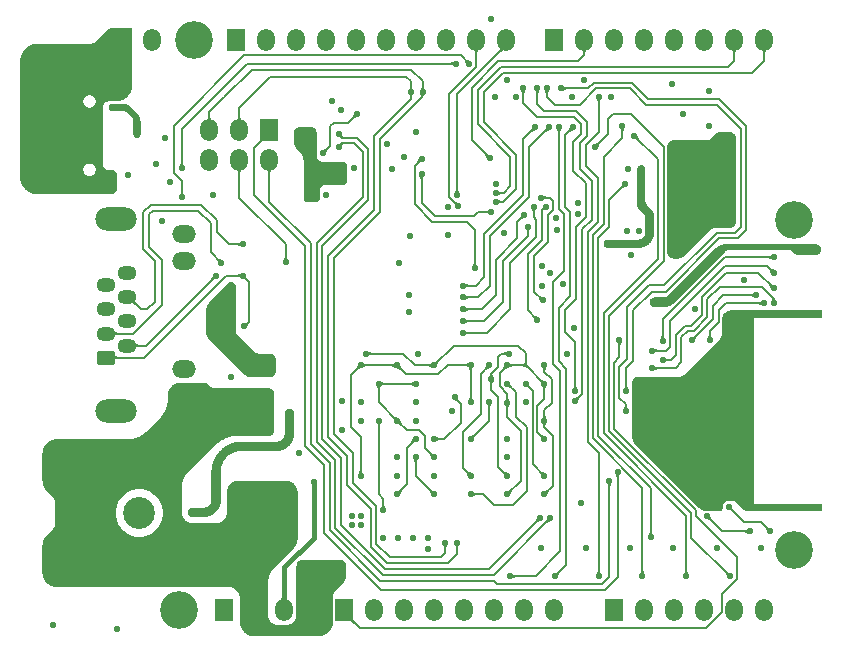
<source format=gbl>
G04*
G04 #@! TF.GenerationSoftware,Altium Limited,Altium Designer,23.3.1 (30)*
G04*
G04 Layer_Physical_Order=4*
G04 Layer_Color=15441517*
%FSLAX44Y44*%
%MOMM*%
G71*
G04*
G04 #@! TF.SameCoordinates,251BAFB9-E827-4C36-8F0F-43BA4AAE9409*
G04*
G04*
G04 #@! TF.FilePolarity,Positive*
G04*
G01*
G75*
%ADD13C,0.2000*%
%ADD143C,0.4000*%
%ADD144R,1.5000X1.9000*%
%ADD145O,1.5000X1.9000*%
%ADD146O,3.5000X2.0000*%
%ADD147O,2.0000X1.5000*%
%ADD148O,1.6000X1.2500*%
G04:AMPARAMS|DCode=149|XSize=1.25mm|YSize=1.6mm|CornerRadius=0.3125mm|HoleSize=0mm|Usage=FLASHONLY|Rotation=90.000|XOffset=0mm|YOffset=0mm|HoleType=Round|Shape=RoundedRectangle|*
%AMROUNDEDRECTD149*
21,1,1.2500,0.9750,0,0,90.0*
21,1,0.6250,1.6000,0,0,90.0*
1,1,0.6250,0.4875,0.3125*
1,1,0.6250,0.4875,-0.3125*
1,1,0.6250,-0.4875,-0.3125*
1,1,0.6250,-0.4875,0.3125*
%
%ADD149ROUNDEDRECTD149*%
%ADD150O,2.0000X1.1000*%
%ADD151O,2.3000X1.1000*%
%ADD152O,2.0000X3.6000*%
%ADD153C,2.7000*%
%ADD154O,3.6000X2.0000*%
%ADD155C,3.2000*%
%ADD156C,0.5500*%
G36*
X584000Y1018500D02*
X600000Y1018500D01*
Y970000D01*
X600000Y970000D01*
X600000Y969750D01*
X599982Y969250D01*
X599946Y968752D01*
X599893Y968255D01*
X599822Y967760D01*
X599733Y967268D01*
X599627Y966780D01*
X599503Y966295D01*
X599362Y965816D01*
X599204Y965342D01*
X599030Y964873D01*
X598839Y964411D01*
X598631Y963957D01*
X598407Y963510D01*
X598168Y963071D01*
X597913Y962641D01*
X597642Y962221D01*
X597357Y961810D01*
X597058Y961410D01*
X596744Y961021D01*
X596417Y960643D01*
X596076Y960277D01*
X595723Y959924D01*
X595357Y959583D01*
X594979Y959256D01*
X594590Y958942D01*
X594190Y958643D01*
X593779Y958357D01*
X593359Y958087D01*
X592929Y957832D01*
X592490Y957593D01*
X592043Y957369D01*
X591588Y957161D01*
X591127Y956970D01*
X590658Y956795D01*
X590184Y956637D01*
X589704Y956497D01*
X589220Y956373D01*
X588732Y956267D01*
X588240Y956178D01*
X587745Y956107D01*
X587248Y956053D01*
X586749Y956018D01*
X586253Y956000D01*
X583000Y956000D01*
X582882Y956000D01*
X582875Y956000D01*
X580000D01*
X580000Y956000D01*
X579860Y955998D01*
X579580Y955982D01*
X579301Y955951D01*
X579025Y955904D01*
X578751Y955841D01*
X578482Y955764D01*
X578217Y955671D01*
X577958Y955564D01*
X577705Y955442D01*
X577460Y955306D01*
X577222Y955157D01*
X576993Y954995D01*
X576774Y954820D01*
X576565Y954633D01*
X576367Y954435D01*
X576180Y954226D01*
X576005Y954007D01*
X575843Y953778D01*
X575693Y953540D01*
X575558Y953295D01*
X575436Y953042D01*
X575329Y952783D01*
X575236Y952518D01*
X575159Y952249D01*
X575096Y951975D01*
X575049Y951699D01*
X575018Y951420D01*
X575002Y951140D01*
X575000Y951000D01*
Y903000D01*
X575000Y903000D01*
X575002Y902860D01*
X575018Y902580D01*
X575049Y902301D01*
X575096Y902025D01*
X575159Y901751D01*
X575236Y901482D01*
X575329Y901217D01*
X575436Y900958D01*
X575558Y900705D01*
X575694Y900460D01*
X575843Y900222D01*
X576005Y899993D01*
X576180Y899774D01*
X576367Y899565D01*
X576565Y899367D01*
X576774Y899180D01*
X576993Y899005D01*
X577222Y898843D01*
X577460Y898693D01*
X577705Y898558D01*
X577958Y898436D01*
X578217Y898329D01*
X578482Y898236D01*
X578751Y898158D01*
X579025Y898096D01*
X579301Y898049D01*
X579580Y898018D01*
X579860Y898002D01*
X580000Y898000D01*
X581999Y898000D01*
X581999Y897999D01*
X581999Y897999D01*
X582084Y897991D01*
X583173Y897873D01*
X583374Y897827D01*
X583670Y897742D01*
X583962Y897640D01*
X584247Y897522D01*
X584525Y897388D01*
X584795Y897239D01*
X585056Y897075D01*
X585308Y896896D01*
X585550Y896704D01*
X585780Y896498D01*
X585998Y896280D01*
X586204Y896050D01*
X586396Y895808D01*
X586575Y895557D01*
X586739Y895295D01*
X586888Y895025D01*
X587022Y894747D01*
X587140Y894462D01*
X587242Y894171D01*
X587328Y893874D01*
X587396Y893573D01*
X587448Y893269D01*
X587483Y892962D01*
X587500Y892654D01*
X587500Y892500D01*
X587500Y882846D01*
X587483Y882538D01*
X587448Y882231D01*
X587396Y881927D01*
X587328Y881626D01*
X587242Y881329D01*
X587140Y881038D01*
X587022Y880753D01*
X586888Y880475D01*
X586739Y880204D01*
X586575Y879943D01*
X586396Y879691D01*
X586204Y879450D01*
X585998Y879220D01*
X585780Y879002D01*
X585550Y878796D01*
X585308Y878604D01*
X585057Y878425D01*
X584795Y878261D01*
X584525Y878112D01*
X584247Y877978D01*
X583962Y877860D01*
X583671Y877758D01*
X583374Y877672D01*
X583073Y877604D01*
X582769Y877552D01*
X582462Y877517D01*
X582154Y877500D01*
X520000D01*
X519732Y877500D01*
X519197Y877519D01*
X518663Y877557D01*
X518130Y877615D01*
X517600Y877691D01*
X517073Y877786D01*
X516550Y877899D01*
X516031Y878032D01*
X515517Y878183D01*
X515009Y878352D01*
X514507Y878539D01*
X514012Y878744D01*
X513525Y878967D01*
X513046Y879206D01*
X512576Y879463D01*
X512115Y879736D01*
X511665Y880026D01*
X511225Y880331D01*
X510796Y880652D01*
X510379Y880988D01*
X509974Y881339D01*
X509582Y881704D01*
X509204Y882083D01*
X508839Y882475D01*
X508488Y882879D01*
X508152Y883296D01*
X507831Y883725D01*
X507526Y884165D01*
X507236Y884615D01*
X506963Y885076D01*
X506706Y885546D01*
X506466Y886025D01*
X506244Y886512D01*
X506039Y887007D01*
X505852Y887509D01*
X505683Y888017D01*
X505532Y888531D01*
X505400Y889050D01*
X505286Y889573D01*
X505191Y890100D01*
X505115Y890630D01*
X505057Y891163D01*
X505019Y891697D01*
X505000Y892232D01*
X505000Y892500D01*
Y990000D01*
X505000Y990268D01*
X505019Y990803D01*
X505057Y991337D01*
X505114Y991870D01*
X505190Y992400D01*
X505285Y992927D01*
X505399Y993450D01*
X505532Y993969D01*
X505682Y994483D01*
X505852Y994991D01*
X506039Y995493D01*
X506244Y995988D01*
X506466Y996475D01*
X506706Y996954D01*
X506962Y997424D01*
X507235Y997885D01*
X507525Y998335D01*
X507831Y998775D01*
X508152Y999204D01*
X508488Y999621D01*
X508838Y1000026D01*
X509203Y1000418D01*
X509582Y1000797D01*
X509974Y1001162D01*
X510379Y1001512D01*
X510796Y1001848D01*
X511225Y1002169D01*
X511664Y1002475D01*
X512115Y1002764D01*
X512576Y1003038D01*
X513046Y1003294D01*
X513525Y1003534D01*
X514012Y1003756D01*
X514507Y1003961D01*
X515009Y1004148D01*
X515517Y1004317D01*
X516031Y1004468D01*
X516550Y1004601D01*
X517073Y1004715D01*
X517600Y1004809D01*
X518130Y1004886D01*
X518663Y1004943D01*
X519197Y1004981D01*
X519732Y1005000D01*
X520000Y1005000D01*
X565000Y1005000D01*
X565000Y1005000D01*
X565002Y1005000D01*
X565148Y1005002D01*
X565438Y1005016D01*
X565444Y1005016D01*
X565737Y1005045D01*
X565739Y1005045D01*
X566031Y1005088D01*
X566032Y1005088D01*
X566322Y1005146D01*
X566610Y1005218D01*
X566893Y1005304D01*
X567172Y1005404D01*
X567446Y1005517D01*
X567714Y1005644D01*
X567975Y1005784D01*
X568229Y1005936D01*
X568475Y1006101D01*
X568713Y1006277D01*
X568942Y1006465D01*
X569162Y1006664D01*
X569268Y1006768D01*
X578879Y1016379D01*
X578879Y1016378D01*
X578879Y1016379D01*
X579786Y1017150D01*
X579828Y1017181D01*
X580124Y1017379D01*
X580429Y1017562D01*
X580742Y1017729D01*
X581064Y1017882D01*
X581392Y1018018D01*
X581727Y1018137D01*
X582067Y1018241D01*
X582412Y1018327D01*
X582761Y1018396D01*
X583113Y1018448D01*
X583467Y1018483D01*
X583822Y1018500D01*
X584000Y1018500D01*
D02*
G37*
G36*
X914622Y998814D02*
X914441Y998897D01*
X914244Y998938D01*
X914033Y998935D01*
X913807Y998890D01*
X913565Y998803D01*
X913310Y998672D01*
X913039Y998499D01*
X912754Y998283D01*
X912453Y998025D01*
X912138Y997724D01*
X910402Y998816D01*
X910693Y999122D01*
X910936Y999406D01*
X911129Y999670D01*
X911273Y999912D01*
X911367Y1000134D01*
X911412Y1000334D01*
X911408Y1000514D01*
X911355Y1000672D01*
X911253Y1000809D01*
X911101Y1000925D01*
X914622Y998814D01*
D02*
G37*
G36*
X1111403Y998808D02*
X1111234Y998741D01*
X1111086Y998629D01*
X1110957Y998472D01*
X1110848Y998271D01*
X1110759Y998025D01*
X1110689Y997734D01*
X1110640Y997398D01*
X1110610Y997018D01*
X1110600Y996593D01*
X1108600D01*
X1108590Y997018D01*
X1108560Y997398D01*
X1108511Y997734D01*
X1108441Y998025D01*
X1108352Y998271D01*
X1108243Y998472D01*
X1108114Y998629D01*
X1107966Y998741D01*
X1107797Y998808D01*
X1107609Y998830D01*
X1111591D01*
X1111403Y998808D01*
D02*
G37*
G36*
X984403D02*
X984234Y998741D01*
X984086Y998629D01*
X983957Y998472D01*
X983848Y998271D01*
X983758Y998025D01*
X983689Y997734D01*
X983640Y997398D01*
X983610Y997018D01*
X983600Y996593D01*
X981600D01*
X981590Y997018D01*
X981560Y997398D01*
X981511Y997734D01*
X981441Y998025D01*
X981352Y998271D01*
X981243Y998472D01*
X981114Y998629D01*
X980966Y998741D01*
X980797Y998808D01*
X980609Y998830D01*
X984591D01*
X984403Y998808D01*
D02*
G37*
G36*
X1136803Y998808D02*
X1136634Y998741D01*
X1136486Y998629D01*
X1136357Y998472D01*
X1136248Y998271D01*
X1136159Y998025D01*
X1136089Y997734D01*
X1136040Y997398D01*
X1136010Y997018D01*
X1136000Y996593D01*
X1134000D01*
X1133990Y997018D01*
X1133960Y997398D01*
X1133911Y997734D01*
X1133841Y998025D01*
X1133752Y998271D01*
X1133643Y998472D01*
X1133514Y998629D01*
X1133366Y998741D01*
X1133197Y998808D01*
X1133009Y998830D01*
X1136991D01*
X1136803Y998808D01*
D02*
G37*
G36*
X892963D02*
X892794Y998741D01*
X892646Y998629D01*
X892517Y998472D01*
X892408Y998271D01*
X892319Y998025D01*
X892249Y997734D01*
X892200Y997398D01*
X892170Y997018D01*
X892160Y996593D01*
X890160D01*
X890150Y997018D01*
X890120Y997398D01*
X890071Y997734D01*
X890001Y998025D01*
X889912Y998271D01*
X889803Y998472D01*
X889674Y998629D01*
X889526Y998741D01*
X889357Y998808D01*
X889169Y998830D01*
X893151D01*
X892963Y998808D01*
D02*
G37*
G36*
X882922Y991505D02*
X883122Y991344D01*
X883329Y991203D01*
X883543Y991080D01*
X883764Y990977D01*
X883992Y990893D01*
X884227Y990829D01*
X884468Y990783D01*
X884717Y990757D01*
X884973Y990750D01*
X882250Y988027D01*
X882243Y988283D01*
X882217Y988532D01*
X882171Y988773D01*
X882107Y989008D01*
X882023Y989236D01*
X881920Y989457D01*
X881797Y989671D01*
X881656Y989878D01*
X881495Y990078D01*
X881315Y990271D01*
X882729Y991685D01*
X882922Y991505D01*
D02*
G37*
G36*
X872036Y986075D02*
X871850Y986251D01*
X871656Y986408D01*
X871453Y986547D01*
X871241Y986667D01*
X871021Y986769D01*
X870792Y986852D01*
X870554Y986917D01*
X870307Y986963D01*
X870052Y986991D01*
X869788Y987000D01*
Y989000D01*
X870052Y989009D01*
X870307Y989037D01*
X870554Y989083D01*
X870792Y989148D01*
X871021Y989231D01*
X871241Y989333D01*
X871453Y989453D01*
X871656Y989592D01*
X871850Y989749D01*
X872036Y989925D01*
Y986075D01*
D02*
G37*
G36*
X847009Y967948D02*
X847037Y967693D01*
X847083Y967446D01*
X847148Y967208D01*
X847231Y966979D01*
X847333Y966759D01*
X847453Y966547D01*
X847592Y966344D01*
X847749Y966150D01*
X847925Y965964D01*
X844075D01*
X844251Y966150D01*
X844408Y966344D01*
X844547Y966547D01*
X844667Y966759D01*
X844769Y966979D01*
X844852Y967208D01*
X844917Y967446D01*
X844963Y967693D01*
X844991Y967948D01*
X845000Y968212D01*
X847000D01*
X847009Y967948D01*
D02*
G37*
G36*
X837009D02*
X837037Y967693D01*
X837083Y967446D01*
X837148Y967208D01*
X837231Y966979D01*
X837333Y966759D01*
X837453Y966547D01*
X837592Y966344D01*
X837749Y966150D01*
X837925Y965964D01*
X834075D01*
X834251Y966150D01*
X834408Y966344D01*
X834547Y966547D01*
X834667Y966759D01*
X834769Y966979D01*
X834852Y967208D01*
X834917Y967446D01*
X834963Y967693D01*
X834991Y967948D01*
X835000Y968212D01*
X837000D01*
X837009Y967948D01*
D02*
G37*
G36*
X965150Y968749D02*
X965344Y968592D01*
X965547Y968453D01*
X965759Y968333D01*
X965979Y968231D01*
X966208Y968148D01*
X966446Y968083D01*
X966693Y968037D01*
X966948Y968009D01*
X967212Y968000D01*
Y966000D01*
X966948Y965991D01*
X966693Y965963D01*
X966446Y965917D01*
X966208Y965852D01*
X965979Y965769D01*
X965759Y965667D01*
X965547Y965547D01*
X965344Y965408D01*
X965150Y965251D01*
X964964Y965075D01*
Y968925D01*
X965150Y968749D01*
D02*
G37*
G36*
X952749Y964850D02*
X952592Y964656D01*
X952453Y964453D01*
X952333Y964241D01*
X952231Y964021D01*
X952148Y963792D01*
X952083Y963554D01*
X952037Y963307D01*
X952009Y963052D01*
X952000Y962788D01*
X950000D01*
X949991Y963052D01*
X949963Y963307D01*
X949917Y963554D01*
X949852Y963792D01*
X949769Y964021D01*
X949667Y964241D01*
X949547Y964453D01*
X949408Y964656D01*
X949251Y964850D01*
X949075Y965036D01*
X952925D01*
X952749Y964850D01*
D02*
G37*
G36*
X932749Y964850D02*
X932592Y964656D01*
X932453Y964453D01*
X932333Y964241D01*
X932231Y964021D01*
X932148Y963792D01*
X932083Y963554D01*
X932037Y963307D01*
X932009Y963052D01*
X932000Y962788D01*
X930000D01*
X929991Y963052D01*
X929963Y963307D01*
X929917Y963554D01*
X929852Y963792D01*
X929769Y964021D01*
X929667Y964241D01*
X929547Y964453D01*
X929408Y964656D01*
X929251Y964850D01*
X929075Y965036D01*
X932925D01*
X932749Y964850D01*
D02*
G37*
G36*
X944749Y964850D02*
X944592Y964656D01*
X944453Y964453D01*
X944333Y964241D01*
X944231Y964021D01*
X944148Y963792D01*
X944083Y963554D01*
X944037Y963307D01*
X944009Y963052D01*
X944000Y962788D01*
X942000D01*
X941991Y963052D01*
X941963Y963307D01*
X941917Y963554D01*
X941852Y963792D01*
X941769Y964021D01*
X941667Y964241D01*
X941547Y964453D01*
X941408Y964656D01*
X941251Y964850D01*
X941075Y965036D01*
X944925D01*
X944749Y964850D01*
D02*
G37*
G36*
X837749Y961851D02*
X837592Y961656D01*
X837453Y961453D01*
X837333Y961241D01*
X837231Y961021D01*
X837148Y960792D01*
X837083Y960554D01*
X837037Y960307D01*
X837009Y960052D01*
X837000Y959788D01*
X835000D01*
X834991Y960052D01*
X834963Y960307D01*
X834917Y960554D01*
X834852Y960792D01*
X834769Y961021D01*
X834667Y961241D01*
X834547Y961453D01*
X834408Y961656D01*
X834251Y961851D01*
X834075Y962036D01*
X837925D01*
X837749Y961851D01*
D02*
G37*
G36*
X847480Y961682D02*
X847281Y961542D01*
X847103Y961387D01*
X846946Y961217D01*
X846811Y961034D01*
X846695Y960836D01*
X846601Y960625D01*
X846528Y960398D01*
X846476Y960158D01*
X846445Y959903D01*
X846434Y959634D01*
X844434Y960089D01*
X844427Y960348D01*
X844405Y960602D01*
X844369Y960851D01*
X844319Y961096D01*
X844254Y961337D01*
X844174Y961573D01*
X844080Y961805D01*
X843972Y962032D01*
X843849Y962255D01*
X843712Y962474D01*
X847480Y961682D01*
D02*
G37*
G36*
X996749Y957850D02*
X996592Y957656D01*
X996453Y957453D01*
X996333Y957241D01*
X996231Y957021D01*
X996148Y956792D01*
X996083Y956554D01*
X996037Y956307D01*
X996009Y956052D01*
X996000Y955788D01*
X994000D01*
X993991Y956052D01*
X993963Y956307D01*
X993917Y956554D01*
X993852Y956792D01*
X993769Y957021D01*
X993667Y957241D01*
X993547Y957453D01*
X993408Y957656D01*
X993251Y957850D01*
X993075Y958036D01*
X996925D01*
X996749Y957850D01*
D02*
G37*
G36*
X592000Y954000D02*
Y954000D01*
X592003Y954000D01*
X593181Y953928D01*
X593323Y953911D01*
X593698Y953851D01*
X594070Y953777D01*
X594439Y953689D01*
X594804Y953586D01*
X595164Y953469D01*
X595520Y953337D01*
X595871Y953192D01*
X596215Y953034D01*
X596553Y952861D01*
X596884Y952676D01*
X597207Y952478D01*
X597523Y952267D01*
X597830Y952044D01*
X598127Y951809D01*
X598416Y951563D01*
X598694Y951306D01*
X604171Y945828D01*
X604171Y945828D01*
X604171Y945828D01*
X604174Y945826D01*
X604974Y944918D01*
X605044Y944829D01*
X605267Y944523D01*
X605478Y944207D01*
X605676Y943884D01*
X605861Y943553D01*
X606034Y943215D01*
X606192Y942871D01*
X606337Y942520D01*
X606469Y942165D01*
X606586Y941804D01*
X606689Y941439D01*
X606777Y941070D01*
X606851Y940698D01*
X606911Y940323D01*
X606955Y939947D01*
X606985Y939569D01*
X607000Y939190D01*
X607000Y939000D01*
X607000Y928000D01*
X607000Y928000D01*
Y927882D01*
X606982Y927647D01*
X606945Y927414D01*
X606890Y927185D01*
X606817Y926961D01*
X606726Y926743D01*
X606619Y926533D01*
X606496Y926332D01*
X606358Y926141D01*
X606205Y925962D01*
X606038Y925795D01*
X605859Y925642D01*
X605668Y925504D01*
X605467Y925380D01*
X605257Y925273D01*
X605039Y925183D01*
X604815Y925110D01*
X604586Y925055D01*
X604353Y925018D01*
X604118Y925000D01*
X604000Y925000D01*
X603882D01*
X603647Y925018D01*
X603414Y925055D01*
X603185Y925110D01*
X602961Y925183D01*
X602743Y925274D01*
X602533Y925380D01*
X602332Y925504D01*
X602141Y925642D01*
X601962Y925795D01*
X601795Y925962D01*
X601642Y926141D01*
X601504Y926332D01*
X601381Y926533D01*
X601273Y926743D01*
X601183Y926961D01*
X601110Y927185D01*
X601055Y927414D01*
X601018Y927647D01*
X601000Y927882D01*
Y939000D01*
X601000Y939000D01*
X601000Y939000D01*
X601000Y939008D01*
X600998Y939118D01*
X600987Y939353D01*
X600987Y939355D01*
X600964Y939590D01*
X600964Y939591D01*
X600929Y939825D01*
X600929Y939825D01*
X600883Y940058D01*
X600883Y940058D01*
X600854Y940170D01*
X600825Y940288D01*
X600756Y940515D01*
X600676Y940738D01*
X600586Y940957D01*
X600484Y941171D01*
X600373Y941380D01*
X600251Y941583D01*
X600119Y941780D01*
X599978Y941971D01*
X599828Y942154D01*
X599669Y942329D01*
X599586Y942414D01*
X595414Y946586D01*
X595414Y946586D01*
X595412Y946588D01*
X595410Y946589D01*
X595329Y946668D01*
X595155Y946826D01*
X595154Y946828D01*
X594971Y946977D01*
X594971Y946978D01*
X594781Y947119D01*
X594780Y947119D01*
X594583Y947251D01*
X594583Y947251D01*
X594380Y947373D01*
X594171Y947484D01*
X593957Y947586D01*
X593738Y947676D01*
X593515Y947756D01*
X593288Y947825D01*
X593058Y947883D01*
X592825Y947929D01*
X592591Y947964D01*
X592355Y947987D01*
X592118Y947999D01*
X592000Y948000D01*
X583000Y948000D01*
X582882Y948000D01*
X582647Y948018D01*
X582414Y948055D01*
X582185Y948110D01*
X581961Y948183D01*
X581743Y948273D01*
X581533Y948381D01*
X581332Y948504D01*
X581141Y948642D01*
X580962Y948795D01*
X580795Y948962D01*
X580642Y949141D01*
X580504Y949332D01*
X580381Y949533D01*
X580274Y949743D01*
X580238Y949828D01*
X580000Y951000D01*
X580238Y952171D01*
X580273Y952257D01*
X580380Y952467D01*
X580504Y952668D01*
X580642Y952859D01*
X580795Y953038D01*
X580962Y953205D01*
X581141Y953358D01*
X581332Y953496D01*
X581533Y953620D01*
X581743Y953727D01*
X581961Y953817D01*
X582185Y953890D01*
X582414Y953945D01*
X582647Y953981D01*
X582882Y954000D01*
X583000Y954000D01*
X592000Y954000D01*
X592000Y954000D01*
D02*
G37*
G36*
X790123Y942600D02*
X789867Y942593D01*
X789618Y942567D01*
X789377Y942521D01*
X789142Y942457D01*
X788914Y942373D01*
X788693Y942270D01*
X788479Y942147D01*
X788272Y942006D01*
X788072Y941845D01*
X787879Y941665D01*
X786465Y943079D01*
X786645Y943272D01*
X786806Y943472D01*
X786947Y943679D01*
X787070Y943893D01*
X787173Y944114D01*
X787257Y944342D01*
X787321Y944577D01*
X787367Y944818D01*
X787393Y945067D01*
X787400Y945322D01*
X790123Y942600D01*
D02*
G37*
G36*
X691510Y942782D02*
X691540Y942402D01*
X691589Y942066D01*
X691659Y941775D01*
X691748Y941529D01*
X691857Y941328D01*
X691986Y941171D01*
X692134Y941059D01*
X692303Y940992D01*
X692491Y940970D01*
X688509D01*
X688697Y940992D01*
X688866Y941059D01*
X689014Y941171D01*
X689143Y941328D01*
X689252Y941529D01*
X689341Y941775D01*
X689411Y942066D01*
X689460Y942402D01*
X689490Y942782D01*
X689500Y943207D01*
X691500D01*
X691510Y942782D01*
D02*
G37*
G36*
X666110D02*
X666140Y942402D01*
X666189Y942066D01*
X666258Y941775D01*
X666348Y941529D01*
X666457Y941328D01*
X666586Y941171D01*
X666734Y941059D01*
X666903Y940992D01*
X667091Y940970D01*
X663109D01*
X663297Y940992D01*
X663466Y941059D01*
X663614Y941171D01*
X663743Y941328D01*
X663852Y941529D01*
X663941Y941775D01*
X664011Y942066D01*
X664060Y942402D01*
X664090Y942782D01*
X664100Y943207D01*
X666100D01*
X666110Y942782D01*
D02*
G37*
G36*
X752000Y934000D02*
X752131D01*
X752392Y933983D01*
X752652Y933949D01*
X752909Y933898D01*
X753162Y933830D01*
X753410Y933746D01*
X753652Y933645D01*
X753887Y933530D01*
X754113Y933399D01*
X754331Y933253D01*
X754539Y933094D01*
X754736Y932921D01*
X754921Y932736D01*
X755094Y932539D01*
X755253Y932331D01*
X755399Y932113D01*
X755530Y931887D01*
X755645Y931652D01*
X755746Y931410D01*
X755830Y931162D01*
X755898Y930909D01*
X755949Y930652D01*
X755983Y930392D01*
X756000Y930131D01*
X756000Y910000D01*
X756002Y909860D01*
X756018Y909580D01*
X756049Y909301D01*
X756096Y909025D01*
X756158Y908751D01*
X756236Y908482D01*
X756329Y908217D01*
X756436Y907958D01*
X756558Y907705D01*
X756693Y907460D01*
X756843Y907222D01*
X757005Y906993D01*
X757180Y906774D01*
X757367Y906565D01*
X757565Y906367D01*
X757774Y906180D01*
X757993Y906005D01*
X758222Y905843D01*
X758460Y905693D01*
X758705Y905558D01*
X758958Y905436D01*
X759217Y905329D01*
X759482Y905236D01*
X759751Y905158D01*
X760025Y905096D01*
X760301Y905049D01*
X760580Y905018D01*
X760860Y905002D01*
X761000Y905000D01*
X777999D01*
X778000Y904999D01*
X778000Y904999D01*
X778454Y904933D01*
X779165Y904828D01*
X779409Y904745D01*
X779651Y904645D01*
X779886Y904529D01*
X780113Y904398D01*
X780331Y904253D01*
X780539Y904094D01*
X780736Y903921D01*
X780921Y903736D01*
X781094Y903539D01*
X781253Y903331D01*
X781398Y903113D01*
X781529Y902887D01*
X781645Y902652D01*
X781746Y902410D01*
X781830Y902162D01*
X781898Y901909D01*
X781949Y901652D01*
X781983Y901392D01*
X782000Y901131D01*
X782000Y901000D01*
X782000Y889000D01*
X782000Y889000D01*
Y888869D01*
X781982Y888607D01*
X781948Y888348D01*
X781897Y888091D01*
X781829Y887838D01*
X781745Y887590D01*
X781645Y887348D01*
X781529Y887113D01*
X781398Y886886D01*
X781253Y886669D01*
X781093Y886461D01*
X780921Y886264D01*
X780735Y886079D01*
X780539Y885906D01*
X780331Y885747D01*
X780113Y885601D01*
X779886Y885470D01*
X779651Y885355D01*
X779410Y885254D01*
X779162Y885170D01*
X778909Y885102D01*
X778652Y885051D01*
X778392Y885017D01*
X778131Y885000D01*
X778000Y885000D01*
X763000D01*
X763000Y885000D01*
X762869Y884997D01*
X762608Y884980D01*
X762348Y884946D01*
X762092Y884895D01*
X761839Y884827D01*
X761591Y884743D01*
X761349Y884643D01*
X761114Y884527D01*
X760888Y884397D01*
X760670Y884251D01*
X760462Y884092D01*
X760266Y883919D01*
X760080Y883734D01*
X759908Y883537D01*
X759749Y883330D01*
X759603Y883112D01*
X759472Y882885D01*
X759357Y882651D01*
X759256Y882409D01*
X759172Y882161D01*
X759105Y881908D01*
X759053Y881652D01*
X759019Y881392D01*
X759002Y881131D01*
X759000Y881000D01*
Y874000D01*
X759000D01*
X759000Y873882D01*
X758981Y873647D01*
X758945Y873414D01*
X758890Y873185D01*
X758817Y872961D01*
X758727Y872743D01*
X758620Y872533D01*
X758496Y872332D01*
X758358Y872141D01*
X758205Y871962D01*
X758038Y871795D01*
X757859Y871642D01*
X757668Y871504D01*
X757467Y871380D01*
X757257Y871273D01*
X757039Y871183D01*
X756815Y871110D01*
X756586Y871055D01*
X756353Y871019D01*
X756118Y871000D01*
X748000D01*
X748000Y871000D01*
X747882Y871000D01*
X747647Y871019D01*
X747414Y871055D01*
X747185Y871110D01*
X746961Y871183D01*
X746743Y871273D01*
X746533Y871380D01*
X746332Y871504D01*
X746141Y871642D01*
X745962Y871795D01*
X745795Y871962D01*
X745642Y872141D01*
X745504Y872332D01*
X745380Y872533D01*
X745274Y872743D01*
X745183Y872961D01*
X745110Y873185D01*
X745055Y873414D01*
X745018Y873647D01*
X745000Y873882D01*
X745000Y906000D01*
X745000Y906000D01*
X745000Y906000D01*
X745000Y906009D01*
X744998Y906189D01*
X744983Y906566D01*
X744983Y906568D01*
X744953Y906946D01*
X744953Y906946D01*
X744909Y907323D01*
X744849Y907698D01*
X744775Y908070D01*
X744687Y908438D01*
X744584Y908803D01*
X744467Y909164D01*
X744336Y909520D01*
X744191Y909870D01*
X744032Y910214D01*
X743860Y910552D01*
X743674Y910883D01*
X743476Y911206D01*
X743266Y911522D01*
X743043Y911828D01*
X742808Y912126D01*
X742562Y912415D01*
X742304Y912693D01*
X742171Y912828D01*
X739828Y915172D01*
X739828Y915172D01*
X739694Y915306D01*
X739437Y915584D01*
X739191Y915873D01*
X738956Y916171D01*
X738733Y916477D01*
X738522Y916793D01*
X738324Y917116D01*
X738139Y917447D01*
X737966Y917785D01*
X737808Y918129D01*
X737663Y918480D01*
X737531Y918836D01*
X737414Y919196D01*
X737311Y919561D01*
X737223Y919930D01*
X737149Y920302D01*
X737089Y920677D01*
X737045Y921053D01*
X737015Y921431D01*
X737000Y921810D01*
Y930000D01*
X737000Y930131D01*
X737017Y930392D01*
X737051Y930652D01*
X737102Y930909D01*
X737170Y931162D01*
X737254Y931410D01*
X737355Y931652D01*
X737470Y931887D01*
X737601Y932113D01*
X737747Y932331D01*
X737906Y932539D01*
X738079Y932736D01*
X738264Y932921D01*
X738461Y933094D01*
X738669Y933253D01*
X738887Y933399D01*
X739113Y933530D01*
X739348Y933645D01*
X739590Y933746D01*
X739838Y933830D01*
X740091Y933898D01*
X740348Y933949D01*
X740608Y933983D01*
X740869Y934000D01*
X741000Y934000D01*
X752000Y934000D01*
Y934000D01*
D02*
G37*
G36*
X1016749Y932850D02*
X1016592Y932656D01*
X1016453Y932453D01*
X1016333Y932241D01*
X1016231Y932021D01*
X1016148Y931792D01*
X1016083Y931554D01*
X1016037Y931307D01*
X1016009Y931052D01*
X1016000Y930788D01*
X1014000D01*
X1013991Y931052D01*
X1013963Y931307D01*
X1013917Y931554D01*
X1013852Y931792D01*
X1013769Y932021D01*
X1013667Y932241D01*
X1013547Y932453D01*
X1013408Y932656D01*
X1013251Y932850D01*
X1013075Y933036D01*
X1016925D01*
X1016749Y932850D01*
D02*
G37*
G36*
X972972Y931250D02*
X972717Y931243D01*
X972468Y931217D01*
X972227Y931171D01*
X971992Y931107D01*
X971764Y931023D01*
X971543Y930920D01*
X971329Y930797D01*
X971122Y930656D01*
X970922Y930495D01*
X970729Y930315D01*
X969315Y931729D01*
X969495Y931922D01*
X969656Y932122D01*
X969797Y932329D01*
X969920Y932543D01*
X970023Y932764D01*
X970107Y932992D01*
X970171Y933227D01*
X970217Y933468D01*
X970243Y933717D01*
X970250Y933972D01*
X972972Y931250D01*
D02*
G37*
G36*
X952972D02*
X952717Y931243D01*
X952468Y931217D01*
X952227Y931171D01*
X951992Y931107D01*
X951764Y931023D01*
X951543Y930920D01*
X951329Y930797D01*
X951122Y930656D01*
X950922Y930495D01*
X950729Y930315D01*
X949315Y931729D01*
X949495Y931922D01*
X949656Y932122D01*
X949797Y932329D01*
X949920Y932543D01*
X950023Y932764D01*
X950107Y932992D01*
X950171Y933227D01*
X950217Y933468D01*
X950243Y933717D01*
X950250Y933972D01*
X952972Y931250D01*
D02*
G37*
G36*
X940973D02*
X940717Y931243D01*
X940468Y931217D01*
X940227Y931171D01*
X939992Y931107D01*
X939764Y931023D01*
X939543Y930920D01*
X939329Y930797D01*
X939122Y930656D01*
X938922Y930495D01*
X938729Y930315D01*
X937315Y931729D01*
X937495Y931922D01*
X937656Y932122D01*
X937797Y932329D01*
X937920Y932543D01*
X938023Y932764D01*
X938107Y932992D01*
X938171Y933227D01*
X938217Y933468D01*
X938243Y933717D01*
X938250Y933972D01*
X940973Y931250D01*
D02*
G37*
G36*
X962982Y932064D02*
X962842Y931852D01*
X962719Y931633D01*
X962612Y931409D01*
X962521Y931179D01*
X962447Y930942D01*
X962390Y930699D01*
X962349Y930451D01*
X962324Y930196D01*
X962316Y929935D01*
X960316Y929687D01*
X960306Y929953D01*
X960276Y930208D01*
X960226Y930452D01*
X960155Y930683D01*
X960065Y930903D01*
X959955Y931112D01*
X959825Y931308D01*
X959674Y931493D01*
X959504Y931666D01*
X959313Y931828D01*
X963138Y932270D01*
X962982Y932064D01*
D02*
G37*
G36*
X1098000Y930000D02*
X1106000Y930000D01*
X1106000Y930000D01*
X1106000Y930000D01*
X1106003Y930000D01*
X1107167Y929862D01*
X1107249Y929843D01*
X1107519Y929766D01*
X1107784Y929673D01*
X1108043Y929566D01*
X1108296Y929444D01*
X1108541Y929308D01*
X1108779Y929159D01*
X1109008Y928997D01*
X1109227Y928822D01*
X1109436Y928635D01*
X1109635Y928436D01*
X1109822Y928227D01*
X1109997Y928008D01*
X1110159Y927779D01*
X1110308Y927541D01*
X1110444Y927296D01*
X1110566Y927043D01*
X1110673Y926784D01*
X1110766Y926519D01*
X1110843Y926249D01*
X1110906Y925976D01*
X1110953Y925699D01*
X1110984Y925420D01*
X1111000Y925140D01*
X1111000Y925000D01*
X1111000Y854000D01*
X1111000Y854000D01*
Y853860D01*
X1110984Y853579D01*
X1110953Y853301D01*
X1110906Y853024D01*
X1110843Y852751D01*
X1110766Y852481D01*
X1110673Y852216D01*
X1110566Y851957D01*
X1110444Y851704D01*
X1110308Y851459D01*
X1110159Y851221D01*
X1109997Y850992D01*
X1109822Y850773D01*
X1109635Y850564D01*
X1109436Y850365D01*
X1109227Y850178D01*
X1109008Y850003D01*
X1108779Y849841D01*
X1108541Y849692D01*
X1108296Y849556D01*
X1108043Y849434D01*
X1107784Y849327D01*
X1107519Y849234D01*
X1107249Y849157D01*
X1106976Y849094D01*
X1106699Y849047D01*
X1106420Y849016D01*
X1106140Y849000D01*
X1094000Y849000D01*
X1094000Y849000D01*
X1093822Y848998D01*
X1093467Y848980D01*
X1093113Y848945D01*
X1092762Y848893D01*
X1092413Y848824D01*
X1092068Y848737D01*
X1091728Y848634D01*
X1091393Y848515D01*
X1091065Y848379D01*
X1090743Y848227D01*
X1090430Y848059D01*
X1090125Y847876D01*
X1089830Y847679D01*
X1089544Y847467D01*
X1089269Y847242D01*
X1089006Y847003D01*
X1088879Y846879D01*
X1067000Y825000D01*
X1067000Y825000D01*
X1066881Y824881D01*
X1066633Y824656D01*
X1066374Y824444D01*
X1066105Y824244D01*
X1065826Y824058D01*
X1065538Y823885D01*
X1065242Y823727D01*
X1064939Y823584D01*
X1064630Y823456D01*
X1064314Y823343D01*
X1063993Y823245D01*
X1063668Y823164D01*
X1063339Y823099D01*
X1063008Y823049D01*
X1062674Y823016D01*
X1062339Y823000D01*
X1058000Y823000D01*
X1057860Y823000D01*
X1057579Y823016D01*
X1057301Y823047D01*
X1057024Y823094D01*
X1056750Y823157D01*
X1056481Y823234D01*
X1056216Y823327D01*
X1055957Y823434D01*
X1055704Y823556D01*
X1055459Y823692D01*
X1055221Y823841D01*
X1054992Y824003D01*
X1054773Y824178D01*
X1054564Y824365D01*
X1054365Y824564D01*
X1054178Y824773D01*
X1054003Y824992D01*
X1053841Y825221D01*
X1053692Y825459D01*
X1053556Y825704D01*
X1053434Y825957D01*
X1053327Y826216D01*
X1053234Y826481D01*
X1053157Y826751D01*
X1053094Y827024D01*
X1053047Y827301D01*
X1053016Y827579D01*
X1053001Y827843D01*
Y917000D01*
X1053000Y917037D01*
Y918140D01*
X1053016Y918420D01*
X1053047Y918699D01*
X1053094Y918976D01*
X1053157Y919249D01*
X1053234Y919519D01*
X1053327Y919784D01*
X1053434Y920043D01*
X1053556Y920296D01*
X1053692Y920541D01*
X1053841Y920779D01*
X1054003Y921008D01*
X1054178Y921227D01*
X1054365Y921436D01*
X1054564Y921635D01*
X1054773Y921822D01*
X1054992Y921997D01*
X1055221Y922159D01*
X1055459Y922308D01*
X1055704Y922444D01*
X1055957Y922566D01*
X1056216Y922673D01*
X1056481Y922766D01*
X1056751Y922843D01*
X1057024Y922906D01*
X1057301Y922953D01*
X1057580Y922984D01*
X1057860Y923000D01*
X1086000D01*
X1086118Y923001D01*
X1086355Y923013D01*
X1086591Y923036D01*
X1086825Y923071D01*
X1087058Y923117D01*
X1087288Y923175D01*
X1087515Y923243D01*
X1087738Y923323D01*
X1087957Y923414D01*
X1088171Y923515D01*
X1088380Y923627D01*
X1088583Y923749D01*
X1088780Y923881D01*
X1088971Y924022D01*
X1089154Y924172D01*
X1089329Y924331D01*
X1089414Y924414D01*
X1092879Y927879D01*
X1092879Y927879D01*
X1092879Y927879D01*
X1092879Y927879D01*
X1093783Y928647D01*
X1093828Y928681D01*
X1094124Y928878D01*
X1094429Y929061D01*
X1094743Y929229D01*
X1095064Y929381D01*
X1095393Y929517D01*
X1095727Y929637D01*
X1096068Y929740D01*
X1096413Y929826D01*
X1096761Y929896D01*
X1097113Y929948D01*
X1097467Y929983D01*
X1097822Y930000D01*
X1098000Y930000D01*
D02*
G37*
G36*
X777729Y927535D02*
X777744Y927342D01*
X777782Y927146D01*
X777842Y926949D01*
X777926Y926750D01*
X778032Y926550D01*
X778161Y926347D01*
X778313Y926143D01*
X778488Y925937D01*
X778685Y925729D01*
X777271Y924315D01*
X777063Y924512D01*
X776857Y924687D01*
X776653Y924839D01*
X776450Y924968D01*
X776250Y925074D01*
X776051Y925158D01*
X775854Y925218D01*
X775658Y925256D01*
X775465Y925271D01*
X775274Y925264D01*
X777736Y927726D01*
X777729Y927535D01*
D02*
G37*
G36*
X1027757Y926717D02*
X1027783Y926468D01*
X1027829Y926227D01*
X1027893Y925992D01*
X1027977Y925764D01*
X1028080Y925543D01*
X1028203Y925329D01*
X1028344Y925122D01*
X1028505Y924922D01*
X1028685Y924729D01*
X1027271Y923315D01*
X1027078Y923495D01*
X1026878Y923656D01*
X1026671Y923797D01*
X1026457Y923920D01*
X1026236Y924023D01*
X1026008Y924107D01*
X1025773Y924171D01*
X1025532Y924217D01*
X1025283Y924243D01*
X1025027Y924250D01*
X1027750Y926973D01*
X1027757Y926717D01*
D02*
G37*
G36*
X711259Y922330D02*
X711103Y922444D01*
X710919Y922500D01*
X710707D01*
X710467Y922444D01*
X710198Y922330D01*
X709901Y922161D01*
X709576Y921935D01*
X709222Y921652D01*
X708430Y920916D01*
X707016Y922330D01*
X707412Y922741D01*
X708035Y923476D01*
X708261Y923801D01*
X708430Y924098D01*
X708544Y924367D01*
X708600Y924607D01*
Y924819D01*
X708544Y925003D01*
X708430Y925159D01*
X711259Y922330D01*
D02*
G37*
G36*
X778685Y919771D02*
X778488Y919563D01*
X778313Y919357D01*
X778161Y919153D01*
X778032Y918950D01*
X777926Y918750D01*
X777842Y918551D01*
X777782Y918354D01*
X777744Y918158D01*
X777729Y917965D01*
X777736Y917774D01*
X775274Y920236D01*
X775465Y920229D01*
X775658Y920244D01*
X775854Y920282D01*
X776051Y920342D01*
X776250Y920426D01*
X776450Y920532D01*
X776653Y920661D01*
X776857Y920813D01*
X777063Y920988D01*
X777271Y921185D01*
X778685Y919771D01*
D02*
G37*
G36*
X995685D02*
X995505Y919578D01*
X995344Y919378D01*
X995203Y919171D01*
X995080Y918957D01*
X994977Y918736D01*
X994893Y918508D01*
X994829Y918273D01*
X994783Y918032D01*
X994757Y917783D01*
X994750Y917527D01*
X992028Y920250D01*
X992283Y920257D01*
X992532Y920283D01*
X992773Y920329D01*
X993008Y920393D01*
X993236Y920477D01*
X993457Y920580D01*
X993671Y920703D01*
X993878Y920844D01*
X994078Y921005D01*
X994271Y921185D01*
X995685Y919771D01*
D02*
G37*
G36*
X765185Y914771D02*
X765005Y914578D01*
X764844Y914378D01*
X764703Y914171D01*
X764580Y913957D01*
X764477Y913736D01*
X764393Y913508D01*
X764329Y913273D01*
X764283Y913032D01*
X764257Y912783D01*
X764250Y912527D01*
X761527Y915250D01*
X761783Y915257D01*
X762032Y915283D01*
X762273Y915329D01*
X762508Y915393D01*
X762736Y915477D01*
X762957Y915580D01*
X763171Y915703D01*
X763378Y915844D01*
X763578Y916005D01*
X763771Y916185D01*
X765185Y914771D01*
D02*
G37*
G36*
X900422Y911505D02*
X900622Y911344D01*
X900829Y911203D01*
X901043Y911080D01*
X901264Y910977D01*
X901492Y910893D01*
X901727Y910829D01*
X901968Y910783D01*
X902217Y910757D01*
X902473Y910750D01*
X899750Y908027D01*
X899743Y908283D01*
X899717Y908532D01*
X899671Y908773D01*
X899607Y909008D01*
X899523Y909236D01*
X899420Y909457D01*
X899297Y909671D01*
X899156Y909878D01*
X898995Y910078D01*
X898815Y910271D01*
X900229Y911685D01*
X900422Y911505D01*
D02*
G37*
G36*
X844973Y904500D02*
X844717Y904493D01*
X844468Y904467D01*
X844227Y904421D01*
X843992Y904357D01*
X843764Y904273D01*
X843543Y904170D01*
X843329Y904047D01*
X843122Y903906D01*
X842922Y903745D01*
X842729Y903565D01*
X841315Y904979D01*
X841495Y905172D01*
X841656Y905372D01*
X841797Y905579D01*
X841920Y905793D01*
X842023Y906014D01*
X842107Y906242D01*
X842171Y906477D01*
X842217Y906718D01*
X842243Y906967D01*
X842250Y907223D01*
X844973Y904500D01*
D02*
G37*
G36*
X643009Y903948D02*
X643037Y903693D01*
X643083Y903446D01*
X643148Y903208D01*
X643231Y902979D01*
X643333Y902759D01*
X643453Y902547D01*
X643592Y902344D01*
X643749Y902150D01*
X643925Y901964D01*
X640075D01*
X640251Y902150D01*
X640408Y902344D01*
X640547Y902547D01*
X640667Y902759D01*
X640769Y902979D01*
X640852Y903208D01*
X640917Y903446D01*
X640963Y903693D01*
X640991Y903948D01*
X641000Y904212D01*
X643000D01*
X643009Y903948D01*
D02*
G37*
G36*
X717703Y897208D02*
X717534Y897141D01*
X717386Y897029D01*
X717257Y896872D01*
X717148Y896671D01*
X717059Y896425D01*
X716989Y896134D01*
X716940Y895798D01*
X716910Y895418D01*
X716900Y894993D01*
X714900D01*
X714890Y895418D01*
X714860Y895798D01*
X714811Y896134D01*
X714741Y896425D01*
X714652Y896671D01*
X714543Y896872D01*
X714414Y897029D01*
X714266Y897141D01*
X714097Y897208D01*
X713909Y897230D01*
X717891D01*
X717703Y897208D01*
D02*
G37*
G36*
X692303D02*
X692134Y897141D01*
X691986Y897029D01*
X691857Y896872D01*
X691748Y896671D01*
X691659Y896425D01*
X691589Y896134D01*
X691540Y895798D01*
X691510Y895418D01*
X691500Y894993D01*
X689500D01*
X689490Y895418D01*
X689460Y895798D01*
X689411Y896134D01*
X689341Y896425D01*
X689252Y896671D01*
X689143Y896872D01*
X689014Y897029D01*
X688866Y897141D01*
X688697Y897208D01*
X688509Y897230D01*
X692491D01*
X692303Y897208D01*
D02*
G37*
G36*
X846749Y892400D02*
X846592Y892206D01*
X846453Y892003D01*
X846333Y891791D01*
X846231Y891571D01*
X846148Y891342D01*
X846083Y891104D01*
X846037Y890857D01*
X846009Y890602D01*
X846000Y890338D01*
X844000D01*
X843991Y890602D01*
X843963Y890857D01*
X843917Y891104D01*
X843852Y891342D01*
X843769Y891571D01*
X843667Y891791D01*
X843547Y892003D01*
X843408Y892206D01*
X843251Y892400D01*
X843075Y892586D01*
X846925D01*
X846749Y892400D01*
D02*
G37*
G36*
X1017473Y883250D02*
X1017217Y883243D01*
X1016968Y883217D01*
X1016727Y883171D01*
X1016492Y883107D01*
X1016264Y883023D01*
X1016043Y882920D01*
X1015829Y882797D01*
X1015622Y882656D01*
X1015422Y882495D01*
X1015229Y882315D01*
X1013815Y883729D01*
X1013995Y883922D01*
X1014156Y884122D01*
X1014297Y884329D01*
X1014420Y884543D01*
X1014523Y884764D01*
X1014607Y884992D01*
X1014671Y885227D01*
X1014717Y885468D01*
X1014743Y885717D01*
X1014750Y885973D01*
X1017473Y883250D01*
D02*
G37*
G36*
X876009Y880948D02*
X876037Y880693D01*
X876083Y880446D01*
X876148Y880208D01*
X876231Y879979D01*
X876333Y879759D01*
X876453Y879547D01*
X876592Y879344D01*
X876749Y879150D01*
X876925Y878964D01*
X873075D01*
X873251Y879150D01*
X873408Y879344D01*
X873547Y879547D01*
X873667Y879759D01*
X873769Y879979D01*
X873852Y880208D01*
X873917Y880446D01*
X873963Y880693D01*
X873991Y880948D01*
X874000Y881212D01*
X876000D01*
X876009Y880948D01*
D02*
G37*
G36*
X643009Y878948D02*
X643037Y878693D01*
X643083Y878446D01*
X643148Y878208D01*
X643231Y877979D01*
X643333Y877759D01*
X643453Y877547D01*
X643592Y877344D01*
X643749Y877150D01*
X643925Y876964D01*
X640075D01*
X640251Y877150D01*
X640408Y877344D01*
X640547Y877547D01*
X640667Y877759D01*
X640769Y877979D01*
X640852Y878208D01*
X640917Y878446D01*
X640963Y878693D01*
X640991Y878948D01*
X641000Y879212D01*
X643000D01*
X643009Y878948D01*
D02*
G37*
G36*
X910150Y880249D02*
X910344Y880092D01*
X910547Y879953D01*
X910759Y879833D01*
X910979Y879731D01*
X911208Y879648D01*
X911446Y879583D01*
X911693Y879537D01*
X911948Y879509D01*
X912212Y879500D01*
Y877500D01*
X911948Y877491D01*
X911693Y877463D01*
X911446Y877417D01*
X911208Y877352D01*
X910979Y877269D01*
X910759Y877167D01*
X910547Y877047D01*
X910344Y876908D01*
X910150Y876751D01*
X909964Y876575D01*
Y880425D01*
X910150Y880249D01*
D02*
G37*
G36*
X948584Y876183D02*
X948778Y876026D01*
X948981Y875887D01*
X949193Y875767D01*
X949413Y875665D01*
X949642Y875582D01*
X949880Y875517D01*
X950127Y875471D01*
X950382Y875443D01*
X950646Y875434D01*
Y873434D01*
X950382Y873425D01*
X950127Y873397D01*
X949880Y873351D01*
X949642Y873286D01*
X949413Y873203D01*
X949193Y873101D01*
X948981Y872981D01*
X948778Y872842D01*
X948584Y872685D01*
X948398Y872509D01*
Y876359D01*
X948584Y876183D01*
D02*
G37*
G36*
X910150Y872749D02*
X910344Y872592D01*
X910547Y872453D01*
X910759Y872333D01*
X910979Y872231D01*
X911208Y872148D01*
X911446Y872083D01*
X911693Y872037D01*
X911948Y872009D01*
X912212Y872000D01*
Y870000D01*
X911948Y869991D01*
X911693Y869963D01*
X911446Y869917D01*
X911208Y869852D01*
X910979Y869769D01*
X910759Y869667D01*
X910547Y869547D01*
X910344Y869408D01*
X910150Y869251D01*
X909964Y869075D01*
Y872925D01*
X910150Y872749D01*
D02*
G37*
G36*
X873922Y871005D02*
X874122Y870844D01*
X874329Y870703D01*
X874543Y870580D01*
X874764Y870477D01*
X874992Y870393D01*
X875227Y870329D01*
X875468Y870283D01*
X875717Y870257D01*
X875973Y870250D01*
X873250Y867527D01*
X873243Y867783D01*
X873217Y868032D01*
X873171Y868273D01*
X873107Y868508D01*
X873023Y868736D01*
X872920Y868957D01*
X872797Y869171D01*
X872656Y869378D01*
X872495Y869578D01*
X872315Y869771D01*
X873729Y871185D01*
X873922Y871005D01*
D02*
G37*
G36*
X949726Y864264D02*
X949535Y864271D01*
X949342Y864256D01*
X949146Y864218D01*
X948949Y864158D01*
X948750Y864074D01*
X948550Y863968D01*
X948347Y863839D01*
X948143Y863687D01*
X947937Y863512D01*
X947729Y863315D01*
X946315Y864729D01*
X946512Y864937D01*
X946687Y865143D01*
X946839Y865347D01*
X946968Y865550D01*
X947074Y865750D01*
X947158Y865949D01*
X947218Y866146D01*
X947256Y866341D01*
X947271Y866535D01*
X947264Y866726D01*
X949726Y864264D01*
D02*
G37*
G36*
X941749Y864850D02*
X941592Y864656D01*
X941453Y864453D01*
X941333Y864241D01*
X941231Y864021D01*
X941148Y863792D01*
X941083Y863554D01*
X941037Y863307D01*
X941009Y863052D01*
X941000Y862788D01*
X939000D01*
X938991Y863052D01*
X938963Y863307D01*
X938917Y863554D01*
X938852Y863792D01*
X938769Y864021D01*
X938667Y864241D01*
X938547Y864453D01*
X938408Y864656D01*
X938251Y864850D01*
X938075Y865036D01*
X941925D01*
X941749Y864850D01*
D02*
G37*
G36*
X902036Y860575D02*
X901850Y860751D01*
X901656Y860908D01*
X901453Y861047D01*
X901241Y861167D01*
X901021Y861269D01*
X900792Y861352D01*
X900554Y861417D01*
X900307Y861463D01*
X900052Y861491D01*
X899788Y861500D01*
Y863500D01*
X900052Y863509D01*
X900307Y863537D01*
X900554Y863583D01*
X900792Y863648D01*
X901021Y863731D01*
X901241Y863833D01*
X901453Y863953D01*
X901656Y864092D01*
X901850Y864249D01*
X902036Y864425D01*
Y860575D01*
D02*
G37*
G36*
X931973Y857250D02*
X931717Y857243D01*
X931468Y857217D01*
X931227Y857171D01*
X930992Y857107D01*
X930764Y857023D01*
X930543Y856920D01*
X930329Y856797D01*
X930122Y856656D01*
X929922Y856495D01*
X929729Y856315D01*
X928315Y857729D01*
X928495Y857922D01*
X928656Y858122D01*
X928797Y858329D01*
X928920Y858543D01*
X929023Y858764D01*
X929107Y858992D01*
X929171Y859227D01*
X929217Y859468D01*
X929243Y859717D01*
X929250Y859973D01*
X931973Y857250D01*
D02*
G37*
G36*
X936749Y847850D02*
X936592Y847656D01*
X936453Y847453D01*
X936333Y847241D01*
X936231Y847021D01*
X936148Y846792D01*
X936083Y846554D01*
X936037Y846307D01*
X936009Y846052D01*
X936000Y845788D01*
X934000D01*
X933991Y846052D01*
X933963Y846307D01*
X933917Y846554D01*
X933852Y846792D01*
X933769Y847021D01*
X933667Y847241D01*
X933547Y847453D01*
X933408Y847656D01*
X933251Y847850D01*
X933075Y848036D01*
X936925D01*
X936749Y847850D01*
D02*
G37*
G36*
X1031343Y901985D02*
X1031570Y901955D01*
X1031795Y901910D01*
X1032017Y901851D01*
X1032234Y901777D01*
X1032445Y901690D01*
X1032651Y901588D01*
X1032849Y901474D01*
X1033040Y901346D01*
X1033222Y901207D01*
X1033394Y901056D01*
X1033556Y900894D01*
X1033707Y900721D01*
X1033846Y900540D01*
X1033974Y900349D01*
X1034088Y900151D01*
X1034190Y899945D01*
X1034277Y899733D01*
X1034303Y899658D01*
X1034498Y898514D01*
X1034500Y898500D01*
X1034500Y898500D01*
X1034500Y898500D01*
X1034500Y872000D01*
X1034502Y871852D01*
X1034516Y871556D01*
X1034545Y871261D01*
X1034589Y870968D01*
X1034647Y870678D01*
X1034719Y870390D01*
X1034805Y870107D01*
X1034904Y869828D01*
X1035018Y869554D01*
X1035144Y869286D01*
X1035284Y869025D01*
X1035436Y868771D01*
X1035601Y868525D01*
X1035777Y868287D01*
X1035965Y868058D01*
X1036164Y867838D01*
X1036268Y867732D01*
X1036268Y867732D01*
X1039879Y864121D01*
X1040004Y863996D01*
X1040243Y863732D01*
X1040469Y863457D01*
X1040681Y863172D01*
X1040878Y862876D01*
X1041061Y862571D01*
X1041229Y862257D01*
X1041381Y861936D01*
X1041517Y861607D01*
X1041637Y861273D01*
X1041740Y860932D01*
X1041826Y860587D01*
X1041895Y860238D01*
X1041948Y859887D01*
X1041982Y859533D01*
X1041999Y859192D01*
Y845234D01*
X1041983Y844777D01*
X1041948Y844296D01*
X1041897Y843817D01*
X1041828Y843340D01*
X1041743Y842866D01*
X1041640Y842395D01*
X1041521Y841928D01*
X1041385Y841465D01*
X1041233Y841008D01*
X1041065Y840556D01*
X1040880Y840111D01*
X1040680Y839673D01*
X1040464Y839242D01*
X1040233Y838819D01*
X1039987Y838404D01*
X1039727Y837999D01*
X1039452Y837603D01*
X1039163Y837217D01*
X1038860Y836842D01*
X1038545Y836477D01*
X1038216Y836124D01*
X1037876Y835784D01*
X1037523Y835455D01*
X1037159Y835140D01*
X1036783Y834837D01*
X1036397Y834548D01*
X1036001Y834273D01*
X1035596Y834013D01*
X1035181Y833767D01*
X1034758Y833536D01*
X1034327Y833320D01*
X1033889Y833120D01*
X1033444Y832935D01*
X1032992Y832767D01*
X1032535Y832615D01*
X1032072Y832479D01*
X1031605Y832360D01*
X1031134Y832257D01*
X1030660Y832172D01*
X1030183Y832103D01*
X1029703Y832052D01*
X1029680Y832050D01*
X1028500Y832000D01*
X1028500Y832000D01*
X1028500Y832000D01*
X1002385D01*
X1002157Y832015D01*
X1001929Y832045D01*
X1001705Y832090D01*
X1001483Y832149D01*
X1001266Y832223D01*
X1001055Y832310D01*
X1000849Y832412D01*
X1000651Y832526D01*
X1000460Y832654D01*
X1000278Y832793D01*
X1000106Y832944D01*
X999944Y833106D01*
X999793Y833278D01*
X999653Y833460D01*
X999526Y833651D01*
X999412Y833849D01*
X999310Y834055D01*
X999223Y834266D01*
X999149Y834483D01*
X999090Y834705D01*
X999045Y834930D01*
X999015Y835157D01*
X999000Y835385D01*
X999000Y835500D01*
X999000Y835614D01*
X999015Y835843D01*
X999045Y836070D01*
X999090Y836295D01*
X999149Y836516D01*
X999223Y836733D01*
X999310Y836945D01*
X999412Y837151D01*
X999526Y837349D01*
X999653Y837540D01*
X999793Y837721D01*
X999944Y837894D01*
X1000106Y838056D01*
X1000278Y838207D01*
X1000460Y838346D01*
X1000651Y838474D01*
X1000849Y838588D01*
X1001055Y838690D01*
X1001266Y838777D01*
X1001483Y838851D01*
X1001705Y838910D01*
X1001929Y838955D01*
X1002157Y838985D01*
X1002385Y839000D01*
X1002500Y839000D01*
X1002500Y839000D01*
X1028000D01*
X1028159Y839002D01*
X1028478Y839018D01*
X1028796Y839049D01*
X1029111Y839096D01*
X1029424Y839158D01*
X1029734Y839235D01*
X1030039Y839328D01*
X1030339Y839436D01*
X1030634Y839558D01*
X1030922Y839694D01*
X1031204Y839844D01*
X1031477Y840008D01*
X1031743Y840186D01*
X1031999Y840376D01*
X1032246Y840578D01*
X1032482Y840792D01*
X1032708Y841018D01*
X1032922Y841254D01*
X1033124Y841501D01*
X1033314Y841757D01*
X1033492Y842022D01*
X1033655Y842296D01*
X1033806Y842578D01*
X1033942Y842866D01*
X1034064Y843161D01*
X1034172Y843461D01*
X1034265Y843766D01*
X1034342Y844076D01*
X1034404Y844389D01*
X1034451Y844704D01*
X1034482Y845022D01*
X1034498Y845340D01*
X1034500Y845500D01*
X1034500Y845500D01*
X1034500Y856500D01*
X1034498Y856648D01*
X1034484Y856944D01*
X1034454Y857239D01*
X1034411Y857532D01*
X1034353Y857822D01*
X1034281Y858110D01*
X1034195Y858393D01*
X1034096Y858672D01*
X1033982Y858946D01*
X1033856Y859214D01*
X1033716Y859475D01*
X1033564Y859729D01*
X1033399Y859975D01*
X1033222Y860213D01*
X1033035Y860442D01*
X1032835Y860662D01*
X1032732Y860768D01*
X1032732Y860768D01*
X1029621Y863879D01*
X1029496Y864004D01*
X1029257Y864268D01*
X1029031Y864543D01*
X1028819Y864828D01*
X1028622Y865124D01*
X1028439Y865429D01*
X1028271Y865743D01*
X1028119Y866064D01*
X1027983Y866393D01*
X1027863Y866727D01*
X1027760Y867068D01*
X1027674Y867412D01*
X1027605Y867761D01*
X1027552Y868113D01*
X1027517Y868467D01*
X1027500Y868822D01*
Y898615D01*
X1027515Y898843D01*
X1027545Y899070D01*
X1027590Y899295D01*
X1027649Y899517D01*
X1027723Y899733D01*
X1027810Y899945D01*
X1027912Y900151D01*
X1028026Y900349D01*
X1028153Y900540D01*
X1028293Y900721D01*
X1028444Y900894D01*
X1028606Y901056D01*
X1028778Y901207D01*
X1028960Y901346D01*
X1029151Y901473D01*
X1029349Y901588D01*
X1029555Y901689D01*
X1029766Y901777D01*
X1029983Y901851D01*
X1030204Y901910D01*
X1030429Y901955D01*
X1030656Y901985D01*
X1030885Y902000D01*
X1031000D01*
X1031000Y902000D01*
X1031115Y902000D01*
X1031343Y901985D01*
D02*
G37*
G36*
X1179000Y835000D02*
X1179131Y835000D01*
X1179392Y834983D01*
X1179652Y834949D01*
X1179909Y834898D01*
X1180162Y834830D01*
X1180410Y834746D01*
X1180652Y834645D01*
X1180887Y834530D01*
X1181114Y834399D01*
X1181331Y834253D01*
X1181539Y834094D01*
X1181736Y833921D01*
X1181921Y833736D01*
X1182094Y833539D01*
X1182253Y833331D01*
X1182399Y833113D01*
X1182530Y832887D01*
X1182645Y832652D01*
X1182746Y832410D01*
X1182829Y832164D01*
X1182964Y831243D01*
X1183000Y831000D01*
X1183000D01*
X1182997Y829823D01*
X1182983Y829608D01*
X1182949Y829348D01*
X1182898Y829091D01*
X1182830Y828838D01*
X1182746Y828590D01*
X1182645Y828348D01*
X1182530Y828113D01*
X1182399Y827886D01*
X1182253Y827669D01*
X1182094Y827461D01*
X1181921Y827264D01*
X1181736Y827079D01*
X1181539Y826906D01*
X1181331Y826747D01*
X1181113Y826601D01*
X1180886Y826470D01*
X1180651Y826354D01*
X1180409Y826254D01*
X1180195Y826181D01*
X1178999Y826000D01*
Y826000D01*
X1164500Y826000D01*
X1164352Y826000D01*
X1164056Y826014D01*
X1163761Y826043D01*
X1163468Y826087D01*
X1163177Y826145D01*
X1162890Y826217D01*
X1162606Y826303D01*
X1162327Y826403D01*
X1162053Y826516D01*
X1161785Y826643D01*
X1161524Y826783D01*
X1161270Y826935D01*
X1161182Y826994D01*
X1160232Y827768D01*
X1160232Y827768D01*
X1160232Y827768D01*
X1159061Y828939D01*
X1158975Y829022D01*
X1158797Y829178D01*
X1158609Y829322D01*
X1158412Y829454D01*
X1158207Y829572D01*
X1157995Y829677D01*
X1157776Y829768D01*
X1157551Y829844D01*
X1157551Y829844D01*
X1157322Y829905D01*
X1157322Y829905D01*
X1157090Y829952D01*
X1157089Y829952D01*
X1156855Y829983D01*
X1156853Y829983D01*
X1156618Y829998D01*
X1156501Y830000D01*
X1156500Y830000D01*
X1156500Y830000D01*
X1156500Y830000D01*
X1105000Y830000D01*
X1104881Y829998D01*
X1104645Y829987D01*
X1104409Y829964D01*
X1104174Y829929D01*
X1103942Y829883D01*
X1103712Y829825D01*
X1103485Y829756D01*
X1103262Y829677D01*
X1103043Y829586D01*
X1102829Y829485D01*
X1102620Y829373D01*
X1102417Y829251D01*
X1102416Y829251D01*
X1102219Y829119D01*
X1102219Y829119D01*
X1102029Y828978D01*
X1102029Y828978D01*
X1101846Y828828D01*
X1101844Y828826D01*
X1101670Y828668D01*
X1101587Y828587D01*
X1101586Y828586D01*
X1101586Y828586D01*
X1101586Y828586D01*
X1057795Y784795D01*
X1057663Y784663D01*
X1057387Y784408D01*
X1057103Y784165D01*
X1056808Y783933D01*
X1056505Y783712D01*
X1056193Y783504D01*
X1055874Y783308D01*
X1055547Y783125D01*
X1055213Y782955D01*
X1054872Y782798D01*
X1054526Y782655D01*
X1054174Y782525D01*
X1053818Y782409D01*
X1053457Y782307D01*
X1053092Y782220D01*
X1052725Y782147D01*
X1052355Y782088D01*
X1051982Y782044D01*
X1051609Y782015D01*
X1051234Y782000D01*
X1051047Y782000D01*
X1042000D01*
X1041869Y782000D01*
X1041608Y782017D01*
X1041348Y782051D01*
X1041091Y782102D01*
X1040838Y782170D01*
X1040590Y782254D01*
X1040348Y782355D01*
X1040113Y782470D01*
X1039886Y782601D01*
X1039669Y782747D01*
X1039461Y782906D01*
X1039264Y783079D01*
X1039079Y783264D01*
X1038906Y783461D01*
X1038747Y783669D01*
X1038601Y783886D01*
X1038470Y784113D01*
X1038354Y784348D01*
X1038254Y784590D01*
X1038170Y784838D01*
X1038102Y785091D01*
X1038051Y785348D01*
X1038017Y785608D01*
X1038000Y785869D01*
X1038000Y786000D01*
Y786131D01*
X1038017Y786392D01*
X1038051Y786652D01*
X1038102Y786909D01*
X1038170Y787162D01*
X1038254Y787410D01*
X1038355Y787652D01*
X1038470Y787887D01*
X1038601Y788113D01*
X1038747Y788331D01*
X1038906Y788539D01*
X1039079Y788736D01*
X1039264Y788921D01*
X1039461Y789094D01*
X1039669Y789253D01*
X1039886Y789398D01*
X1040113Y789529D01*
X1040348Y789645D01*
X1040590Y789745D01*
X1040838Y789830D01*
X1041091Y789897D01*
X1041348Y789949D01*
X1041608Y789983D01*
X1041869Y790000D01*
X1042000Y790000D01*
X1042000Y790000D01*
X1050000D01*
X1050118Y790001D01*
X1050355Y790013D01*
X1050591Y790036D01*
X1050825Y790071D01*
X1051058Y790117D01*
X1051288Y790175D01*
X1051515Y790244D01*
X1051738Y790323D01*
X1051957Y790414D01*
X1052171Y790516D01*
X1052380Y790627D01*
X1052583Y790749D01*
X1052780Y790881D01*
X1052971Y791022D01*
X1053154Y791172D01*
X1053329Y791331D01*
X1053414Y791414D01*
X1053414Y791414D01*
X1093632Y831632D01*
X1093980Y831954D01*
X1094341Y832262D01*
X1094713Y832555D01*
X1095097Y832834D01*
X1095491Y833097D01*
X1095895Y833345D01*
X1096309Y833577D01*
X1096731Y833792D01*
X1097161Y833990D01*
X1097599Y834172D01*
X1098044Y834336D01*
X1098495Y834482D01*
X1098951Y834611D01*
X1099412Y834722D01*
X1099877Y834814D01*
X1100346Y834888D01*
X1100816Y834944D01*
X1101289Y834981D01*
X1101763Y835000D01*
X1102000Y835000D01*
X1102000Y835000D01*
X1179000Y835000D01*
D02*
G37*
G36*
X692036Y833075D02*
X691850Y833251D01*
X691656Y833408D01*
X691453Y833547D01*
X691241Y833667D01*
X691021Y833769D01*
X690792Y833852D01*
X690554Y833917D01*
X690307Y833963D01*
X690052Y833991D01*
X689788Y834000D01*
Y836000D01*
X690052Y836009D01*
X690307Y836037D01*
X690554Y836083D01*
X690792Y836148D01*
X691021Y836231D01*
X691241Y836333D01*
X691453Y836453D01*
X691656Y836592D01*
X691850Y836749D01*
X692036Y836925D01*
Y833075D01*
D02*
G37*
G36*
X1141036Y822075D02*
X1140850Y822251D01*
X1140656Y822408D01*
X1140453Y822547D01*
X1140241Y822667D01*
X1140021Y822769D01*
X1139792Y822852D01*
X1139554Y822917D01*
X1139307Y822963D01*
X1139052Y822991D01*
X1138788Y823000D01*
Y825000D01*
X1139052Y825009D01*
X1139307Y825037D01*
X1139554Y825083D01*
X1139792Y825148D01*
X1140021Y825231D01*
X1140241Y825333D01*
X1140453Y825453D01*
X1140656Y825592D01*
X1140850Y825749D01*
X1141036Y825925D01*
Y822075D01*
D02*
G37*
G36*
X731009Y823948D02*
X731037Y823693D01*
X731083Y823446D01*
X731148Y823208D01*
X731231Y822979D01*
X731333Y822759D01*
X731453Y822547D01*
X731592Y822344D01*
X731749Y822150D01*
X731925Y821964D01*
X728075D01*
X728251Y822150D01*
X728408Y822344D01*
X728547Y822547D01*
X728667Y822759D01*
X728769Y822979D01*
X728852Y823208D01*
X728917Y823446D01*
X728963Y823693D01*
X728991Y823948D01*
X729000Y824212D01*
X731000D01*
X731009Y823948D01*
D02*
G37*
G36*
X673422Y823005D02*
X673622Y822844D01*
X673829Y822703D01*
X674043Y822580D01*
X674264Y822477D01*
X674492Y822393D01*
X674727Y822329D01*
X674968Y822283D01*
X675217Y822257D01*
X675472Y822250D01*
X672750Y819528D01*
X672743Y819783D01*
X672717Y820032D01*
X672671Y820273D01*
X672607Y820508D01*
X672523Y820736D01*
X672420Y820957D01*
X672297Y821171D01*
X672156Y821378D01*
X671995Y821578D01*
X671815Y821771D01*
X673229Y823185D01*
X673422Y823005D01*
D02*
G37*
G36*
X891009Y818948D02*
X891037Y818693D01*
X891083Y818446D01*
X891148Y818208D01*
X891231Y817979D01*
X891333Y817759D01*
X891453Y817547D01*
X891592Y817344D01*
X891749Y817150D01*
X891925Y816964D01*
X888075D01*
X888251Y817150D01*
X888408Y817344D01*
X888547Y817547D01*
X888667Y817759D01*
X888769Y817979D01*
X888852Y818208D01*
X888917Y818446D01*
X888963Y818693D01*
X888991Y818948D01*
X889000Y819212D01*
X891000D01*
X891009Y818948D01*
D02*
G37*
G36*
X1140922Y814505D02*
X1141122Y814344D01*
X1141329Y814203D01*
X1141543Y814080D01*
X1141764Y813977D01*
X1141992Y813893D01*
X1142227Y813829D01*
X1142468Y813783D01*
X1142717Y813757D01*
X1142972Y813750D01*
X1140250Y811028D01*
X1140243Y811283D01*
X1140217Y811532D01*
X1140171Y811773D01*
X1140107Y812008D01*
X1140023Y812236D01*
X1139920Y812457D01*
X1139797Y812671D01*
X1139656Y812878D01*
X1139495Y813078D01*
X1139315Y813271D01*
X1140729Y814685D01*
X1140922Y814505D01*
D02*
G37*
G36*
X691536Y806575D02*
X691350Y806751D01*
X691156Y806908D01*
X690953Y807047D01*
X690741Y807167D01*
X690521Y807269D01*
X690292Y807352D01*
X690054Y807417D01*
X689807Y807463D01*
X689552Y807491D01*
X689288Y807500D01*
Y809500D01*
X689552Y809509D01*
X689807Y809537D01*
X690054Y809583D01*
X690292Y809648D01*
X690521Y809731D01*
X690741Y809833D01*
X690953Y809953D01*
X691156Y810092D01*
X691350Y810249D01*
X691536Y810425D01*
Y806575D01*
D02*
G37*
G36*
X696257Y808217D02*
X696283Y807968D01*
X696329Y807727D01*
X696393Y807492D01*
X696477Y807264D01*
X696580Y807043D01*
X696703Y806829D01*
X696844Y806622D01*
X697005Y806422D01*
X697185Y806229D01*
X695771Y804815D01*
X695578Y804995D01*
X695378Y805156D01*
X695171Y805297D01*
X694957Y805420D01*
X694736Y805523D01*
X694508Y805607D01*
X694273Y805671D01*
X694032Y805717D01*
X693783Y805743D01*
X693528Y805750D01*
X696250Y808473D01*
X696257Y808217D01*
D02*
G37*
G36*
X670472Y805750D02*
X670217Y805743D01*
X669968Y805717D01*
X669727Y805671D01*
X669492Y805607D01*
X669264Y805523D01*
X669043Y805420D01*
X668829Y805297D01*
X668622Y805156D01*
X668422Y804995D01*
X668229Y804815D01*
X666815Y806229D01*
X666995Y806422D01*
X667156Y806622D01*
X667297Y806829D01*
X667420Y807043D01*
X667523Y807264D01*
X667607Y807492D01*
X667671Y807727D01*
X667717Y807968D01*
X667743Y808217D01*
X667750Y808473D01*
X670472Y805750D01*
D02*
G37*
G36*
X684005Y802999D02*
X685162Y802802D01*
X685234Y802777D01*
X685445Y802690D01*
X685651Y802589D01*
X685849Y802474D01*
X686040Y802347D01*
X686222Y802207D01*
X686394Y802056D01*
X686556Y801894D01*
X686707Y801722D01*
X686847Y801540D01*
X686974Y801349D01*
X687088Y801151D01*
X687190Y800945D01*
X687278Y800734D01*
X687351Y800517D01*
X687410Y800295D01*
X687455Y800070D01*
X687485Y799843D01*
X687500Y799615D01*
X687500Y799500D01*
X687500Y762322D01*
X687502Y762185D01*
X687515Y761910D01*
X687542Y761636D01*
X687582Y761364D01*
X687636Y761094D01*
X687703Y760827D01*
X687783Y760564D01*
X687876Y760304D01*
X687981Y760050D01*
X688099Y759801D01*
X688228Y759559D01*
X688370Y759323D01*
X688523Y759094D01*
X688687Y758873D01*
X688861Y758660D01*
X689046Y758456D01*
X689142Y758358D01*
X703232Y744268D01*
X703232Y744268D01*
X703232Y744267D01*
X703338Y744164D01*
X703556Y743967D01*
X703558Y743965D01*
X703786Y743778D01*
X703787Y743777D01*
X704024Y743601D01*
X704025Y743601D01*
X704271Y743436D01*
X704525Y743284D01*
X704786Y743144D01*
X705054Y743018D01*
X705328Y742904D01*
X705607Y742804D01*
X705890Y742719D01*
X706178Y742646D01*
X706468Y742589D01*
X706761Y742545D01*
X707056Y742516D01*
X707352Y742502D01*
X707500Y742500D01*
X716500D01*
X716500Y742500D01*
X716500Y742500D01*
X716506Y742499D01*
X717666Y742362D01*
X717749Y742343D01*
X718019Y742266D01*
X718284Y742173D01*
X718543Y742066D01*
X718796Y741944D01*
X719041Y741808D01*
X719279Y741659D01*
X719508Y741497D01*
X719727Y741322D01*
X719936Y741135D01*
X720135Y740936D01*
X720322Y740727D01*
X720497Y740508D01*
X720659Y740279D01*
X720808Y740041D01*
X720944Y739796D01*
X721066Y739543D01*
X721173Y739284D01*
X721266Y739019D01*
X721344Y738749D01*
X721406Y738476D01*
X721453Y738199D01*
X721484Y737920D01*
X721500Y737640D01*
X721500Y737500D01*
X721500Y727500D01*
X721500Y727500D01*
X721500Y727360D01*
X721484Y727079D01*
X721453Y726801D01*
X721406Y726524D01*
X721343Y726251D01*
X721266Y725981D01*
X721173Y725716D01*
X721066Y725457D01*
X720944Y725204D01*
X720808Y724958D01*
X720659Y724721D01*
X720497Y724492D01*
X720322Y724273D01*
X720135Y724064D01*
X719936Y723865D01*
X719727Y723678D01*
X719508Y723503D01*
X719279Y723341D01*
X719041Y723192D01*
X718796Y723056D01*
X718543Y722934D01*
X718284Y722827D01*
X718019Y722734D01*
X717749Y722656D01*
X717476Y722594D01*
X717199Y722547D01*
X716920Y722516D01*
X716640Y722500D01*
X716500Y722500D01*
X699852Y722500D01*
X699556Y722514D01*
X699261Y722544D01*
X698968Y722587D01*
X698677Y722645D01*
X698390Y722717D01*
X698106Y722803D01*
X697827Y722903D01*
X697553Y723016D01*
X697286Y723143D01*
X697024Y723282D01*
X696770Y723435D01*
X696524Y723599D01*
X696286Y723776D01*
X696057Y723964D01*
X695837Y724163D01*
X664268Y755732D01*
X664268Y755732D01*
X664163Y755837D01*
X663964Y756057D01*
X663776Y756286D01*
X663599Y756524D01*
X663435Y756770D01*
X663282Y757024D01*
X663143Y757286D01*
X663016Y757553D01*
X662903Y757827D01*
X662803Y758106D01*
X662717Y758390D01*
X662645Y758677D01*
X662587Y758968D01*
X662543Y759261D01*
X662514Y759556D01*
X662500Y759852D01*
X662500Y760000D01*
X662500Y777793D01*
X662500Y777793D01*
X662556Y779040D01*
X662588Y779368D01*
X662647Y779815D01*
X662721Y780260D01*
X662809Y780702D01*
X662911Y781141D01*
X663028Y781577D01*
X663159Y782008D01*
X663304Y782435D01*
X663463Y782857D01*
X663635Y783274D01*
X663821Y783684D01*
X664021Y784089D01*
X664233Y784487D01*
X664459Y784877D01*
X664697Y785260D01*
X664947Y785635D01*
X665210Y786002D01*
X665484Y786359D01*
X665770Y786708D01*
X666068Y787047D01*
X666376Y787376D01*
X666535Y787535D01*
X681000Y802000D01*
X681000Y802000D01*
X681000Y802000D01*
X681000Y802000D01*
X681993Y802692D01*
X682004Y802697D01*
X682211Y802783D01*
X682422Y802855D01*
X682638Y802913D01*
X682820Y802949D01*
X684000Y803000D01*
X684000Y803000D01*
X684000D01*
X684005Y802999D01*
D02*
G37*
G36*
X882150Y801749D02*
X882344Y801592D01*
X882547Y801453D01*
X882759Y801333D01*
X882979Y801231D01*
X883208Y801148D01*
X883446Y801083D01*
X883693Y801037D01*
X883948Y801009D01*
X884212Y801000D01*
Y799000D01*
X883948Y798991D01*
X883693Y798963D01*
X883446Y798917D01*
X883208Y798852D01*
X882979Y798769D01*
X882759Y798667D01*
X882547Y798547D01*
X882344Y798408D01*
X882150Y798251D01*
X881964Y798075D01*
Y801925D01*
X882150Y801749D01*
D02*
G37*
G36*
X1140922Y801505D02*
X1141122Y801344D01*
X1141329Y801203D01*
X1141543Y801080D01*
X1141764Y800977D01*
X1141992Y800893D01*
X1142227Y800829D01*
X1142468Y800783D01*
X1142717Y800757D01*
X1142972Y800750D01*
X1140250Y798027D01*
X1140243Y798283D01*
X1140217Y798532D01*
X1140171Y798773D01*
X1140107Y799008D01*
X1140023Y799236D01*
X1139920Y799457D01*
X1139797Y799671D01*
X1139656Y799878D01*
X1139495Y800078D01*
X1139315Y800271D01*
X1140729Y801685D01*
X1140922Y801505D01*
D02*
G37*
G36*
X1126036Y790075D02*
X1125850Y790251D01*
X1125656Y790408D01*
X1125453Y790547D01*
X1125241Y790667D01*
X1125021Y790769D01*
X1124792Y790852D01*
X1124554Y790917D01*
X1124307Y790963D01*
X1124052Y790991D01*
X1123788Y791000D01*
Y793000D01*
X1124052Y793009D01*
X1124307Y793037D01*
X1124554Y793083D01*
X1124792Y793148D01*
X1125021Y793231D01*
X1125241Y793333D01*
X1125453Y793453D01*
X1125656Y793592D01*
X1125850Y793749D01*
X1126036Y793925D01*
Y790075D01*
D02*
G37*
G36*
X882150Y791749D02*
X882344Y791592D01*
X882547Y791453D01*
X882759Y791333D01*
X882979Y791231D01*
X883208Y791148D01*
X883446Y791083D01*
X883693Y791037D01*
X883948Y791009D01*
X884212Y791000D01*
Y789000D01*
X883948Y788991D01*
X883693Y788963D01*
X883446Y788917D01*
X883208Y788852D01*
X882979Y788769D01*
X882759Y788667D01*
X882547Y788547D01*
X882344Y788408D01*
X882150Y788251D01*
X881964Y788075D01*
Y791925D01*
X882150Y791749D01*
D02*
G37*
G36*
X945422Y791005D02*
X945622Y790844D01*
X945829Y790703D01*
X946043Y790580D01*
X946264Y790477D01*
X946492Y790393D01*
X946727Y790329D01*
X946968Y790283D01*
X947217Y790257D01*
X947473Y790250D01*
X944750Y787527D01*
X944743Y787783D01*
X944717Y788032D01*
X944671Y788273D01*
X944607Y788508D01*
X944523Y788736D01*
X944420Y788957D01*
X944297Y789171D01*
X944156Y789378D01*
X943995Y789578D01*
X943815Y789771D01*
X945229Y791185D01*
X945422Y791005D01*
D02*
G37*
G36*
X1143940Y788796D02*
X1143983Y788321D01*
X1144022Y788114D01*
X1144071Y787929D01*
X1144131Y787765D01*
X1144202Y787621D01*
X1144284Y787499D01*
X1144377Y787398D01*
X1144481Y787317D01*
X1141410Y787243D01*
X1141509Y787329D01*
X1141599Y787435D01*
X1141677Y787564D01*
X1141745Y787713D01*
X1141803Y787885D01*
X1141850Y788078D01*
X1141887Y788293D01*
X1141913Y788529D01*
X1141934Y789066D01*
X1143934D01*
X1143940Y788796D01*
D02*
G37*
G36*
X602387Y787213D02*
X602317Y787045D01*
X602292Y786859D01*
X602314Y786655D01*
X602383Y786432D01*
X602498Y786191D01*
X602659Y785931D01*
X602867Y785654D01*
X603120Y785358D01*
X603421Y785043D01*
X602007Y783629D01*
X601692Y783930D01*
X601396Y784184D01*
X601119Y784391D01*
X600859Y784552D01*
X600618Y784667D01*
X600396Y784736D01*
X600191Y784758D01*
X600005Y784734D01*
X599837Y784663D01*
X599688Y784546D01*
X602504Y787362D01*
X602387Y787213D01*
D02*
G37*
G36*
X1132536Y783075D02*
X1132350Y783251D01*
X1132156Y783408D01*
X1131953Y783547D01*
X1131741Y783667D01*
X1131521Y783769D01*
X1131292Y783852D01*
X1131054Y783917D01*
X1130807Y783963D01*
X1130552Y783991D01*
X1130288Y784000D01*
Y786000D01*
X1130552Y786009D01*
X1130807Y786037D01*
X1131054Y786083D01*
X1131292Y786148D01*
X1131521Y786231D01*
X1131741Y786333D01*
X1131953Y786453D01*
X1132156Y786592D01*
X1132350Y786749D01*
X1132536Y786925D01*
Y783075D01*
D02*
G37*
G36*
X882150Y781749D02*
X882344Y781592D01*
X882547Y781453D01*
X882759Y781333D01*
X882979Y781231D01*
X883208Y781148D01*
X883446Y781083D01*
X883693Y781037D01*
X883948Y781009D01*
X884212Y781000D01*
Y779000D01*
X883948Y778991D01*
X883693Y778963D01*
X883446Y778917D01*
X883208Y778852D01*
X882979Y778769D01*
X882759Y778667D01*
X882547Y778547D01*
X882344Y778408D01*
X882150Y778251D01*
X881964Y778075D01*
Y781925D01*
X882150Y781749D01*
D02*
G37*
G36*
X1106500Y779000D02*
X1184000Y779000D01*
Y773000D01*
X1180098D01*
X1180000Y773010D01*
X1128500D01*
X1128402Y773000D01*
X1126500D01*
Y771098D01*
X1126490Y771000D01*
Y617000D01*
X1126500Y616902D01*
Y615000D01*
X1128402D01*
X1128500Y614990D01*
X1180000D01*
X1180098Y615000D01*
X1184000D01*
Y609000D01*
X1120763D01*
X1120291Y609047D01*
X1119825Y609139D01*
X1119371Y609277D01*
X1118933Y609458D01*
X1118515Y609682D01*
X1118120Y609945D01*
X1117754Y610247D01*
X1117586Y610414D01*
X1111414Y616586D01*
X1111414Y616586D01*
X1111243Y616749D01*
X1110876Y617050D01*
X1110482Y617313D01*
X1110064Y617536D01*
X1109627Y617718D01*
X1109173Y617855D01*
X1108708Y617948D01*
X1108237Y617994D01*
X1108000Y618000D01*
X1105000Y618000D01*
X1105000Y618000D01*
X1104755Y617994D01*
X1104266Y617946D01*
X1103785Y617850D01*
X1103316Y617708D01*
X1102862Y617520D01*
X1102429Y617289D01*
X1102021Y617016D01*
X1101642Y616705D01*
X1101295Y616358D01*
X1100984Y615978D01*
X1100711Y615570D01*
X1100480Y615138D01*
X1100292Y614684D01*
X1100150Y614215D01*
X1100054Y613734D01*
X1100006Y613245D01*
X1100000Y613000D01*
Y612000D01*
X1100000Y612000D01*
X1100000Y611803D01*
X1099949Y611413D01*
X1099847Y611034D01*
X1099696Y610670D01*
X1099500Y610330D01*
X1099260Y610018D01*
X1098982Y609740D01*
X1098670Y609500D01*
X1098330Y609304D01*
X1097966Y609153D01*
X1097587Y609051D01*
X1097197Y609000D01*
X1088820D01*
X1088571Y609103D01*
X1088059Y609251D01*
X1087533Y609340D01*
X1087000Y609370D01*
X1086467Y609340D01*
X1085941Y609251D01*
X1085478Y609117D01*
X1085426Y609124D01*
X1084806Y609247D01*
X1084195Y609411D01*
X1083596Y609614D01*
X1083012Y609856D01*
X1082445Y610136D01*
X1081898Y610452D01*
X1081372Y610803D01*
X1080870Y611188D01*
X1080395Y611605D01*
X1080172Y611828D01*
X1025000Y667000D01*
X1025000Y667000D01*
X1024822Y667178D01*
X1024503Y667567D01*
X1024223Y667985D01*
X1023986Y668429D01*
X1023793Y668894D01*
X1023647Y669375D01*
X1023549Y669869D01*
X1023500Y670370D01*
X1023500Y670621D01*
X1023500Y718750D01*
X1023500Y718750D01*
X1023686Y719943D01*
X1023691Y719958D01*
X1023878Y720413D01*
X1024124Y720838D01*
X1024424Y721229D01*
X1024771Y721576D01*
X1025161Y721876D01*
X1025587Y722121D01*
X1026041Y722309D01*
X1026517Y722436D01*
X1027004Y722500D01*
X1027250Y722500D01*
X1059801Y722500D01*
X1061000Y722500D01*
X1061001Y722500D01*
X1061316Y722505D01*
X1061943Y722546D01*
X1061946Y722546D01*
X1062216Y722582D01*
X1062573Y722629D01*
X1063193Y722752D01*
X1063803Y722915D01*
X1064402Y723118D01*
X1064986Y723360D01*
X1065552Y723640D01*
X1066100Y723956D01*
X1066625Y724307D01*
X1067126Y724692D01*
X1067601Y725109D01*
X1067828Y725328D01*
X1096672Y754172D01*
X1096672Y754172D01*
X1096672Y754172D01*
X1096673Y754173D01*
X1096891Y754398D01*
X1097307Y754872D01*
X1097308Y754873D01*
X1097447Y755054D01*
X1097693Y755375D01*
X1098044Y755900D01*
X1098360Y756447D01*
X1098640Y757014D01*
X1098882Y757598D01*
X1099085Y758196D01*
X1099248Y758807D01*
X1099371Y759427D01*
X1099454Y760053D01*
X1099495Y760684D01*
X1099500Y761000D01*
X1099500Y769382D01*
X1099509Y769500D01*
Y772440D01*
X1099567Y773028D01*
X1099701Y773703D01*
X1099901Y774361D01*
X1100164Y774997D01*
X1100488Y775603D01*
X1100870Y776176D01*
X1101306Y776707D01*
X1101793Y777194D01*
X1102324Y777630D01*
X1102896Y778012D01*
X1103503Y778336D01*
X1104138Y778599D01*
X1104797Y778799D01*
X1105471Y778933D01*
X1106156Y779000D01*
X1106500Y779000D01*
D02*
G37*
G36*
X940922Y774755D02*
X941122Y774594D01*
X941329Y774453D01*
X941543Y774330D01*
X941764Y774227D01*
X941992Y774143D01*
X942226Y774079D01*
X942468Y774033D01*
X942717Y774007D01*
X942972Y774000D01*
X940250Y771277D01*
X940243Y771533D01*
X940217Y771782D01*
X940171Y772023D01*
X940107Y772258D01*
X940023Y772486D01*
X939920Y772707D01*
X939797Y772921D01*
X939656Y773128D01*
X939495Y773328D01*
X939315Y773521D01*
X940729Y774935D01*
X940922Y774755D01*
D02*
G37*
G36*
X882150Y771749D02*
X882344Y771592D01*
X882547Y771453D01*
X882759Y771333D01*
X882979Y771231D01*
X883208Y771148D01*
X883446Y771083D01*
X883693Y771037D01*
X883948Y771009D01*
X884212Y771000D01*
Y769000D01*
X883948Y768991D01*
X883693Y768963D01*
X883446Y768917D01*
X883208Y768852D01*
X882979Y768769D01*
X882759Y768667D01*
X882547Y768547D01*
X882344Y768408D01*
X882150Y768251D01*
X881964Y768075D01*
Y771925D01*
X882150Y771749D01*
D02*
G37*
G36*
X698685Y767821D02*
X698505Y767628D01*
X698344Y767428D01*
X698203Y767221D01*
X698080Y767007D01*
X697977Y766786D01*
X697893Y766558D01*
X697829Y766323D01*
X697783Y766082D01*
X697757Y765833D01*
X697750Y765577D01*
X695027Y768300D01*
X695283Y768307D01*
X695532Y768333D01*
X695773Y768379D01*
X696008Y768443D01*
X696236Y768527D01*
X696457Y768630D01*
X696671Y768753D01*
X696878Y768894D01*
X697078Y769055D01*
X697271Y769235D01*
X698685Y767821D01*
D02*
G37*
G36*
X882150Y761749D02*
X882344Y761592D01*
X882547Y761453D01*
X882759Y761333D01*
X882979Y761231D01*
X883208Y761148D01*
X883446Y761083D01*
X883693Y761037D01*
X883948Y761009D01*
X884212Y761000D01*
Y759000D01*
X883948Y758991D01*
X883693Y758963D01*
X883446Y758917D01*
X883208Y758852D01*
X882979Y758769D01*
X882759Y758667D01*
X882547Y758547D01*
X882344Y758408D01*
X882150Y758251D01*
X881964Y758075D01*
Y761925D01*
X882150Y761749D01*
D02*
G37*
G36*
X585036Y761303D02*
X585105Y761134D01*
X585219Y760986D01*
X585380Y760857D01*
X585585Y760748D01*
X585837Y760659D01*
X586134Y760589D01*
X586478Y760540D01*
X586866Y760510D01*
X587301Y760500D01*
Y758500D01*
X586866Y758490D01*
X586478Y758460D01*
X586134Y758411D01*
X585837Y758341D01*
X585585Y758252D01*
X585380Y758143D01*
X585219Y758014D01*
X585105Y757866D01*
X585036Y757697D01*
X585014Y757509D01*
Y761491D01*
X585036Y761303D01*
D02*
G37*
G36*
X1090009Y757948D02*
X1090037Y757693D01*
X1090083Y757446D01*
X1090148Y757208D01*
X1090231Y756979D01*
X1090333Y756759D01*
X1090453Y756547D01*
X1090592Y756344D01*
X1090749Y756150D01*
X1090925Y755964D01*
X1087075D01*
X1087251Y756150D01*
X1087408Y756344D01*
X1087547Y756547D01*
X1087667Y756759D01*
X1087769Y756979D01*
X1087852Y757208D01*
X1087917Y757446D01*
X1087963Y757693D01*
X1087991Y757948D01*
X1088000Y758212D01*
X1090000D01*
X1090009Y757948D01*
D02*
G37*
G36*
X1050009Y756948D02*
X1050037Y756693D01*
X1050083Y756446D01*
X1050148Y756208D01*
X1050231Y755979D01*
X1050333Y755759D01*
X1050453Y755547D01*
X1050592Y755344D01*
X1050749Y755150D01*
X1050925Y754964D01*
X1047075D01*
X1047251Y755150D01*
X1047408Y755344D01*
X1047547Y755547D01*
X1047667Y755759D01*
X1047769Y755979D01*
X1047852Y756208D01*
X1047917Y756446D01*
X1047963Y756693D01*
X1047991Y756948D01*
X1048000Y757212D01*
X1050000D01*
X1050009Y756948D01*
D02*
G37*
G36*
X1077685Y756271D02*
X1077505Y756078D01*
X1077344Y755878D01*
X1077203Y755671D01*
X1077080Y755457D01*
X1076977Y755236D01*
X1076893Y755008D01*
X1076829Y754773D01*
X1076783Y754532D01*
X1076757Y754283D01*
X1076750Y754027D01*
X1074027Y756750D01*
X1074283Y756757D01*
X1074532Y756783D01*
X1074773Y756829D01*
X1075008Y756893D01*
X1075236Y756977D01*
X1075457Y757080D01*
X1075671Y757203D01*
X1075878Y757344D01*
X1076078Y757505D01*
X1076271Y757685D01*
X1077685Y756271D01*
D02*
G37*
G36*
X1014249Y751851D02*
X1014092Y751656D01*
X1013953Y751453D01*
X1013833Y751241D01*
X1013731Y751021D01*
X1013648Y750792D01*
X1013583Y750554D01*
X1013537Y750307D01*
X1013509Y750052D01*
X1013500Y749788D01*
X1011500D01*
X1011491Y750052D01*
X1011463Y750307D01*
X1011417Y750554D01*
X1011352Y750792D01*
X1011269Y751021D01*
X1011167Y751241D01*
X1011047Y751453D01*
X1010908Y751656D01*
X1010751Y751851D01*
X1010575Y752036D01*
X1014425D01*
X1014249Y751851D01*
D02*
G37*
G36*
X602836Y751103D02*
X602905Y750934D01*
X603019Y750786D01*
X603180Y750657D01*
X603385Y750548D01*
X603637Y750459D01*
X603934Y750389D01*
X604278Y750340D01*
X604666Y750310D01*
X605101Y750300D01*
Y748300D01*
X604666Y748290D01*
X604278Y748260D01*
X603934Y748211D01*
X603637Y748141D01*
X603385Y748052D01*
X603180Y747943D01*
X603019Y747814D01*
X602905Y747666D01*
X602836Y747497D01*
X602813Y747309D01*
Y751291D01*
X602836Y751103D01*
D02*
G37*
G36*
X1042150Y746749D02*
X1042344Y746592D01*
X1042547Y746453D01*
X1042759Y746333D01*
X1042979Y746231D01*
X1043208Y746148D01*
X1043446Y746083D01*
X1043693Y746037D01*
X1043948Y746009D01*
X1044212Y746000D01*
Y744000D01*
X1043948Y743991D01*
X1043693Y743963D01*
X1043446Y743917D01*
X1043208Y743852D01*
X1042979Y743769D01*
X1042759Y743667D01*
X1042547Y743547D01*
X1042344Y743408D01*
X1042150Y743251D01*
X1041964Y743075D01*
Y746925D01*
X1042150Y746749D01*
D02*
G37*
G36*
X917036Y740575D02*
X916850Y740751D01*
X916656Y740908D01*
X916453Y741047D01*
X916241Y741167D01*
X916021Y741269D01*
X915792Y741352D01*
X915554Y741417D01*
X915307Y741463D01*
X915052Y741491D01*
X914788Y741500D01*
Y743500D01*
X915052Y743509D01*
X915307Y743537D01*
X915554Y743583D01*
X915792Y743648D01*
X916021Y743731D01*
X916241Y743833D01*
X916453Y743953D01*
X916656Y744092D01*
X916850Y744249D01*
X917036Y744425D01*
Y740575D01*
D02*
G37*
G36*
X800206Y744249D02*
X800400Y744092D01*
X800603Y743953D01*
X800815Y743833D01*
X801036Y743731D01*
X801265Y743648D01*
X801503Y743583D01*
X801749Y743537D01*
X802004Y743509D01*
X802268Y743500D01*
Y741500D01*
X802004Y741491D01*
X801749Y741463D01*
X801503Y741417D01*
X801265Y741352D01*
X801036Y741269D01*
X800815Y741167D01*
X800603Y741047D01*
X800400Y740908D01*
X800206Y740751D01*
X800020Y740575D01*
Y744425D01*
X800206Y744249D01*
D02*
G37*
G36*
X585386Y740910D02*
X585447Y740740D01*
X585549Y740590D01*
X585691Y740460D01*
X585873Y740350D01*
X586097Y740260D01*
X586361Y740190D01*
X586665Y740140D01*
X587010Y740110D01*
X587396Y740100D01*
Y738100D01*
X587010Y738090D01*
X586665Y738060D01*
X586361Y738010D01*
X586097Y737940D01*
X585873Y737850D01*
X585691Y737740D01*
X585549Y737610D01*
X585447Y737460D01*
X585386Y737290D01*
X585366Y737100D01*
Y741100D01*
X585386Y740910D01*
D02*
G37*
G36*
X1051150Y738749D02*
X1051344Y738592D01*
X1051547Y738453D01*
X1051759Y738333D01*
X1051979Y738231D01*
X1052208Y738148D01*
X1052446Y738083D01*
X1052693Y738037D01*
X1052948Y738009D01*
X1053212Y738000D01*
Y736000D01*
X1052948Y735991D01*
X1052693Y735963D01*
X1052446Y735917D01*
X1052208Y735852D01*
X1051979Y735769D01*
X1051759Y735667D01*
X1051547Y735547D01*
X1051344Y735408D01*
X1051150Y735251D01*
X1050964Y735075D01*
Y738925D01*
X1051150Y738749D01*
D02*
G37*
G36*
X859153Y734735D02*
X858973Y734542D01*
X858812Y734342D01*
X858671Y734135D01*
X858548Y733921D01*
X858445Y733700D01*
X858361Y733473D01*
X858297Y733238D01*
X858251Y732996D01*
X858225Y732747D01*
X858218Y732492D01*
X855496Y735214D01*
X855751Y735221D01*
X856000Y735248D01*
X856241Y735293D01*
X856476Y735358D01*
X856704Y735442D01*
X856925Y735545D01*
X857139Y735667D01*
X857346Y735809D01*
X857546Y735970D01*
X857739Y736150D01*
X859153Y734735D01*
D02*
G37*
G36*
X884279Y730959D02*
X884136Y731157D01*
X883979Y731334D01*
X883808Y731490D01*
X883623Y731625D01*
X883424Y731740D01*
X883211Y731833D01*
X882984Y731906D01*
X882743Y731958D01*
X882489Y731990D01*
X882220Y732000D01*
X882649Y734000D01*
X882908Y734007D01*
X883162Y734029D01*
X883411Y734066D01*
X883656Y734118D01*
X883896Y734184D01*
X884132Y734265D01*
X884363Y734360D01*
X884590Y734470D01*
X884812Y734595D01*
X885029Y734735D01*
X884279Y730959D01*
D02*
G37*
G36*
X795392Y734214D02*
X795587Y734056D01*
X795790Y733918D01*
X796001Y733797D01*
X796222Y733696D01*
X796451Y733613D01*
X796689Y733548D01*
X796935Y733502D01*
X797190Y733474D01*
X797454Y733464D01*
Y731464D01*
X797190Y731455D01*
X796935Y731427D01*
X796689Y731381D01*
X796451Y731316D01*
X796222Y731233D01*
X796001Y731132D01*
X795790Y731011D01*
X795587Y730872D01*
X795392Y730715D01*
X795207Y730539D01*
Y734389D01*
X795392Y734214D01*
D02*
G37*
G36*
X853504Y730539D02*
X853318Y730715D01*
X853124Y730872D01*
X852921Y731011D01*
X852709Y731131D01*
X852489Y731233D01*
X852260Y731316D01*
X852022Y731381D01*
X851775Y731427D01*
X851520Y731455D01*
X851256Y731464D01*
Y733464D01*
X851520Y733474D01*
X851775Y733501D01*
X852022Y733548D01*
X852260Y733612D01*
X852489Y733696D01*
X852709Y733797D01*
X852921Y733918D01*
X853124Y734056D01*
X853318Y734214D01*
X853504Y734389D01*
Y730539D01*
D02*
G37*
G36*
X822391D02*
X822206Y730715D01*
X822011Y730872D01*
X821808Y731011D01*
X821597Y731132D01*
X821376Y731233D01*
X821147Y731316D01*
X820909Y731381D01*
X820663Y731427D01*
X820407Y731455D01*
X820144Y731464D01*
X820144Y733464D01*
X820407Y733474D01*
X820663Y733502D01*
X820909Y733548D01*
X821147Y733613D01*
X821376Y733696D01*
X821597Y733797D01*
X821808Y733918D01*
X822011Y734056D01*
X822206Y734214D01*
X822391Y734389D01*
X822391Y730539D01*
D02*
G37*
G36*
X919843Y734213D02*
X920037Y734056D01*
X920240Y733917D01*
X920452Y733797D01*
X920672Y733695D01*
X920901Y733612D01*
X921139Y733547D01*
X921386Y733501D01*
X921641Y733473D01*
X921905Y733464D01*
Y731464D01*
X921641Y731455D01*
X921386Y731427D01*
X921139Y731381D01*
X920901Y731316D01*
X920672Y731233D01*
X920452Y731131D01*
X920240Y731011D01*
X920037Y730872D01*
X919843Y730715D01*
X919657Y730539D01*
Y734389D01*
X919843Y734213D01*
D02*
G37*
G36*
X934249Y734878D02*
X934263Y734484D01*
X934305Y734102D01*
X934376Y733731D01*
X934475Y733372D01*
X934602Y733025D01*
X934758Y732689D01*
X934942Y732365D01*
X935154Y732053D01*
X935394Y731753D01*
X935663Y731464D01*
X934249Y730050D01*
X933960Y730319D01*
X933660Y730559D01*
X933347Y730771D01*
X933024Y730955D01*
X932688Y731111D01*
X932341Y731238D01*
X931982Y731337D01*
X931611Y731407D01*
X931229Y731450D01*
X930835Y731464D01*
X930249Y733464D01*
X930629Y733484D01*
X930969Y733544D01*
X931269Y733644D01*
X931529Y733784D01*
X931749Y733964D01*
X931929Y734184D01*
X932069Y734444D01*
X932169Y734744D01*
X932229Y735084D01*
X932249Y735464D01*
X934249Y734878D01*
D02*
G37*
G36*
X793215Y729715D02*
X792960Y729708D01*
X792711Y729681D01*
X792469Y729636D01*
X792234Y729571D01*
X792007Y729487D01*
X791786Y729384D01*
X791572Y729262D01*
X791365Y729120D01*
X791165Y728959D01*
X790972Y728779D01*
X789557Y730193D01*
X789737Y730387D01*
X789898Y730587D01*
X790040Y730794D01*
X790162Y731008D01*
X790265Y731228D01*
X790349Y731456D01*
X790414Y731691D01*
X790460Y731933D01*
X790486Y732181D01*
X790493Y732437D01*
X793215Y729715D01*
D02*
G37*
G36*
X827112Y732181D02*
X827139Y731933D01*
X827184Y731691D01*
X827249Y731456D01*
X827333Y731228D01*
X827436Y731008D01*
X827558Y730794D01*
X827700Y730587D01*
X827860Y730387D01*
X828041Y730193D01*
X826626Y728779D01*
X826433Y728959D01*
X826233Y729120D01*
X826026Y729262D01*
X825812Y729384D01*
X825591Y729487D01*
X825363Y729571D01*
X825129Y729636D01*
X824887Y729681D01*
X824638Y729707D01*
X824383Y729715D01*
X827105Y732437D01*
X827112Y732181D01*
D02*
G37*
G36*
X902109Y729714D02*
X901854Y729707D01*
X901605Y729681D01*
X901363Y729635D01*
X901129Y729571D01*
X900901Y729487D01*
X900680Y729384D01*
X900466Y729261D01*
X900259Y729120D01*
X900059Y728959D01*
X899866Y728779D01*
X898452Y730193D01*
X898632Y730386D01*
X898792Y730586D01*
X898934Y730793D01*
X899056Y731007D01*
X899159Y731228D01*
X899243Y731456D01*
X899308Y731691D01*
X899354Y731932D01*
X899380Y732181D01*
X899387Y732437D01*
X902109Y729714D01*
D02*
G37*
G36*
X917665Y729714D02*
X917410Y729707D01*
X917161Y729681D01*
X916920Y729635D01*
X916685Y729571D01*
X916457Y729487D01*
X916236Y729384D01*
X916022Y729261D01*
X915815Y729120D01*
X915615Y728959D01*
X915422Y728779D01*
X914008Y730193D01*
X914188Y730386D01*
X914349Y730586D01*
X914490Y730793D01*
X914613Y731007D01*
X914716Y731228D01*
X914800Y731456D01*
X914864Y731691D01*
X914910Y731932D01*
X914936Y732181D01*
X914943Y732437D01*
X917665Y729714D01*
D02*
G37*
G36*
X888505Y730500D02*
X888330Y730315D01*
X888172Y730120D01*
X888034Y729917D01*
X887913Y729705D01*
X887812Y729485D01*
X887728Y729256D01*
X887664Y729018D01*
X887617Y728772D01*
X887590Y728516D01*
X887580Y728252D01*
X885580Y728253D01*
X885571Y728516D01*
X885543Y728772D01*
X885497Y729018D01*
X885432Y729256D01*
X885349Y729485D01*
X885247Y729706D01*
X885127Y729917D01*
X884988Y730120D01*
X884831Y730315D01*
X884656Y730500D01*
X888505Y730500D01*
D02*
G37*
G36*
X950555Y730314D02*
X950398Y730120D01*
X950259Y729917D01*
X950139Y729705D01*
X950037Y729485D01*
X949954Y729256D01*
X949889Y729018D01*
X949843Y728771D01*
X949815Y728516D01*
X949806Y728252D01*
X947806D01*
X947796Y728516D01*
X947769Y728771D01*
X947722Y729018D01*
X947658Y729256D01*
X947574Y729485D01*
X947473Y729705D01*
X947352Y729917D01*
X947214Y730120D01*
X947056Y730314D01*
X946881Y730500D01*
X950731D01*
X950555Y730314D01*
D02*
G37*
G36*
X1042150Y731749D02*
X1042344Y731592D01*
X1042547Y731453D01*
X1042759Y731333D01*
X1042979Y731231D01*
X1043208Y731148D01*
X1043446Y731083D01*
X1043693Y731037D01*
X1043948Y731009D01*
X1044212Y731000D01*
Y729000D01*
X1043948Y728991D01*
X1043693Y728963D01*
X1043446Y728917D01*
X1043208Y728852D01*
X1042979Y728769D01*
X1042759Y728667D01*
X1042547Y728547D01*
X1042344Y728408D01*
X1042150Y728251D01*
X1041964Y728075D01*
Y731925D01*
X1042150Y731749D01*
D02*
G37*
G36*
X904948Y724678D02*
X904985Y724213D01*
X905017Y724013D01*
X905058Y723835D01*
X905108Y723679D01*
X905168Y723545D01*
X905237Y723433D01*
X905314Y723343D01*
X905402Y723275D01*
X902485D01*
X902572Y723343D01*
X902650Y723433D01*
X902719Y723545D01*
X902778Y723679D01*
X902829Y723835D01*
X902870Y724013D01*
X902902Y724213D01*
X902925Y724434D01*
X902943Y724943D01*
X904943D01*
X904948Y724678D01*
D02*
G37*
G36*
X661000Y718000D02*
X661000Y718000D01*
X661016Y717998D01*
X662165Y717857D01*
X662288Y717827D01*
X662515Y717758D01*
X662738Y717678D01*
X662957Y717587D01*
X663171Y717486D01*
X663381Y717374D01*
X663584Y717252D01*
X663781Y717120D01*
X663971Y716979D01*
X664155Y716829D01*
X664330Y716670D01*
X664414Y716586D01*
X666363Y714637D01*
X666363Y714637D01*
X666461Y714541D01*
X666663Y714358D01*
X666665Y714357D01*
X666876Y714183D01*
X666877Y714183D01*
X667097Y714019D01*
X667097Y714019D01*
X667325Y713867D01*
X667560Y713726D01*
X667802Y713597D01*
X668050Y713479D01*
X668304Y713374D01*
X668562Y713282D01*
X668824Y713202D01*
X669090Y713136D01*
X669359Y713082D01*
X669631Y713042D01*
X669903Y713015D01*
X670178Y713002D01*
X670315Y713000D01*
X715999Y713000D01*
X716000Y712999D01*
X716000Y712999D01*
X716023Y712997D01*
X717161Y712829D01*
X717409Y712745D01*
X717651Y712645D01*
X717886Y712529D01*
X718113Y712398D01*
X718331Y712253D01*
X718539Y712094D01*
X718736Y711921D01*
X718921Y711736D01*
X719093Y711539D01*
X719253Y711331D01*
X719398Y711113D01*
X719529Y710887D01*
X719645Y710652D01*
X719746Y710410D01*
X719830Y710162D01*
X719898Y709909D01*
X719949Y709652D01*
X719983Y709392D01*
X720000Y709131D01*
X720000Y709000D01*
X720000Y677000D01*
X720000Y677000D01*
X720000Y676869D01*
X719983Y676608D01*
X719949Y676348D01*
X719897Y676091D01*
X719830Y675838D01*
X719745Y675590D01*
X719645Y675348D01*
X719529Y675113D01*
X719398Y674887D01*
X719253Y674669D01*
X719094Y674461D01*
X718921Y674264D01*
X718736Y674079D01*
X718539Y673906D01*
X718331Y673747D01*
X718113Y673601D01*
X717887Y673470D01*
X717652Y673355D01*
X717410Y673254D01*
X717162Y673170D01*
X716909Y673102D01*
X716652Y673051D01*
X716392Y673017D01*
X716131Y673000D01*
X690000Y673000D01*
X689999Y672999D01*
X689644Y672997D01*
X688933Y672979D01*
X688223Y672944D01*
X687514Y672892D01*
X686806Y672823D01*
X686101Y672736D01*
X685397Y672631D01*
X684697Y672510D01*
X683999Y672371D01*
X683306Y672215D01*
X682616Y672043D01*
X681931Y671853D01*
X681250Y671647D01*
X680575Y671424D01*
X679906Y671184D01*
X679242Y670928D01*
X678586Y670656D01*
X677935Y670368D01*
X677293Y670064D01*
X676658Y669744D01*
X676031Y669409D01*
X675412Y669059D01*
X674802Y668693D01*
X674201Y668313D01*
X673610Y667918D01*
X673029Y667509D01*
X672458Y667085D01*
X671897Y666648D01*
X671348Y666197D01*
X670809Y665732D01*
X670283Y665255D01*
X669768Y664764D01*
X669515Y664515D01*
X646950Y641950D01*
X646949Y641949D01*
X646756Y641752D01*
X646378Y641348D01*
X646013Y640933D01*
X645662Y640505D01*
X645325Y640066D01*
X645003Y639617D01*
X644696Y639157D01*
X644404Y638688D01*
X644128Y638209D01*
X643867Y637721D01*
X643622Y637225D01*
X643394Y636721D01*
X643183Y636211D01*
X642988Y635693D01*
X642810Y635169D01*
X642650Y634640D01*
X642506Y634106D01*
X642381Y633567D01*
X642273Y633025D01*
X642183Y632480D01*
X642111Y631931D01*
X642057Y631381D01*
X642020Y630829D01*
X642002Y630276D01*
X642000Y630000D01*
Y607998D01*
X642002Y607802D01*
X642019Y607410D01*
X642054Y607019D01*
X642105Y606629D01*
X642173Y606243D01*
X642258Y605859D01*
X642359Y605480D01*
X642478Y605106D01*
X642612Y604737D01*
X642762Y604374D01*
X642928Y604018D01*
X643110Y603670D01*
X643306Y603330D01*
X643517Y602999D01*
X643742Y602677D01*
X643981Y602365D01*
X644233Y602065D01*
X644499Y601775D01*
X644776Y601498D01*
X645066Y601232D01*
X645367Y600980D01*
X645678Y600741D01*
X646000Y600516D01*
X646331Y600305D01*
X646671Y600109D01*
X647020Y599927D01*
X647375Y599762D01*
X647738Y599611D01*
X648107Y599477D01*
X648482Y599359D01*
X648861Y599258D01*
X649244Y599173D01*
X649631Y599104D01*
X650020Y599053D01*
X650411Y599019D01*
X650804Y599002D01*
X651000Y599000D01*
X670999D01*
X671195Y599002D01*
X671588Y599019D01*
X671979Y599053D01*
X672368Y599104D01*
X672755Y599172D01*
X673138Y599257D01*
X673518Y599359D01*
X673892Y599477D01*
X674261Y599611D01*
X674624Y599761D01*
X674980Y599927D01*
X675329Y600108D01*
X675669Y600305D01*
X676000Y600516D01*
X676322Y600741D01*
X676633Y600980D01*
X676934Y601232D01*
X677224Y601498D01*
X677502Y601775D01*
X677767Y602065D01*
X678019Y602366D01*
X678258Y602677D01*
X678484Y602999D01*
X678695Y603330D01*
X678891Y603670D01*
X679072Y604019D01*
X679238Y604375D01*
X679389Y604737D01*
X679523Y605107D01*
X679641Y605481D01*
X679743Y605860D01*
X679827Y606244D01*
X679895Y606631D01*
X679947Y607020D01*
X679981Y607411D01*
X679998Y607804D01*
X680000Y608000D01*
X680000Y623729D01*
X680000Y624999D01*
X680037Y625596D01*
X680077Y626238D01*
X680114Y626521D01*
X680189Y626950D01*
X680284Y627377D01*
X680396Y627798D01*
X680528Y628215D01*
X680677Y628625D01*
X680844Y629028D01*
X681028Y629424D01*
X681230Y629811D01*
X681448Y630189D01*
X681682Y630557D01*
X681933Y630914D01*
X682198Y631261D01*
X682479Y631595D01*
X682774Y631917D01*
X683082Y632226D01*
X683404Y632520D01*
X683738Y632801D01*
X684084Y633067D01*
X684442Y633317D01*
X684810Y633552D01*
X685188Y633770D01*
X685575Y633971D01*
X685971Y634156D01*
X686374Y634323D01*
X686784Y634472D01*
X687201Y634603D01*
X687622Y634716D01*
X688048Y634810D01*
X688478Y634886D01*
X688911Y634943D01*
X689346Y634981D01*
X689782Y635000D01*
X690000Y635000D01*
X729998Y635000D01*
X729999Y634998D01*
X729999Y634998D01*
X730210Y634987D01*
X731188Y634929D01*
X731520Y634885D01*
X731950Y634809D01*
X732376Y634715D01*
X732798Y634602D01*
X733214Y634471D01*
X733624Y634322D01*
X734027Y634155D01*
X734423Y633970D01*
X734810Y633769D01*
X735188Y633551D01*
X735556Y633316D01*
X735914Y633066D01*
X736260Y632800D01*
X736594Y632520D01*
X736916Y632225D01*
X737225Y631917D01*
X737520Y631595D01*
X737800Y631261D01*
X738066Y630914D01*
X738316Y630557D01*
X738551Y630189D01*
X738769Y629811D01*
X738971Y629424D01*
X739155Y629029D01*
X739322Y628625D01*
X739472Y628215D01*
X739603Y627799D01*
X739716Y627378D01*
X739810Y626951D01*
X739886Y626522D01*
X739943Y626089D01*
X739981Y625654D01*
X740000Y625218D01*
X740000Y625000D01*
X740000Y587000D01*
X739998Y586999D01*
X739998Y586762D01*
X739983Y586288D01*
X739952Y585815D01*
X739906Y585344D01*
X739844Y584874D01*
X739767Y584406D01*
X739674Y583941D01*
X739567Y583479D01*
X739444Y583021D01*
X739307Y582568D01*
X739154Y582119D01*
X738987Y581675D01*
X738806Y581237D01*
X738611Y580806D01*
X738401Y580380D01*
X738177Y579962D01*
X737941Y579552D01*
X737690Y579149D01*
X737427Y578755D01*
X737151Y578370D01*
X736862Y577994D01*
X736562Y577627D01*
X736249Y577271D01*
X735925Y576925D01*
X719950Y560950D01*
X719949Y560949D01*
X719755Y560751D01*
X719377Y560348D01*
X719013Y559932D01*
X718662Y559505D01*
X718325Y559066D01*
X718003Y558617D01*
X717696Y558157D01*
X717404Y557687D01*
X717128Y557208D01*
X716867Y556721D01*
X716622Y556225D01*
X716394Y555721D01*
X716182Y555210D01*
X715988Y554693D01*
X715810Y554169D01*
X715649Y553640D01*
X715506Y553106D01*
X715381Y552567D01*
X715273Y552025D01*
X715183Y551479D01*
X715111Y550931D01*
X715057Y550381D01*
X715020Y549829D01*
X715002Y549276D01*
X715000Y549000D01*
Y521000D01*
X715000Y520999D01*
X715002Y520803D01*
X715022Y520411D01*
X715060Y520020D01*
X715118Y519632D01*
X715194Y519246D01*
X715290Y518866D01*
X715404Y518490D01*
X715536Y518120D01*
X715686Y517757D01*
X715854Y517402D01*
X716039Y517056D01*
X716241Y516720D01*
X716459Y516393D01*
X716693Y516078D01*
X716942Y515774D01*
X717206Y515483D01*
X717484Y515205D01*
X717775Y514942D01*
X718078Y514693D01*
X718394Y514459D01*
X718720Y514241D01*
X719057Y514039D01*
X719403Y513854D01*
X719758Y513686D01*
X720121Y513536D01*
X720491Y513404D01*
X720866Y513290D01*
X721247Y513194D01*
X721632Y513118D01*
X722021Y513060D01*
X722411Y513022D01*
X722804Y513002D01*
X723000Y513000D01*
X729746D01*
X731000Y513000D01*
X731000Y513000D01*
X731000Y513000D01*
X731195Y513002D01*
X731586Y513021D01*
X731588Y513022D01*
X731978Y513060D01*
X731978Y513060D01*
X732367Y513117D01*
X732752Y513194D01*
X733133Y513289D01*
X733509Y513403D01*
X733879Y513535D01*
X734241Y513686D01*
X734596Y513853D01*
X734943Y514039D01*
X735280Y514240D01*
X735606Y514459D01*
X735922Y514692D01*
X736225Y514942D01*
X736516Y515205D01*
X736794Y515483D01*
X737058Y515774D01*
X737307Y516077D01*
X737541Y516393D01*
X737759Y516719D01*
X737961Y517056D01*
X738146Y517403D01*
X738314Y517758D01*
X738464Y518120D01*
X738596Y518490D01*
X738710Y518866D01*
X738806Y519247D01*
X738882Y519632D01*
X738940Y520020D01*
X738978Y520411D01*
X738998Y520804D01*
X739000Y521000D01*
X739000Y561729D01*
X739000Y562999D01*
X739082Y563671D01*
X739147Y564209D01*
X739156Y564249D01*
X739233Y564518D01*
X739326Y564783D01*
X739433Y565042D01*
X739555Y565295D01*
X739691Y565541D01*
X739840Y565779D01*
X740002Y566008D01*
X740177Y566227D01*
X740364Y566436D01*
X740563Y566635D01*
X740772Y566822D01*
X740991Y566997D01*
X741220Y567159D01*
X741458Y567309D01*
X741703Y567444D01*
X741956Y567566D01*
X742216Y567673D01*
X742481Y567766D01*
X742750Y567844D01*
X743024Y567906D01*
X743301Y567953D01*
X743579Y567984D01*
X743860Y568000D01*
X744000Y568000D01*
X775998Y568000D01*
X775999Y567998D01*
X775999Y567998D01*
X776074Y567991D01*
X777170Y567860D01*
X777248Y567842D01*
X777518Y567765D01*
X777783Y567672D01*
X778042Y567565D01*
X778295Y567443D01*
X778541Y567308D01*
X778778Y567159D01*
X779007Y566996D01*
X779227Y566822D01*
X779436Y566635D01*
X779634Y566436D01*
X779821Y566227D01*
X779996Y566008D01*
X780159Y565779D01*
X780308Y565541D01*
X780444Y565296D01*
X780565Y565043D01*
X780673Y564784D01*
X780766Y564519D01*
X780843Y564249D01*
X780906Y563976D01*
X780953Y563699D01*
X780984Y563420D01*
X781000Y563140D01*
X781000Y563000D01*
X781000Y554000D01*
X780998Y553999D01*
X780998Y553821D01*
X780981Y553466D01*
X780946Y553112D01*
X780894Y552761D01*
X780825Y552412D01*
X780739Y552067D01*
X780636Y551727D01*
X780516Y551392D01*
X780380Y551064D01*
X780228Y550742D01*
X780061Y550429D01*
X779878Y550124D01*
X779680Y549828D01*
X779469Y549543D01*
X779243Y549268D01*
X779004Y549004D01*
X772515Y542515D01*
X772514Y542514D01*
X772396Y542393D01*
X772168Y542146D01*
X771949Y541889D01*
X771740Y541625D01*
X771542Y541352D01*
X771355Y541072D01*
X771178Y540784D01*
X771014Y540490D01*
X770861Y540190D01*
X770720Y539884D01*
X770591Y539572D01*
X770474Y539256D01*
X770370Y538936D01*
X770278Y538611D01*
X770199Y538283D01*
X770134Y537953D01*
X770081Y537620D01*
X770041Y537285D01*
X770015Y536949D01*
X770013Y536900D01*
X769900D01*
Y514400D01*
X769878Y514217D01*
X769799Y513713D01*
X769699Y513212D01*
X769580Y512716D01*
X769441Y512225D01*
X769283Y511739D01*
X769107Y511260D01*
X768911Y510788D01*
X768698Y510325D01*
X768466Y509870D01*
X768216Y509425D01*
X767950Y508989D01*
X767666Y508565D01*
X767366Y508152D01*
X767050Y507751D01*
X766718Y507363D01*
X766372Y506988D01*
X766011Y506627D01*
X765636Y506280D01*
X765248Y505949D01*
X764847Y505633D01*
X764434Y505332D01*
X764009Y505049D01*
X763574Y504782D01*
X763129Y504533D01*
X762674Y504301D01*
X762210Y504087D01*
X761739Y503892D01*
X761260Y503715D01*
X760774Y503557D01*
X760283Y503419D01*
X759786Y503300D01*
X759286Y503200D01*
X758781Y503120D01*
X758274Y503060D01*
X757765Y503020D01*
X757255Y503000D01*
X704000D01*
X703998Y503000D01*
X703743Y503000D01*
X703233Y503020D01*
X702724Y503060D01*
X702217Y503120D01*
X701713Y503200D01*
X701212Y503300D01*
X700716Y503419D01*
X700224Y503557D01*
X699739Y503715D01*
X699260Y503892D01*
X698788Y504087D01*
X698324Y504301D01*
X697869Y504533D01*
X697424Y504782D01*
X696989Y505049D01*
X696564Y505333D01*
X696151Y505633D01*
X695750Y505949D01*
X695362Y506281D01*
X694987Y506627D01*
X694626Y506988D01*
X694280Y507363D01*
X693948Y507751D01*
X693632Y508152D01*
X693332Y508565D01*
X693048Y508990D01*
X692782Y509425D01*
X692532Y509871D01*
X692300Y510326D01*
X692087Y510789D01*
X691891Y511261D01*
X691715Y511740D01*
X691557Y512226D01*
X691418Y512717D01*
X691299Y513214D01*
X691200Y513714D01*
X691120Y514218D01*
X691060Y514725D01*
X691020Y515234D01*
X691000Y515745D01*
X691000Y516000D01*
Y535000D01*
X691000Y535000D01*
X691000Y535000D01*
X690998Y535054D01*
X690996Y535217D01*
X690977Y535651D01*
X690977Y535653D01*
X690940Y536087D01*
X690939Y536088D01*
X690926Y536189D01*
X690883Y536520D01*
X690807Y536950D01*
X690713Y537376D01*
X690600Y537798D01*
X690469Y538214D01*
X690319Y538624D01*
X690153Y539027D01*
X689968Y539422D01*
X689767Y539809D01*
X689549Y540187D01*
X689314Y540555D01*
X689064Y540913D01*
X688799Y541259D01*
X688518Y541593D01*
X688223Y541915D01*
X687915Y542223D01*
X687593Y542518D01*
X687259Y542799D01*
X686913Y543064D01*
X686556Y543314D01*
X686188Y543549D01*
X685810Y543767D01*
X685423Y543969D01*
X685027Y544153D01*
X684624Y544320D01*
X684214Y544469D01*
X683798Y544600D01*
X683377Y544713D01*
X682951Y544808D01*
X682521Y544884D01*
X682089Y544940D01*
X681654Y544978D01*
X681218Y544998D01*
X681000Y545000D01*
X536000Y545000D01*
X535999Y545000D01*
X535763Y545000D01*
X535292Y545019D01*
X534822Y545056D01*
X534354Y545111D01*
X533889Y545185D01*
X533427Y545276D01*
X532968Y545387D01*
X532515Y545514D01*
X532067Y545660D01*
X531624Y545823D01*
X531189Y546004D01*
X530761Y546201D01*
X530341Y546415D01*
X529930Y546645D01*
X529528Y546892D01*
X529136Y547153D01*
X528755Y547430D01*
X528385Y547722D01*
X528027Y548028D01*
X527681Y548348D01*
X527347Y548681D01*
X527027Y549027D01*
X526721Y549386D01*
X526430Y549756D01*
X526153Y550137D01*
X525891Y550529D01*
X525645Y550931D01*
X525414Y551342D01*
X525200Y551762D01*
X525003Y552190D01*
X524823Y552626D01*
X524660Y553068D01*
X524514Y553516D01*
X524386Y553970D01*
X524276Y554428D01*
X524184Y554890D01*
X524111Y555356D01*
X524055Y555824D01*
X524018Y556293D01*
X524000Y556764D01*
X524000Y557000D01*
Y580000D01*
X524000Y580237D01*
X524019Y580710D01*
X524056Y581183D01*
X524111Y581654D01*
X524185Y582122D01*
X524278Y582587D01*
X524389Y583048D01*
X524517Y583504D01*
X524664Y583955D01*
X524828Y584400D01*
X525009Y584838D01*
X525208Y585269D01*
X525423Y585691D01*
X525655Y586105D01*
X525902Y586509D01*
X526166Y586903D01*
X526445Y587287D01*
X526738Y587659D01*
X527046Y588020D01*
X527368Y588368D01*
X527536Y588535D01*
X532172Y593172D01*
X532172Y593172D01*
X532172Y593172D01*
X532175Y593175D01*
X532304Y593307D01*
X532560Y593583D01*
X532562Y593585D01*
X532807Y593873D01*
X532808Y593873D01*
X533043Y594171D01*
X533266Y594478D01*
X533476Y594793D01*
X533675Y595117D01*
X533860Y595448D01*
X534032Y595785D01*
X534191Y596130D01*
X534336Y596480D01*
X534467Y596836D01*
X534585Y597197D01*
X534687Y597561D01*
X534776Y597930D01*
X534850Y598302D01*
X534909Y598677D01*
X534954Y599053D01*
X534983Y599431D01*
X534998Y599810D01*
X535000Y600000D01*
X535000Y615000D01*
X535000Y615000D01*
X535000Y615000D01*
X535000Y615016D01*
X534998Y615189D01*
X534983Y615566D01*
X534983Y615568D01*
X534953Y615946D01*
X534953Y615946D01*
X534909Y616323D01*
X534850Y616698D01*
X534776Y617070D01*
X534687Y617438D01*
X534584Y617803D01*
X534467Y618164D01*
X534336Y618520D01*
X534191Y618870D01*
X534032Y619214D01*
X533860Y619552D01*
X533675Y619883D01*
X533477Y620206D01*
X533266Y620522D01*
X533043Y620829D01*
X532808Y621126D01*
X532562Y621415D01*
X532304Y621693D01*
X532172Y621828D01*
X527536Y626465D01*
Y626465D01*
X526700Y627388D01*
X526445Y627713D01*
X526166Y628097D01*
X525902Y628491D01*
X525655Y628895D01*
X525423Y629309D01*
X525208Y629731D01*
X525009Y630162D01*
X524828Y630600D01*
X524664Y631044D01*
X524517Y631495D01*
X524389Y631951D01*
X524278Y632412D01*
X524186Y632878D01*
X524111Y633346D01*
X524056Y633817D01*
X524019Y634289D01*
X524000Y634763D01*
X524000Y635000D01*
Y658236D01*
X524019Y658707D01*
X524055Y659176D01*
X524111Y659644D01*
X524185Y660110D01*
X524277Y660572D01*
X524387Y661031D01*
X524515Y661484D01*
X524660Y661932D01*
X524823Y662374D01*
X525004Y662810D01*
X525201Y663238D01*
X525415Y663658D01*
X525645Y664069D01*
X525891Y664471D01*
X526153Y664863D01*
X526430Y665244D01*
X526722Y665614D01*
X527028Y665973D01*
X527348Y666319D01*
X527681Y666652D01*
X528027Y666972D01*
X528386Y667278D01*
X528756Y667570D01*
X529137Y667847D01*
X529529Y668109D01*
X529931Y668355D01*
X530342Y668585D01*
X530762Y668799D01*
X531190Y668996D01*
X531626Y669177D01*
X532068Y669340D01*
X532516Y669485D01*
X532970Y669613D01*
X533428Y669723D01*
X533890Y669815D01*
X534356Y669889D01*
X534823Y669945D01*
X535293Y669982D01*
X535764Y670000D01*
X596000Y670000D01*
X596000Y670000D01*
X596000Y670000D01*
X596305Y670002D01*
X596910Y670019D01*
X596914Y670019D01*
X597522Y670053D01*
X598130Y670105D01*
X598735Y670173D01*
X599339Y670258D01*
X599940Y670360D01*
X600537Y670479D01*
X601132Y670615D01*
X601722Y670767D01*
X602307Y670936D01*
X602888Y671121D01*
X603463Y671322D01*
X604033Y671539D01*
X604596Y671773D01*
X605152Y672021D01*
X605701Y672286D01*
X606242Y672566D01*
X606776Y672860D01*
X607301Y673170D01*
X607817Y673494D01*
X608324Y673833D01*
X608821Y674185D01*
X609308Y674552D01*
X609784Y674932D01*
X610250Y675325D01*
X610704Y675731D01*
X611147Y676150D01*
X611364Y676364D01*
X624000Y689000D01*
X624000Y689000D01*
X624000Y689000D01*
X624202Y689204D01*
X624594Y689619D01*
X624596Y689622D01*
X624979Y690050D01*
X625350Y690489D01*
X625708Y690939D01*
X626054Y691398D01*
X626386Y691866D01*
X626706Y692344D01*
X627011Y692831D01*
X627303Y693326D01*
X627581Y693829D01*
X627845Y694339D01*
X628094Y694857D01*
X628329Y695381D01*
X628549Y695912D01*
X628754Y696449D01*
X628943Y696991D01*
X629118Y697539D01*
X629277Y698091D01*
X629421Y698647D01*
X629548Y699207D01*
X629660Y699771D01*
X629757Y700337D01*
X629837Y700906D01*
X629901Y701477D01*
X629950Y702050D01*
X629982Y702624D01*
X629998Y703198D01*
X630000Y703485D01*
X630000Y705730D01*
X630000Y707000D01*
X630070Y708241D01*
X630102Y708507D01*
X630169Y708934D01*
X630253Y709358D01*
X630354Y709778D01*
X630472Y710194D01*
X630605Y710605D01*
X630755Y711010D01*
X630920Y711409D01*
X631101Y711801D01*
X631297Y712186D01*
X631508Y712563D01*
X631734Y712932D01*
X631974Y713291D01*
X632228Y713640D01*
X632495Y713980D01*
X632776Y714308D01*
X633069Y714625D01*
X633374Y714931D01*
X633692Y715224D01*
X634020Y715505D01*
X634360Y715772D01*
X634709Y716026D01*
X635068Y716266D01*
X635437Y716492D01*
X635814Y716703D01*
X636199Y716899D01*
X636591Y717080D01*
X636990Y717245D01*
X637395Y717395D01*
X637806Y717528D01*
X638222Y717646D01*
X638642Y717747D01*
X639066Y717831D01*
X639492Y717898D01*
X639922Y717949D01*
X640352Y717983D01*
X640784Y718000D01*
X641000Y718000D01*
X661000Y718000D01*
X661000Y718000D01*
D02*
G37*
G36*
X946728Y720413D02*
X946928Y720252D01*
X947135Y720110D01*
X947348Y719988D01*
X947569Y719885D01*
X947797Y719801D01*
X948032Y719736D01*
X948274Y719690D01*
X948522Y719664D01*
X948778Y719657D01*
X946056Y716935D01*
X946049Y717190D01*
X946022Y717439D01*
X945977Y717681D01*
X945912Y717915D01*
X945828Y718143D01*
X945725Y718364D01*
X945603Y718578D01*
X945461Y718785D01*
X945300Y718985D01*
X945120Y719178D01*
X946534Y720593D01*
X946728Y720413D01*
D02*
G37*
G36*
X905693Y718794D02*
X905535Y718599D01*
X905396Y718396D01*
X905276Y718185D01*
X905174Y717964D01*
X905091Y717735D01*
X905027Y717497D01*
X904980Y717251D01*
X904952Y716995D01*
X904943Y716732D01*
X902943D01*
X902934Y716995D01*
X902906Y717251D01*
X902860Y717497D01*
X902795Y717735D01*
X902712Y717964D01*
X902610Y718185D01*
X902490Y718396D01*
X902351Y718599D01*
X902194Y718794D01*
X902018Y718979D01*
X905868D01*
X905693Y718794D01*
D02*
G37*
G36*
X810949Y718657D02*
X811143Y718500D01*
X811346Y718361D01*
X811558Y718241D01*
X811778Y718139D01*
X812007Y718056D01*
X812245Y717991D01*
X812492Y717945D01*
X812747Y717917D01*
X813011Y717908D01*
Y715908D01*
X812747Y715899D01*
X812492Y715871D01*
X812245Y715825D01*
X812007Y715760D01*
X811778Y715677D01*
X811558Y715575D01*
X811346Y715455D01*
X811143Y715316D01*
X810949Y715159D01*
X810763Y714983D01*
Y718833D01*
X810949Y718657D01*
D02*
G37*
G36*
X837948Y714983D02*
X837762Y715159D01*
X837568Y715316D01*
X837365Y715455D01*
X837153Y715575D01*
X836933Y715677D01*
X836703Y715760D01*
X836466Y715825D01*
X836219Y715871D01*
X835964Y715899D01*
X835700Y715908D01*
X835700Y717908D01*
X835964Y717917D01*
X836219Y717945D01*
X836466Y717991D01*
X836703Y718056D01*
X836933Y718139D01*
X837153Y718241D01*
X837365Y718361D01*
X837568Y718500D01*
X837762Y718657D01*
X837948Y718833D01*
X837948Y714983D01*
D02*
G37*
G36*
X920450Y716625D02*
X920476Y716376D01*
X920521Y716134D01*
X920586Y715899D01*
X920670Y715672D01*
X920773Y715451D01*
X920896Y715237D01*
X921037Y715030D01*
X921198Y714830D01*
X921378Y714637D01*
X919964Y713222D01*
X919771Y713402D01*
X919571Y713563D01*
X919364Y713705D01*
X919150Y713827D01*
X918929Y713930D01*
X918701Y714014D01*
X918466Y714079D01*
X918225Y714124D01*
X917976Y714151D01*
X917720Y714158D01*
X920443Y716880D01*
X920450Y716625D01*
D02*
G37*
G36*
X936006Y716624D02*
X936032Y716376D01*
X936078Y716134D01*
X936143Y715899D01*
X936226Y715671D01*
X936329Y715451D01*
X936452Y715237D01*
X936593Y715030D01*
X936754Y714830D01*
X936934Y714636D01*
X935520Y713222D01*
X935327Y713402D01*
X935127Y713563D01*
X934920Y713705D01*
X934706Y713827D01*
X934485Y713930D01*
X934257Y714014D01*
X934023Y714079D01*
X933781Y714124D01*
X933532Y714151D01*
X933277Y714158D01*
X935999Y716880D01*
X936006Y716624D01*
D02*
G37*
G36*
X976009Y714948D02*
X976037Y714693D01*
X976083Y714446D01*
X976148Y714208D01*
X976231Y713979D01*
X976333Y713759D01*
X976453Y713547D01*
X976592Y713344D01*
X976749Y713150D01*
X976925Y712964D01*
X973075D01*
X973251Y713150D01*
X973408Y713344D01*
X973547Y713547D01*
X973667Y713759D01*
X973769Y713979D01*
X973852Y714208D01*
X973917Y714446D01*
X973963Y714693D01*
X973991Y714948D01*
X974000Y715212D01*
X976000D01*
X976009Y714948D01*
D02*
G37*
G36*
X1019010Y715030D02*
X1019040Y714774D01*
X1019089Y714530D01*
X1019158Y714297D01*
X1019247Y714075D01*
X1019356Y713864D01*
X1019484Y713664D01*
X1019633Y713475D01*
X1019801Y713298D01*
X1019988Y713131D01*
X1016154Y712781D01*
X1016315Y712983D01*
X1016459Y713192D01*
X1016586Y713407D01*
X1016696Y713629D01*
X1016789Y713858D01*
X1016865Y714093D01*
X1016924Y714335D01*
X1016966Y714583D01*
X1016992Y714838D01*
X1017000Y715099D01*
X1019000Y715296D01*
X1019010Y715030D01*
D02*
G37*
G36*
X810548Y714759D02*
X810391Y714564D01*
X810252Y714361D01*
X810132Y714149D01*
X810030Y713929D01*
X809947Y713700D01*
X809882Y713462D01*
X809836Y713215D01*
X809808Y712960D01*
X809799Y712696D01*
X807799D01*
X807790Y712960D01*
X807762Y713215D01*
X807716Y713462D01*
X807651Y713700D01*
X807568Y713929D01*
X807466Y714149D01*
X807346Y714361D01*
X807207Y714564D01*
X807050Y714759D01*
X806874Y714944D01*
X810724D01*
X810548Y714759D01*
D02*
G37*
G36*
X950555Y714758D02*
X950397Y714563D01*
X950259Y714360D01*
X950138Y714149D01*
X950037Y713928D01*
X949953Y713699D01*
X949889Y713461D01*
X949842Y713215D01*
X949815Y712960D01*
X949805Y712696D01*
X947805D01*
X947796Y712960D01*
X947768Y713215D01*
X947722Y713461D01*
X947657Y713699D01*
X947574Y713928D01*
X947472Y714149D01*
X947352Y714360D01*
X947213Y714563D01*
X947056Y714758D01*
X946880Y714943D01*
X950730D01*
X950555Y714758D01*
D02*
G37*
G36*
X887580Y705563D02*
X887590Y705299D01*
X887617Y705044D01*
X887664Y704797D01*
X887728Y704560D01*
X887812Y704330D01*
X887913Y704110D01*
X888034Y703898D01*
X888172Y703695D01*
X888330Y703501D01*
X888505Y703315D01*
X884655Y703315D01*
X884831Y703501D01*
X884988Y703695D01*
X885127Y703898D01*
X885247Y704110D01*
X885349Y704331D01*
X885432Y704560D01*
X885497Y704798D01*
X885543Y705044D01*
X885571Y705299D01*
X885580Y705563D01*
X887580Y705563D01*
D02*
G37*
G36*
X918507Y704946D02*
X918535Y704691D01*
X918581Y704445D01*
X918646Y704207D01*
X918729Y703978D01*
X918831Y703757D01*
X918951Y703546D01*
X919090Y703343D01*
X919247Y703148D01*
X919423Y702962D01*
X915573D01*
X915749Y703148D01*
X915906Y703343D01*
X916045Y703546D01*
X916165Y703757D01*
X916267Y703978D01*
X916350Y704207D01*
X916415Y704445D01*
X916461Y704691D01*
X916489Y704946D01*
X916498Y705210D01*
X918498D01*
X918507Y704946D01*
D02*
G37*
G36*
X978685Y704771D02*
X978505Y704578D01*
X978344Y704378D01*
X978203Y704171D01*
X978080Y703957D01*
X977977Y703736D01*
X977893Y703508D01*
X977829Y703273D01*
X977783Y703032D01*
X977757Y702783D01*
X977750Y702528D01*
X975027Y705250D01*
X975283Y705257D01*
X975532Y705283D01*
X975773Y705329D01*
X976008Y705393D01*
X976236Y705477D01*
X976457Y705580D01*
X976671Y705703D01*
X976878Y705844D01*
X977078Y706005D01*
X977271Y706185D01*
X978685Y704771D01*
D02*
G37*
G36*
X875588Y705104D02*
X875614Y704855D01*
X875659Y704614D01*
X875724Y704379D01*
X875808Y704151D01*
X875911Y703930D01*
X876033Y703716D01*
X876175Y703509D01*
X876336Y703309D01*
X876516Y703116D01*
X875102Y701702D01*
X874909Y701882D01*
X874708Y702043D01*
X874501Y702184D01*
X874288Y702307D01*
X874067Y702410D01*
X873839Y702494D01*
X873604Y702559D01*
X873362Y702604D01*
X873114Y702630D01*
X872858Y702637D01*
X875581Y705360D01*
X875588Y705104D01*
D02*
G37*
G36*
X903886Y699202D02*
X903729Y699007D01*
X903590Y698804D01*
X903470Y698593D01*
X903368Y698372D01*
X903285Y698143D01*
X903220Y697905D01*
X903174Y697658D01*
X903146Y697403D01*
X903137Y697140D01*
X901137D01*
X901127Y697403D01*
X901100Y697658D01*
X901053Y697905D01*
X900989Y698143D01*
X900905Y698372D01*
X900804Y698593D01*
X900683Y698804D01*
X900545Y699007D01*
X900387Y699202D01*
X900212Y699387D01*
X904062D01*
X903886Y699202D01*
D02*
G37*
G36*
X919247Y698849D02*
X919090Y698655D01*
X918951Y698452D01*
X918831Y698240D01*
X918729Y698019D01*
X918646Y697790D01*
X918581Y697552D01*
X918535Y697306D01*
X918507Y697051D01*
X918498Y696787D01*
X916498D01*
X916489Y697051D01*
X916461Y697306D01*
X916415Y697552D01*
X916350Y697790D01*
X916267Y698019D01*
X916165Y698240D01*
X916045Y698452D01*
X915906Y698655D01*
X915749Y698849D01*
X915573Y699035D01*
X919423D01*
X919247Y698849D01*
D02*
G37*
G36*
X1018858Y698000D02*
X1018887Y697745D01*
X1018935Y697500D01*
X1019003Y697265D01*
X1019090Y697040D01*
X1019196Y696825D01*
X1019322Y696621D01*
X1019466Y696426D01*
X1019631Y696241D01*
X1019814Y696067D01*
X1015970Y695855D01*
X1016137Y696051D01*
X1016286Y696254D01*
X1016418Y696465D01*
X1016532Y696683D01*
X1016629Y696909D01*
X1016708Y697142D01*
X1016769Y697382D01*
X1016813Y697630D01*
X1016840Y697885D01*
X1016849Y698147D01*
X1018849Y698266D01*
X1018858Y698000D01*
D02*
G37*
G36*
X949815Y689742D02*
X949842Y689487D01*
X949889Y689241D01*
X949953Y689003D01*
X950036Y688774D01*
X950138Y688553D01*
X950258Y688341D01*
X950397Y688138D01*
X950555Y687944D01*
X950730Y687758D01*
X946880D01*
X947056Y687944D01*
X947213Y688138D01*
X947352Y688341D01*
X947472Y688553D01*
X947574Y688774D01*
X947657Y689003D01*
X947722Y689241D01*
X947768Y689487D01*
X947796Y689742D01*
X947805Y690006D01*
X949805D01*
X949815Y689742D01*
D02*
G37*
G36*
X822277Y689301D02*
X822477Y689140D01*
X822684Y688998D01*
X822898Y688876D01*
X823119Y688773D01*
X823347Y688689D01*
X823582Y688624D01*
X823823Y688578D01*
X824072Y688552D01*
X824328Y688545D01*
X821605Y685823D01*
X821598Y686078D01*
X821572Y686327D01*
X821527Y686569D01*
X821462Y686804D01*
X821378Y687031D01*
X821275Y687252D01*
X821152Y687466D01*
X821011Y687673D01*
X820850Y687873D01*
X820670Y688066D01*
X822084Y689481D01*
X822277Y689301D01*
D02*
G37*
G36*
X827112Y685512D02*
X827138Y685264D01*
X827184Y685022D01*
X827249Y684787D01*
X827333Y684559D01*
X827436Y684338D01*
X827558Y684125D01*
X827700Y683917D01*
X827860Y683717D01*
X828040Y683524D01*
X826626Y682110D01*
X826433Y682290D01*
X826233Y682451D01*
X826026Y682592D01*
X825812Y682715D01*
X825591Y682818D01*
X825363Y682902D01*
X825129Y682967D01*
X824887Y683012D01*
X824638Y683038D01*
X824383Y683045D01*
X827105Y685768D01*
X827112Y685512D01*
D02*
G37*
G36*
X810548Y683646D02*
X810391Y683451D01*
X810252Y683248D01*
X810132Y683037D01*
X810030Y682816D01*
X809947Y682587D01*
X809882Y682349D01*
X809836Y682103D01*
X809808Y681848D01*
X809799Y681584D01*
X807799D01*
X807790Y681848D01*
X807762Y682103D01*
X807716Y682349D01*
X807651Y682587D01*
X807568Y682816D01*
X807466Y683037D01*
X807346Y683248D01*
X807207Y683451D01*
X807050Y683646D01*
X806874Y683831D01*
X810724D01*
X810548Y683646D01*
D02*
G37*
G36*
X950668Y683743D02*
X950518Y683539D01*
X950386Y683329D01*
X950272Y683111D01*
X950175Y682885D01*
X950096Y682652D01*
X950035Y682412D01*
X949991Y682164D01*
X949964Y681909D01*
X949956Y681647D01*
X947956Y681529D01*
X947946Y681794D01*
X947917Y682049D01*
X947869Y682295D01*
X947801Y682530D01*
X947714Y682755D01*
X947608Y682969D01*
X947483Y683174D01*
X947338Y683369D01*
X947174Y683554D01*
X946991Y683728D01*
X950835Y683939D01*
X950668Y683743D01*
D02*
G37*
G36*
X946771Y673788D02*
X946972Y673627D01*
X947179Y673485D01*
X947393Y673363D01*
X947613Y673260D01*
X947841Y673176D01*
X948076Y673111D01*
X948318Y673065D01*
X948566Y673039D01*
X948822Y673032D01*
X946100Y670310D01*
X946093Y670565D01*
X946066Y670814D01*
X946021Y671056D01*
X945956Y671290D01*
X945872Y671518D01*
X945769Y671739D01*
X945647Y671953D01*
X945505Y672160D01*
X945344Y672360D01*
X945164Y672553D01*
X946578Y673968D01*
X946771Y673788D01*
D02*
G37*
G36*
X890265Y672510D02*
X890085Y672316D01*
X889924Y672116D01*
X889783Y671909D01*
X889660Y671695D01*
X889557Y671474D01*
X889473Y671247D01*
X889409Y671012D01*
X889363Y670770D01*
X889337Y670521D01*
X889330Y670266D01*
X886608Y672988D01*
X886863Y672995D01*
X887112Y673021D01*
X887354Y673067D01*
X887588Y673132D01*
X887816Y673216D01*
X888037Y673319D01*
X888251Y673441D01*
X888458Y673583D01*
X888658Y673744D01*
X888851Y673924D01*
X890265Y672510D01*
D02*
G37*
G36*
X857617Y671988D02*
X857812Y671831D01*
X858015Y671692D01*
X858226Y671572D01*
X858447Y671470D01*
X858676Y671387D01*
X858914Y671322D01*
X859160Y671276D01*
X859416Y671248D01*
X859679Y671239D01*
Y669239D01*
X859416Y669229D01*
X859160Y669202D01*
X858914Y669155D01*
X858676Y669091D01*
X858447Y669007D01*
X858226Y668906D01*
X858015Y668785D01*
X857812Y668647D01*
X857617Y668489D01*
X857431Y668314D01*
Y672164D01*
X857617Y671988D01*
D02*
G37*
G36*
X839884Y667489D02*
X839628Y667482D01*
X839380Y667456D01*
X839138Y667410D01*
X838903Y667345D01*
X838675Y667262D01*
X838455Y667158D01*
X838241Y667036D01*
X838034Y666894D01*
X837833Y666733D01*
X837640Y666553D01*
X836226Y667968D01*
X836406Y668161D01*
X836567Y668361D01*
X836709Y668568D01*
X836831Y668782D01*
X836934Y669003D01*
X837018Y669231D01*
X837083Y669465D01*
X837128Y669707D01*
X837154Y669956D01*
X837161Y670211D01*
X839884Y667489D01*
D02*
G37*
G36*
X733392Y695983D02*
X733652Y695949D01*
X733909Y695898D01*
X734162Y695830D01*
X734410Y695745D01*
X734652Y695645D01*
X734887Y695529D01*
X735113Y695398D01*
X735331Y695253D01*
X735539Y695093D01*
X735736Y694920D01*
X735921Y694735D01*
X736093Y694538D01*
X736253Y694330D01*
X736398Y694112D01*
X736529Y693885D01*
X736645Y693651D01*
X736745Y693409D01*
X736829Y693160D01*
X736829Y693160D01*
X736998Y692002D01*
X736998Y691999D01*
X736998Y691999D01*
X736998Y691998D01*
X737000Y675000D01*
X737000Y674732D01*
X736981Y674197D01*
X736943Y673663D01*
X736886Y673130D01*
X736809Y672600D01*
X736714Y672073D01*
X736601Y671550D01*
X736468Y671031D01*
X736317Y670517D01*
X736148Y670009D01*
X735961Y669507D01*
X735756Y669013D01*
X735534Y668525D01*
X735294Y668047D01*
X735038Y667577D01*
X734764Y667116D01*
X734475Y666665D01*
X734170Y666226D01*
X733849Y665797D01*
X733513Y665380D01*
X733162Y664975D01*
X732797Y664583D01*
X732419Y664204D01*
X732027Y663840D01*
X731622Y663489D01*
X731205Y663153D01*
X730776Y662832D01*
X730336Y662526D01*
X729886Y662237D01*
X729425Y661964D01*
X728955Y661707D01*
X728476Y661467D01*
X727989Y661245D01*
X727495Y661040D01*
X726993Y660853D01*
X726485Y660684D01*
X725971Y660533D01*
X725452Y660400D01*
X724929Y660286D01*
X724402Y660191D01*
X723872Y660115D01*
X723339Y660058D01*
X723223Y660050D01*
X722002Y660001D01*
X722002Y660001D01*
Y660001D01*
X722002Y660001D01*
X691999Y659999D01*
X691721Y659997D01*
X691164Y659979D01*
X690609Y659942D01*
X690056Y659888D01*
X689504Y659815D01*
X688956Y659725D01*
X688410Y659616D01*
X687868Y659490D01*
X687331Y659346D01*
X686799Y659184D01*
X686272Y659005D01*
X685751Y658810D01*
X685237Y658597D01*
X684731Y658367D01*
X684232Y658121D01*
X683741Y657859D01*
X683260Y657581D01*
X682787Y657287D01*
X682325Y656978D01*
X681872Y656654D01*
X681431Y656315D01*
X681001Y655962D01*
X680583Y655595D01*
X680177Y655215D01*
X679784Y654822D01*
X679403Y654416D01*
X679037Y653997D01*
X678684Y653568D01*
X678345Y653126D01*
X678021Y652674D01*
X677712Y652212D01*
X677418Y651739D01*
X677140Y651257D01*
X676878Y650767D01*
X676632Y650268D01*
X676402Y649761D01*
X676189Y649247D01*
X675994Y648727D01*
X675815Y648200D01*
X675653Y647668D01*
X675509Y647130D01*
X675383Y646589D01*
X675275Y646043D01*
X675184Y645494D01*
X675111Y644943D01*
X675057Y644389D01*
X675020Y643834D01*
X675020Y643831D01*
X675002Y643278D01*
X675000Y643000D01*
X675000Y643000D01*
X675000Y643000D01*
X675000Y619000D01*
X675000Y618732D01*
X674981Y618197D01*
X674943Y617663D01*
X674885Y617130D01*
X674809Y616600D01*
X674714Y616073D01*
X674600Y615550D01*
X674468Y615031D01*
X674317Y614517D01*
X674148Y614009D01*
X673961Y613507D01*
X673756Y613012D01*
X673533Y612525D01*
X673294Y612046D01*
X673037Y611576D01*
X672764Y611115D01*
X672474Y610665D01*
X672169Y610225D01*
X671848Y609796D01*
X671512Y609379D01*
X671161Y608975D01*
X670796Y608583D01*
X670417Y608204D01*
X670025Y607839D01*
X669621Y607488D01*
X669204Y607152D01*
X668775Y606831D01*
X668335Y606526D01*
X667884Y606236D01*
X667424Y605963D01*
X666954Y605706D01*
X666475Y605467D01*
X665988Y605244D01*
X665493Y605039D01*
X664991Y604852D01*
X664483Y604683D01*
X663969Y604532D01*
X663450Y604400D01*
X662927Y604286D01*
X662400Y604191D01*
X661870Y604114D01*
X661337Y604057D01*
X660803Y604019D01*
X660268Y604000D01*
X660000Y604000D01*
X651000D01*
X650869Y604000D01*
X650608Y604017D01*
X650348Y604051D01*
X650091Y604102D01*
X649838Y604170D01*
X649590Y604254D01*
X649348Y604354D01*
X649113Y604470D01*
X648886Y604601D01*
X648669Y604747D01*
X648461Y604906D01*
X648264Y605079D01*
X648079Y605264D01*
X647906Y605461D01*
X647747Y605668D01*
X647601Y605886D01*
X647470Y606113D01*
X647354Y606348D01*
X647254Y606590D01*
X647170Y606838D01*
X647102Y607091D01*
X647051Y607348D01*
X647017Y607608D01*
X647000Y607869D01*
X647000Y608000D01*
Y608131D01*
X647017Y608392D01*
X647051Y608652D01*
X647102Y608909D01*
X647170Y609162D01*
X647254Y609410D01*
X647355Y609652D01*
X647470Y609887D01*
X647601Y610113D01*
X647747Y610331D01*
X647906Y610539D01*
X648079Y610736D01*
X648264Y610921D01*
X648461Y611094D01*
X648669Y611253D01*
X648887Y611399D01*
X649113Y611530D01*
X649348Y611645D01*
X649590Y611746D01*
X649838Y611830D01*
X650091Y611898D01*
X650348Y611949D01*
X650608Y611983D01*
X650869Y612000D01*
X660000D01*
X660172Y612002D01*
X660515Y612019D01*
X660857Y612053D01*
X661197Y612103D01*
X661534Y612170D01*
X661867Y612254D01*
X662196Y612353D01*
X662519Y612469D01*
X662837Y612601D01*
X663147Y612747D01*
X663450Y612909D01*
X663745Y613086D01*
X664031Y613277D01*
X664306Y613482D01*
X664572Y613699D01*
X664827Y613930D01*
X665070Y614173D01*
X665300Y614428D01*
X665518Y614693D01*
X665723Y614969D01*
X665914Y615255D01*
X666090Y615550D01*
X666252Y615853D01*
X666399Y616163D01*
X666531Y616481D01*
X666647Y616804D01*
X666746Y617133D01*
X666830Y617466D01*
X666897Y617803D01*
X666947Y618143D01*
X666981Y618485D01*
X666998Y618828D01*
X667000Y619000D01*
X667000Y619000D01*
Y642858D01*
X667020Y643573D01*
X667060Y644287D01*
X667120Y645000D01*
X667200Y645711D01*
X667300Y646419D01*
X667420Y647124D01*
X667560Y647826D01*
X667719Y648523D01*
X667898Y649216D01*
X668096Y649903D01*
X668313Y650584D01*
X668549Y651260D01*
X668804Y651928D01*
X669078Y652589D01*
X669370Y653242D01*
X669680Y653886D01*
X670009Y654522D01*
X670355Y655148D01*
X670718Y655764D01*
X671099Y656370D01*
X671496Y656964D01*
X671910Y657548D01*
X672340Y658119D01*
X672786Y658679D01*
X673248Y659225D01*
X673724Y659759D01*
X674216Y660278D01*
X674722Y660784D01*
X675241Y661275D01*
X675775Y661752D01*
X676321Y662214D01*
X676881Y662660D01*
X677452Y663090D01*
X678036Y663504D01*
X678630Y663901D01*
X679236Y664282D01*
X679852Y664645D01*
X680478Y664991D01*
X681114Y665320D01*
X681758Y665630D01*
X682411Y665922D01*
X683072Y666196D01*
X683740Y666451D01*
X684415Y666687D01*
X685097Y666904D01*
X685784Y667102D01*
X686477Y667281D01*
X687174Y667440D01*
X687876Y667580D01*
X688581Y667700D01*
X689289Y667800D01*
X690000Y667880D01*
X690713Y667940D01*
X691427Y667980D01*
X692142Y668000D01*
X692500D01*
X692500Y668000D01*
X722000D01*
X722172Y668002D01*
X722515Y668019D01*
X722857Y668053D01*
X723197Y668103D01*
X723534Y668170D01*
X723867Y668254D01*
X724196Y668353D01*
X724519Y668469D01*
X724837Y668600D01*
X725147Y668747D01*
X725450Y668909D01*
X725745Y669086D01*
X726031Y669277D01*
X726307Y669482D01*
X726572Y669699D01*
X726827Y669930D01*
X727070Y670173D01*
X727300Y670428D01*
X727518Y670693D01*
X727723Y670969D01*
X727914Y671255D01*
X728091Y671550D01*
X728252Y671853D01*
X728399Y672163D01*
X728531Y672481D01*
X728646Y672804D01*
X728746Y673133D01*
X728830Y673466D01*
X728897Y673803D01*
X728947Y674143D01*
X728981Y674485D01*
X728998Y674828D01*
X729000Y675000D01*
X729000Y675000D01*
Y692000D01*
X729000Y692131D01*
X729017Y692392D01*
X729051Y692652D01*
X729102Y692909D01*
X729170Y693162D01*
X729254Y693410D01*
X729354Y693652D01*
X729470Y693886D01*
X729601Y694113D01*
X729747Y694331D01*
X729906Y694539D01*
X730079Y694736D01*
X730264Y694921D01*
X730461Y695094D01*
X730669Y695253D01*
X730887Y695398D01*
X731113Y695529D01*
X731348Y695645D01*
X731590Y695745D01*
X731838Y695830D01*
X732091Y695898D01*
X732348Y695948D01*
X732608Y695983D01*
X732869Y696000D01*
X733000D01*
X733000Y696000D01*
X733131Y696000D01*
X733392Y695983D01*
D02*
G37*
G36*
X853390Y658187D02*
X853590Y658027D01*
X853797Y657885D01*
X854011Y657763D01*
X854231Y657659D01*
X854459Y657575D01*
X854694Y657511D01*
X854936Y657465D01*
X855184Y657439D01*
X855440Y657432D01*
X852718Y654710D01*
X852711Y654965D01*
X852684Y655214D01*
X852639Y655455D01*
X852574Y655690D01*
X852490Y655918D01*
X852387Y656139D01*
X852265Y656353D01*
X852123Y656560D01*
X851962Y656760D01*
X851782Y656953D01*
X853196Y658367D01*
X853390Y658187D01*
D02*
G37*
G36*
X841661Y652533D02*
X841503Y652338D01*
X841365Y652135D01*
X841244Y651924D01*
X841143Y651703D01*
X841059Y651474D01*
X840994Y651236D01*
X840948Y650990D01*
X840920Y650734D01*
X840911Y650471D01*
X838911D01*
X838902Y650734D01*
X838874Y650990D01*
X838828Y651236D01*
X838763Y651474D01*
X838680Y651703D01*
X838578Y651924D01*
X838458Y652135D01*
X838319Y652338D01*
X838162Y652533D01*
X837986Y652718D01*
X841836D01*
X841661Y652533D01*
D02*
G37*
G36*
X794252Y643074D02*
X794279Y642819D01*
X794326Y642572D01*
X794390Y642334D01*
X794474Y642105D01*
X794575Y641885D01*
X794696Y641673D01*
X794834Y641470D01*
X794992Y641276D01*
X795167Y641090D01*
X791317D01*
X791493Y641276D01*
X791650Y641470D01*
X791789Y641673D01*
X791909Y641885D01*
X792011Y642105D01*
X792094Y642334D01*
X792159Y642572D01*
X792205Y642819D01*
X792233Y643074D01*
X792242Y643338D01*
X794242D01*
X794252Y643074D01*
D02*
G37*
G36*
X884502Y642631D02*
X884702Y642470D01*
X884909Y642328D01*
X885123Y642206D01*
X885344Y642103D01*
X885572Y642019D01*
X885806Y641954D01*
X886048Y641908D01*
X886297Y641882D01*
X886552Y641875D01*
X883830Y639153D01*
X883823Y639408D01*
X883797Y639657D01*
X883751Y639899D01*
X883687Y640134D01*
X883603Y640361D01*
X883499Y640582D01*
X883377Y640796D01*
X883235Y641003D01*
X883075Y641203D01*
X882895Y641396D01*
X884309Y642811D01*
X884502Y642631D01*
D02*
G37*
G36*
X915614Y642630D02*
X915815Y642469D01*
X916021Y642328D01*
X916236Y642206D01*
X916456Y642102D01*
X916684Y642019D01*
X916919Y641954D01*
X917161Y641908D01*
X917409Y641882D01*
X917665Y641875D01*
X914942Y639153D01*
X914935Y639408D01*
X914909Y639657D01*
X914864Y639899D01*
X914799Y640133D01*
X914715Y640361D01*
X914612Y640582D01*
X914490Y640796D01*
X914348Y641003D01*
X914187Y641203D01*
X914007Y641396D01*
X915421Y642810D01*
X915614Y642630D01*
D02*
G37*
G36*
X946727Y642630D02*
X946927Y642469D01*
X947134Y642328D01*
X947348Y642206D01*
X947569Y642102D01*
X947797Y642018D01*
X948031Y641954D01*
X948273Y641908D01*
X948522Y641882D01*
X948777Y641875D01*
X946055Y639153D01*
X946048Y639408D01*
X946022Y639657D01*
X945976Y639898D01*
X945912Y640133D01*
X945828Y640361D01*
X945724Y640582D01*
X945602Y640796D01*
X945461Y641003D01*
X945300Y641203D01*
X945120Y641396D01*
X946534Y642810D01*
X946727Y642630D01*
D02*
G37*
G36*
X1012683Y639785D02*
X1012526Y639590D01*
X1012387Y639387D01*
X1012267Y639175D01*
X1012165Y638955D01*
X1012082Y638726D01*
X1012017Y638488D01*
X1011971Y638242D01*
X1011943Y637986D01*
X1011934Y637722D01*
X1009934D01*
X1009925Y637986D01*
X1009897Y638242D01*
X1009851Y638488D01*
X1009786Y638726D01*
X1009703Y638955D01*
X1009601Y639175D01*
X1009481Y639387D01*
X1009342Y639590D01*
X1009185Y639785D01*
X1009009Y639970D01*
X1012859D01*
X1012683Y639785D01*
D02*
G37*
G36*
X1005749Y632850D02*
X1005592Y632656D01*
X1005453Y632453D01*
X1005333Y632241D01*
X1005231Y632021D01*
X1005148Y631792D01*
X1005083Y631554D01*
X1005037Y631307D01*
X1005009Y631052D01*
X1005000Y630788D01*
X1003000D01*
X1002991Y631052D01*
X1002963Y631307D01*
X1002917Y631554D01*
X1002852Y631792D01*
X1002769Y632021D01*
X1002667Y632241D01*
X1002547Y632453D01*
X1002408Y632656D01*
X1002251Y632850D01*
X1002075Y633036D01*
X1005925D01*
X1005749Y632850D01*
D02*
G37*
G36*
X828040Y625840D02*
X827860Y625647D01*
X827699Y625447D01*
X827558Y625240D01*
X827435Y625026D01*
X827332Y624805D01*
X827248Y624577D01*
X827183Y624343D01*
X827138Y624101D01*
X827112Y623852D01*
X827105Y623597D01*
X824382Y626319D01*
X824638Y626326D01*
X824886Y626353D01*
X825128Y626398D01*
X825363Y626463D01*
X825591Y626547D01*
X825812Y626650D01*
X826026Y626772D01*
X826233Y626914D01*
X826433Y627075D01*
X826626Y627255D01*
X828040Y625840D01*
D02*
G37*
G36*
X853389Y627074D02*
X853589Y626913D01*
X853796Y626772D01*
X854010Y626650D01*
X854231Y626546D01*
X854459Y626463D01*
X854694Y626398D01*
X854936Y626352D01*
X855184Y626326D01*
X855440Y626319D01*
X852717Y623597D01*
X852710Y623852D01*
X852684Y624101D01*
X852639Y624342D01*
X852574Y624577D01*
X852490Y624805D01*
X852387Y625026D01*
X852264Y625240D01*
X852123Y625447D01*
X851962Y625647D01*
X851782Y625840D01*
X853196Y627254D01*
X853389Y627074D01*
D02*
G37*
G36*
X921377Y625840D02*
X921197Y625647D01*
X921037Y625447D01*
X920895Y625239D01*
X920773Y625026D01*
X920669Y624805D01*
X920585Y624577D01*
X920521Y624342D01*
X920475Y624100D01*
X920449Y623852D01*
X920442Y623596D01*
X917720Y626319D01*
X917975Y626326D01*
X918224Y626352D01*
X918466Y626397D01*
X918700Y626462D01*
X918928Y626546D01*
X919149Y626649D01*
X919363Y626772D01*
X919570Y626913D01*
X919770Y627074D01*
X919963Y627254D01*
X921377Y625840D01*
D02*
G37*
G36*
X952490Y625840D02*
X952310Y625647D01*
X952149Y625446D01*
X952008Y625239D01*
X951885Y625025D01*
X951782Y624805D01*
X951698Y624577D01*
X951633Y624342D01*
X951588Y624100D01*
X951562Y623852D01*
X951555Y623596D01*
X948832Y626318D01*
X949088Y626325D01*
X949336Y626352D01*
X949578Y626397D01*
X949813Y626462D01*
X950041Y626546D01*
X950262Y626649D01*
X950476Y626771D01*
X950683Y626913D01*
X950883Y627074D01*
X951076Y627254D01*
X952490Y625840D01*
D02*
G37*
G36*
X888729Y625318D02*
X888924Y625161D01*
X889127Y625022D01*
X889338Y624902D01*
X889559Y624800D01*
X889788Y624717D01*
X890026Y624652D01*
X890272Y624606D01*
X890527Y624578D01*
X890791Y624569D01*
Y622569D01*
X890527Y622560D01*
X890272Y622532D01*
X890026Y622486D01*
X889788Y622421D01*
X889559Y622338D01*
X889338Y622236D01*
X889127Y622116D01*
X888924Y621977D01*
X888729Y621820D01*
X888544Y621644D01*
Y625494D01*
X888729Y625318D01*
D02*
G37*
G36*
X813509Y613948D02*
X813537Y613693D01*
X813583Y613446D01*
X813648Y613208D01*
X813731Y612979D01*
X813833Y612759D01*
X813953Y612547D01*
X814092Y612344D01*
X814249Y612150D01*
X814425Y611964D01*
X810575D01*
X810751Y612150D01*
X810908Y612344D01*
X811047Y612547D01*
X811167Y612759D01*
X811269Y612979D01*
X811352Y613208D01*
X811417Y613446D01*
X811463Y613693D01*
X811491Y613948D01*
X811500Y614212D01*
X813500D01*
X813509Y613948D01*
D02*
G37*
G36*
X1107757Y612717D02*
X1107783Y612468D01*
X1107829Y612227D01*
X1107893Y611992D01*
X1107977Y611764D01*
X1108080Y611543D01*
X1108203Y611329D01*
X1108344Y611122D01*
X1108505Y610922D01*
X1108685Y610729D01*
X1107271Y609315D01*
X1107078Y609495D01*
X1106878Y609656D01*
X1106671Y609797D01*
X1106457Y609920D01*
X1106236Y610023D01*
X1106008Y610107D01*
X1105773Y610171D01*
X1105532Y610217D01*
X1105283Y610243D01*
X1105027Y610250D01*
X1107750Y612972D01*
X1107757Y612717D01*
D02*
G37*
G36*
X1089757Y604329D02*
X1089783Y604081D01*
X1089829Y603839D01*
X1089893Y603604D01*
X1089977Y603377D01*
X1090080Y603156D01*
X1090203Y602942D01*
X1090344Y602735D01*
X1090505Y602535D01*
X1090685Y602341D01*
X1089271Y600927D01*
X1089078Y601107D01*
X1088878Y601268D01*
X1088671Y601410D01*
X1088457Y601532D01*
X1088236Y601635D01*
X1088008Y601719D01*
X1087773Y601784D01*
X1087532Y601829D01*
X1087283Y601856D01*
X1087028Y601863D01*
X1089750Y604585D01*
X1089757Y604329D01*
D02*
G37*
G36*
X953972Y600250D02*
X953717Y600243D01*
X953468Y600217D01*
X953227Y600171D01*
X952992Y600107D01*
X952764Y600023D01*
X952543Y599920D01*
X952329Y599797D01*
X952122Y599656D01*
X951922Y599495D01*
X951729Y599315D01*
X950315Y600729D01*
X950495Y600922D01*
X950656Y601122D01*
X950797Y601329D01*
X950920Y601543D01*
X951023Y601764D01*
X951107Y601992D01*
X951171Y602227D01*
X951217Y602468D01*
X951243Y602717D01*
X951250Y602972D01*
X953972Y600250D01*
D02*
G37*
G36*
X944973D02*
X944717Y600243D01*
X944468Y600217D01*
X944227Y600171D01*
X943992Y600107D01*
X943764Y600023D01*
X943543Y599920D01*
X943329Y599797D01*
X943122Y599656D01*
X942922Y599495D01*
X942729Y599315D01*
X941315Y600729D01*
X941495Y600922D01*
X941656Y601122D01*
X941797Y601329D01*
X941920Y601543D01*
X942023Y601764D01*
X942107Y601992D01*
X942171Y602227D01*
X942217Y602468D01*
X942243Y602717D01*
X942250Y602972D01*
X944973Y600250D01*
D02*
G37*
G36*
X1137922Y595505D02*
X1138122Y595344D01*
X1138329Y595203D01*
X1138543Y595080D01*
X1138764Y594977D01*
X1138992Y594893D01*
X1139227Y594829D01*
X1139468Y594783D01*
X1139717Y594757D01*
X1139973Y594750D01*
X1137250Y592028D01*
X1137243Y592283D01*
X1137217Y592532D01*
X1137171Y592773D01*
X1137107Y593008D01*
X1137023Y593236D01*
X1136920Y593457D01*
X1136797Y593671D01*
X1136656Y593878D01*
X1136495Y594078D01*
X1136315Y594271D01*
X1137729Y595685D01*
X1137922Y595505D01*
D02*
G37*
G36*
X1121036Y590075D02*
X1120850Y590251D01*
X1120656Y590408D01*
X1120453Y590547D01*
X1120241Y590667D01*
X1120021Y590769D01*
X1119792Y590852D01*
X1119554Y590917D01*
X1119307Y590963D01*
X1119052Y590991D01*
X1118788Y591000D01*
Y593000D01*
X1119052Y593009D01*
X1119307Y593037D01*
X1119554Y593083D01*
X1119792Y593148D01*
X1120021Y593231D01*
X1120241Y593333D01*
X1120453Y593453D01*
X1120656Y593592D01*
X1120850Y593749D01*
X1121036Y593925D01*
Y590075D01*
D02*
G37*
G36*
X1040009Y590948D02*
X1040037Y590693D01*
X1040083Y590446D01*
X1040148Y590208D01*
X1040231Y589979D01*
X1040333Y589759D01*
X1040453Y589547D01*
X1040592Y589344D01*
X1040749Y589150D01*
X1040925Y588964D01*
X1037075D01*
X1037251Y589150D01*
X1037408Y589344D01*
X1037547Y589547D01*
X1037667Y589759D01*
X1037769Y589979D01*
X1037852Y590208D01*
X1037917Y590446D01*
X1037963Y590693D01*
X1037991Y590948D01*
X1038000Y591212D01*
X1040000D01*
X1040009Y590948D01*
D02*
G37*
G36*
X876749Y580350D02*
X876592Y580156D01*
X876453Y579953D01*
X876333Y579741D01*
X876231Y579521D01*
X876148Y579292D01*
X876083Y579054D01*
X876037Y578807D01*
X876009Y578552D01*
X876000Y578288D01*
X874000D01*
X873991Y578552D01*
X873963Y578807D01*
X873917Y579054D01*
X873852Y579292D01*
X873769Y579521D01*
X873667Y579741D01*
X873547Y579953D01*
X873408Y580156D01*
X873251Y580350D01*
X873075Y580536D01*
X876925D01*
X876749Y580350D01*
D02*
G37*
G36*
X866749D02*
X866592Y580156D01*
X866453Y579953D01*
X866333Y579741D01*
X866231Y579521D01*
X866148Y579292D01*
X866083Y579054D01*
X866037Y578807D01*
X866009Y578552D01*
X866000Y578288D01*
X864000D01*
X863991Y578552D01*
X863963Y578807D01*
X863917Y579054D01*
X863852Y579292D01*
X863769Y579521D01*
X863667Y579741D01*
X863547Y579953D01*
X863408Y580156D01*
X863251Y580350D01*
X863075Y580536D01*
X866925D01*
X866749Y580350D01*
D02*
G37*
G36*
X1033009Y557948D02*
X1033037Y557693D01*
X1033083Y557446D01*
X1033148Y557208D01*
X1033231Y556979D01*
X1033333Y556759D01*
X1033453Y556547D01*
X1033592Y556344D01*
X1033749Y556150D01*
X1033925Y555964D01*
X1030075D01*
X1030251Y556150D01*
X1030408Y556344D01*
X1030547Y556547D01*
X1030667Y556759D01*
X1030769Y556979D01*
X1030852Y557208D01*
X1030917Y557446D01*
X1030963Y557693D01*
X1030991Y557948D01*
X1031000Y558212D01*
X1033000D01*
X1033009Y557948D01*
D02*
G37*
G36*
X996009D02*
X996037Y557693D01*
X996083Y557446D01*
X996148Y557208D01*
X996231Y556979D01*
X996333Y556759D01*
X996453Y556547D01*
X996592Y556344D01*
X996749Y556150D01*
X996925Y555964D01*
X993075D01*
X993251Y556150D01*
X993408Y556344D01*
X993547Y556547D01*
X993667Y556759D01*
X993769Y556979D01*
X993852Y557208D01*
X993917Y557446D01*
X993963Y557693D01*
X993991Y557948D01*
X994000Y558212D01*
X996000D01*
X996009Y557948D01*
D02*
G37*
G36*
X1070009Y557948D02*
X1070037Y557693D01*
X1070083Y557446D01*
X1070148Y557208D01*
X1070231Y556979D01*
X1070333Y556759D01*
X1070453Y556547D01*
X1070592Y556344D01*
X1070749Y556150D01*
X1070925Y555964D01*
X1067075D01*
X1067251Y556150D01*
X1067408Y556344D01*
X1067547Y556547D01*
X1067667Y556759D01*
X1067769Y556979D01*
X1067852Y557208D01*
X1067917Y557446D01*
X1067963Y557693D01*
X1067991Y557948D01*
X1068000Y558212D01*
X1070000D01*
X1070009Y557948D01*
D02*
G37*
G36*
X961685Y556271D02*
X961505Y556078D01*
X961344Y555878D01*
X961203Y555671D01*
X961080Y555457D01*
X960977Y555236D01*
X960893Y555008D01*
X960829Y554773D01*
X960783Y554532D01*
X960757Y554283D01*
X960750Y554027D01*
X958027Y556750D01*
X958283Y556757D01*
X958532Y556783D01*
X958773Y556829D01*
X959008Y556893D01*
X959236Y556977D01*
X959457Y557080D01*
X959671Y557203D01*
X959878Y557344D01*
X960078Y557505D01*
X960271Y557685D01*
X961685Y556271D01*
D02*
G37*
G36*
X1103922Y557505D02*
X1104122Y557344D01*
X1104329Y557203D01*
X1104543Y557080D01*
X1104764Y556977D01*
X1104992Y556893D01*
X1105227Y556829D01*
X1105468Y556783D01*
X1105717Y556757D01*
X1105973Y556750D01*
X1103250Y554027D01*
X1103243Y554283D01*
X1103217Y554532D01*
X1103171Y554773D01*
X1103107Y555008D01*
X1103023Y555236D01*
X1102920Y555457D01*
X1102797Y555671D01*
X1102656Y555878D01*
X1102495Y556078D01*
X1102315Y556271D01*
X1103729Y557685D01*
X1103922Y557505D01*
D02*
G37*
G36*
X922150Y555749D02*
X922344Y555592D01*
X922547Y555453D01*
X922759Y555333D01*
X922979Y555231D01*
X923208Y555148D01*
X923446Y555083D01*
X923693Y555037D01*
X923948Y555009D01*
X924212Y555000D01*
Y553000D01*
X923948Y552991D01*
X923693Y552963D01*
X923446Y552917D01*
X923208Y552852D01*
X922979Y552769D01*
X922759Y552667D01*
X922547Y552547D01*
X922344Y552408D01*
X922150Y552251D01*
X921964Y552075D01*
Y555925D01*
X922150Y555749D01*
D02*
G37*
G36*
X730620Y537669D02*
X730779Y536103D01*
X730918Y535467D01*
X731096Y534928D01*
X731315Y534488D01*
X731573Y534145D01*
X731871Y533900D01*
X732208Y533754D01*
X732586Y533705D01*
X724614D01*
X724992Y533754D01*
X725329Y533900D01*
X725627Y534145D01*
X725885Y534488D01*
X726104Y534928D01*
X726282Y535467D01*
X726421Y536103D01*
X726521Y536837D01*
X726580Y537669D01*
X726600Y538599D01*
X730600D01*
X730620Y537669D01*
D02*
G37*
G36*
X786743Y518317D02*
X786676Y518144D01*
X786668Y517939D01*
X786720Y517703D01*
X786832Y517436D01*
X787003Y517137D01*
X787234Y516808D01*
X787524Y516446D01*
X788284Y515630D01*
X787277Y513809D01*
X786746Y514326D01*
X785389Y515470D01*
X785016Y515716D01*
X784682Y515895D01*
X784388Y516005D01*
X784133Y516048D01*
X783917Y516023D01*
X783741Y515930D01*
X786870Y518459D01*
X786743Y518317D01*
D02*
G37*
%LPC*%
G36*
X563800Y961150D02*
X563736Y961150D01*
X563671Y961149D01*
X563607Y961147D01*
X563542Y961144D01*
X563478Y961140D01*
X563414Y961136D01*
X563349Y961131D01*
X563285Y961125D01*
X563221Y961118D01*
X563157Y961111D01*
X563093Y961102D01*
X563030Y961093D01*
X562966Y961083D01*
X562902Y961073D01*
X562839Y961061D01*
X562776Y961049D01*
X562713Y961036D01*
X562650Y961023D01*
X562587Y961008D01*
X562524Y960993D01*
X562462Y960977D01*
X562400Y960960D01*
X562338Y960942D01*
X562276Y960924D01*
X562214Y960905D01*
X562153Y960885D01*
X562092Y960865D01*
X562031Y960843D01*
X561971Y960821D01*
X561911Y960798D01*
X561851Y960775D01*
X561791Y960751D01*
X561731Y960725D01*
X561672Y960700D01*
X561614Y960673D01*
X561555Y960646D01*
X561497Y960618D01*
X561440Y960590D01*
X561382Y960560D01*
X561325Y960530D01*
X561269Y960499D01*
X561212Y960468D01*
X561156Y960436D01*
X561101Y960403D01*
X561046Y960370D01*
X560991Y960336D01*
X560937Y960301D01*
X560883Y960265D01*
X560830Y960229D01*
X560777Y960192D01*
X560724Y960155D01*
X560672Y960117D01*
X560621Y960078D01*
X560570Y960039D01*
X560519Y959999D01*
X560469Y959958D01*
X560420Y959917D01*
X560371Y959875D01*
X560322Y959833D01*
X560274Y959790D01*
X560227Y959746D01*
X560180Y959702D01*
X560133Y959658D01*
X560088Y959612D01*
X560042Y959567D01*
X559998Y959520D01*
X559953Y959473D01*
X559910Y959426D01*
X559867Y959378D01*
X559825Y959329D01*
X559783Y959280D01*
X559742Y959231D01*
X559701Y959181D01*
X559661Y959130D01*
X559622Y959079D01*
X559583Y959027D01*
X559545Y958976D01*
X559508Y958923D01*
X559471Y958870D01*
X559435Y958817D01*
X559399Y958763D01*
X559364Y958709D01*
X559330Y958654D01*
X559297Y958599D01*
X559264Y958544D01*
X559232Y958488D01*
X559201Y958431D01*
X559170Y958375D01*
X559140Y958318D01*
X559110Y958260D01*
X559082Y958203D01*
X559054Y958145D01*
X559027Y958086D01*
X559000Y958028D01*
X558974Y957969D01*
X558950Y957909D01*
X558925Y957850D01*
X558902Y957790D01*
X558879Y957729D01*
X558857Y957669D01*
X558835Y957608D01*
X558815Y957547D01*
X558795Y957486D01*
X558776Y957424D01*
X558758Y957362D01*
X558740Y957300D01*
X558723Y957238D01*
X558707Y957176D01*
X558692Y957113D01*
X558677Y957050D01*
X558664Y956987D01*
X558651Y956924D01*
X558639Y956861D01*
X558627Y956798D01*
X558617Y956734D01*
X558607Y956670D01*
X558598Y956607D01*
X558589Y956543D01*
X558582Y956479D01*
X558575Y956415D01*
X558569Y956350D01*
X558564Y956286D01*
X558560Y956222D01*
X558556Y956158D01*
X558553Y956093D01*
X558551Y956029D01*
X558550Y955964D01*
X558550Y955900D01*
X558550Y955836D01*
X558551Y955771D01*
X558553Y955707D01*
X558556Y955642D01*
X558560Y955578D01*
X558564Y955514D01*
X558569Y955450D01*
X558575Y955385D01*
X558582Y955321D01*
X558589Y955257D01*
X558598Y955193D01*
X558607Y955130D01*
X558617Y955066D01*
X558627Y955003D01*
X558639Y954939D01*
X558651Y954876D01*
X558664Y954813D01*
X558677Y954750D01*
X558692Y954687D01*
X558707Y954624D01*
X558723Y954562D01*
X558740Y954500D01*
X558758Y954438D01*
X558776Y954376D01*
X558795Y954314D01*
X558815Y954253D01*
X558835Y954192D01*
X558857Y954131D01*
X558879Y954071D01*
X558902Y954010D01*
X558925Y953951D01*
X558950Y953891D01*
X558974Y953831D01*
X559000Y953773D01*
X559027Y953714D01*
X559054Y953655D01*
X559082Y953597D01*
X559110Y953540D01*
X559140Y953482D01*
X559170Y953425D01*
X559201Y953369D01*
X559232Y953312D01*
X559264Y953256D01*
X559297Y953201D01*
X559330Y953146D01*
X559364Y953091D01*
X559399Y953037D01*
X559435Y952983D01*
X559471Y952930D01*
X559508Y952877D01*
X559545Y952824D01*
X559583Y952773D01*
X559622Y952721D01*
X559661Y952670D01*
X559701Y952619D01*
X559742Y952569D01*
X559783Y952520D01*
X559825Y952471D01*
X559867Y952422D01*
X559910Y952374D01*
X559953Y952327D01*
X559998Y952280D01*
X560042Y952234D01*
X560088Y952188D01*
X560133Y952142D01*
X560180Y952098D01*
X560227Y952054D01*
X560274Y952010D01*
X560322Y951967D01*
X560371Y951925D01*
X560420Y951883D01*
X560469Y951842D01*
X560519Y951801D01*
X560570Y951761D01*
X560621Y951722D01*
X560672Y951683D01*
X560724Y951645D01*
X560777Y951608D01*
X560830Y951571D01*
X560883Y951535D01*
X560937Y951499D01*
X560991Y951464D01*
X561046Y951430D01*
X561101Y951397D01*
X561156Y951364D01*
X561212Y951332D01*
X561269Y951301D01*
X561325Y951270D01*
X561382Y951240D01*
X561440Y951210D01*
X561497Y951182D01*
X561555Y951154D01*
X561614Y951127D01*
X561672Y951100D01*
X561731Y951075D01*
X561791Y951050D01*
X561851Y951025D01*
X561911Y951002D01*
X561971Y950979D01*
X562031Y950957D01*
X562092Y950936D01*
X562153Y950915D01*
X562214Y950895D01*
X562276Y950876D01*
X562338Y950858D01*
X562400Y950840D01*
X562462Y950823D01*
X562524Y950807D01*
X562587Y950792D01*
X562650Y950778D01*
X562713Y950764D01*
X562776Y950751D01*
X562839Y950739D01*
X562902Y950727D01*
X562966Y950717D01*
X563030Y950707D01*
X563093Y950698D01*
X563157Y950689D01*
X563221Y950682D01*
X563285Y950675D01*
X563349Y950669D01*
X563414Y950664D01*
X563478Y950660D01*
X563542Y950656D01*
X563607Y950654D01*
X563671Y950651D01*
X563736Y950650D01*
X563800Y950650D01*
X563864Y950650D01*
X563929Y950651D01*
X563993Y950654D01*
X564058Y950656D01*
X564122Y950660D01*
X564186Y950664D01*
X564250Y950669D01*
X564315Y950675D01*
X564379Y950682D01*
X564443Y950689D01*
X564506Y950698D01*
X564570Y950707D01*
X564634Y950717D01*
X564697Y950727D01*
X564761Y950739D01*
X564824Y950751D01*
X564887Y950764D01*
X564950Y950778D01*
X565013Y950792D01*
X565076Y950807D01*
X565138Y950823D01*
X565200Y950840D01*
X565262Y950858D01*
X565324Y950876D01*
X565386Y950895D01*
X565447Y950915D01*
X565508Y950936D01*
X565569Y950957D01*
X565629Y950979D01*
X565690Y951002D01*
X565749Y951025D01*
X565809Y951050D01*
X565868Y951075D01*
X565928Y951100D01*
X565986Y951127D01*
X566045Y951154D01*
X566103Y951182D01*
X566161Y951210D01*
X566218Y951240D01*
X566275Y951270D01*
X566331Y951301D01*
X566388Y951332D01*
X566444Y951364D01*
X566499Y951397D01*
X566554Y951430D01*
X566609Y951464D01*
X566663Y951499D01*
X566717Y951535D01*
X566770Y951571D01*
X566823Y951608D01*
X566875Y951645D01*
X566927Y951683D01*
X566979Y951722D01*
X567030Y951761D01*
X567081Y951801D01*
X567131Y951842D01*
X567180Y951883D01*
X567229Y951925D01*
X567278Y951967D01*
X567326Y952010D01*
X567373Y952054D01*
X567420Y952098D01*
X567467Y952142D01*
X567512Y952188D01*
X567558Y952234D01*
X567602Y952280D01*
X567646Y952327D01*
X567690Y952374D01*
X567733Y952422D01*
X567775Y952471D01*
X567817Y952520D01*
X567858Y952569D01*
X567899Y952619D01*
X567939Y952670D01*
X567978Y952721D01*
X568017Y952773D01*
X568055Y952824D01*
X568092Y952877D01*
X568129Y952930D01*
X568165Y952983D01*
X568201Y953037D01*
X568236Y953091D01*
X568270Y953146D01*
X568303Y953201D01*
X568336Y953256D01*
X568368Y953312D01*
X568399Y953369D01*
X568430Y953425D01*
X568460Y953482D01*
X568489Y953540D01*
X568518Y953597D01*
X568546Y953655D01*
X568573Y953714D01*
X568600Y953773D01*
X568625Y953831D01*
X568651Y953891D01*
X568675Y953951D01*
X568698Y954010D01*
X568721Y954071D01*
X568743Y954131D01*
X568764Y954192D01*
X568785Y954253D01*
X568805Y954314D01*
X568824Y954376D01*
X568842Y954438D01*
X568860Y954500D01*
X568877Y954562D01*
X568893Y954624D01*
X568908Y954687D01*
X568923Y954750D01*
X568936Y954813D01*
X568949Y954876D01*
X568961Y954939D01*
X568973Y955003D01*
X568983Y955066D01*
X568993Y955130D01*
X569002Y955193D01*
X569011Y955257D01*
X569018Y955321D01*
X569025Y955385D01*
X569031Y955450D01*
X569036Y955514D01*
X569040Y955578D01*
X569044Y955642D01*
X569047Y955707D01*
X569049Y955771D01*
X569050Y955836D01*
X569050Y955900D01*
X569050Y955964D01*
X569049Y956029D01*
X569047Y956093D01*
X569044Y956158D01*
X569040Y956222D01*
X569036Y956286D01*
X569031Y956350D01*
X569025Y956415D01*
X569018Y956479D01*
X569011Y956543D01*
X569002Y956607D01*
X568993Y956670D01*
X568983Y956734D01*
X568973Y956798D01*
X568961Y956861D01*
X568949Y956924D01*
X568936Y956987D01*
X568923Y957050D01*
X568908Y957113D01*
X568893Y957176D01*
X568877Y957238D01*
X568860Y957300D01*
X568842Y957362D01*
X568824Y957424D01*
X568805Y957486D01*
X568785Y957547D01*
X568764Y957608D01*
X568743Y957669D01*
X568721Y957729D01*
X568698Y957790D01*
X568675Y957850D01*
X568651Y957909D01*
X568625Y957969D01*
X568600Y958028D01*
X568573Y958086D01*
X568546Y958145D01*
X568518Y958203D01*
X568489Y958260D01*
X568460Y958318D01*
X568430Y958375D01*
X568399Y958431D01*
X568368Y958488D01*
X568336Y958544D01*
X568303Y958599D01*
X568270Y958654D01*
X568236Y958709D01*
X568201Y958763D01*
X568165Y958817D01*
X568129Y958870D01*
X568092Y958923D01*
X568055Y958976D01*
X568017Y959027D01*
X567978Y959079D01*
X567939Y959130D01*
X567899Y959181D01*
X567858Y959231D01*
X567817Y959280D01*
X567775Y959329D01*
X567733Y959378D01*
X567690Y959426D01*
X567646Y959473D01*
X567602Y959520D01*
X567558Y959567D01*
X567512Y959612D01*
X567467Y959658D01*
X567420Y959702D01*
X567373Y959746D01*
X567326Y959790D01*
X567278Y959833D01*
X567229Y959875D01*
X567180Y959917D01*
X567131Y959958D01*
X567081Y959999D01*
X567030Y960039D01*
X566979Y960078D01*
X566927Y960117D01*
X566875Y960155D01*
X566823Y960192D01*
X566770Y960229D01*
X566717Y960265D01*
X566663Y960301D01*
X566609Y960336D01*
X566554Y960370D01*
X566499Y960403D01*
X566444Y960436D01*
X566388Y960468D01*
X566331Y960499D01*
X566275Y960530D01*
X566218Y960560D01*
X566161Y960590D01*
X566103Y960618D01*
X566045Y960646D01*
X565986Y960673D01*
X565928Y960700D01*
X565868Y960725D01*
X565809Y960751D01*
X565749Y960775D01*
X565690Y960798D01*
X565629Y960821D01*
X565569Y960843D01*
X565508Y960865D01*
X565447Y960885D01*
X565386Y960905D01*
X565324Y960924D01*
X565262Y960942D01*
X565200Y960960D01*
X565138Y960977D01*
X565076Y960993D01*
X565013Y961008D01*
X564950Y961023D01*
X564887Y961036D01*
X564824Y961049D01*
X564761Y961061D01*
X564697Y961073D01*
X564634Y961083D01*
X564570Y961093D01*
X564506Y961102D01*
X564443Y961111D01*
X564379Y961118D01*
X564315Y961125D01*
X564250Y961131D01*
X564186Y961136D01*
X564122Y961140D01*
X564058Y961144D01*
X563993Y961147D01*
X563929Y961149D01*
X563864Y961150D01*
X563800Y961150D01*
D02*
G37*
G36*
Y903350D02*
X563736Y903350D01*
X563671Y903348D01*
X563607Y903346D01*
X563542Y903344D01*
X563478Y903340D01*
X563414Y903336D01*
X563349Y903331D01*
X563285Y903325D01*
X563221Y903318D01*
X563157Y903311D01*
X563093Y903302D01*
X563030Y903293D01*
X562966Y903283D01*
X562902Y903273D01*
X562839Y903261D01*
X562776Y903249D01*
X562713Y903236D01*
X562650Y903223D01*
X562587Y903208D01*
X562524Y903193D01*
X562462Y903177D01*
X562400Y903160D01*
X562338Y903142D01*
X562276Y903124D01*
X562214Y903105D01*
X562153Y903085D01*
X562092Y903064D01*
X562031Y903043D01*
X561971Y903021D01*
X561911Y902998D01*
X561851Y902975D01*
X561791Y902950D01*
X561731Y902925D01*
X561672Y902900D01*
X561614Y902873D01*
X561555Y902846D01*
X561497Y902818D01*
X561440Y902790D01*
X561382Y902760D01*
X561325Y902730D01*
X561269Y902699D01*
X561212Y902668D01*
X561156Y902636D01*
X561101Y902603D01*
X561046Y902570D01*
X560991Y902536D01*
X560937Y902501D01*
X560883Y902465D01*
X560830Y902429D01*
X560777Y902392D01*
X560724Y902355D01*
X560672Y902317D01*
X560621Y902278D01*
X560570Y902239D01*
X560519Y902199D01*
X560469Y902158D01*
X560420Y902117D01*
X560371Y902075D01*
X560322Y902033D01*
X560274Y901990D01*
X560227Y901946D01*
X560180Y901902D01*
X560133Y901858D01*
X560088Y901812D01*
X560042Y901767D01*
X559998Y901720D01*
X559953Y901673D01*
X559910Y901626D01*
X559867Y901578D01*
X559825Y901529D01*
X559783Y901480D01*
X559742Y901431D01*
X559701Y901381D01*
X559661Y901330D01*
X559622Y901279D01*
X559583Y901227D01*
X559545Y901176D01*
X559508Y901123D01*
X559471Y901070D01*
X559435Y901017D01*
X559399Y900963D01*
X559364Y900909D01*
X559330Y900854D01*
X559297Y900799D01*
X559264Y900744D01*
X559232Y900688D01*
X559201Y900631D01*
X559170Y900575D01*
X559140Y900518D01*
X559110Y900461D01*
X559082Y900403D01*
X559054Y900345D01*
X559027Y900286D01*
X559000Y900228D01*
X558974Y900169D01*
X558950Y900109D01*
X558925Y900049D01*
X558902Y899989D01*
X558879Y899929D01*
X558857Y899869D01*
X558835Y899808D01*
X558815Y899747D01*
X558795Y899686D01*
X558776Y899624D01*
X558758Y899562D01*
X558740Y899500D01*
X558723Y899438D01*
X558707Y899376D01*
X558692Y899313D01*
X558677Y899250D01*
X558664Y899187D01*
X558651Y899124D01*
X558639Y899061D01*
X558627Y898997D01*
X558617Y898934D01*
X558607Y898870D01*
X558598Y898807D01*
X558589Y898743D01*
X558582Y898679D01*
X558575Y898615D01*
X558569Y898550D01*
X558564Y898486D01*
X558560Y898422D01*
X558556Y898358D01*
X558553Y898293D01*
X558551Y898229D01*
X558550Y898164D01*
X558550Y898100D01*
X558550Y898036D01*
X558551Y897971D01*
X558553Y897907D01*
X558556Y897842D01*
X558560Y897778D01*
X558564Y897714D01*
X558569Y897650D01*
X558575Y897585D01*
X558582Y897521D01*
X558589Y897457D01*
X558598Y897393D01*
X558607Y897330D01*
X558617Y897266D01*
X558627Y897202D01*
X558639Y897139D01*
X558651Y897076D01*
X558664Y897013D01*
X558677Y896950D01*
X558692Y896887D01*
X558707Y896824D01*
X558723Y896762D01*
X558740Y896700D01*
X558758Y896638D01*
X558776Y896576D01*
X558795Y896514D01*
X558815Y896453D01*
X558835Y896392D01*
X558857Y896331D01*
X558879Y896271D01*
X558902Y896210D01*
X558925Y896151D01*
X558950Y896091D01*
X558974Y896031D01*
X559000Y895972D01*
X559027Y895914D01*
X559054Y895855D01*
X559082Y895797D01*
X559110Y895740D01*
X559140Y895682D01*
X559170Y895625D01*
X559201Y895568D01*
X559232Y895512D01*
X559264Y895456D01*
X559297Y895401D01*
X559330Y895346D01*
X559364Y895291D01*
X559399Y895237D01*
X559435Y895183D01*
X559471Y895130D01*
X559508Y895077D01*
X559545Y895024D01*
X559583Y894973D01*
X559622Y894921D01*
X559661Y894870D01*
X559701Y894819D01*
X559742Y894769D01*
X559783Y894720D01*
X559825Y894671D01*
X559867Y894622D01*
X559910Y894574D01*
X559953Y894527D01*
X559998Y894480D01*
X560042Y894433D01*
X560088Y894388D01*
X560133Y894342D01*
X560180Y894298D01*
X560227Y894253D01*
X560274Y894210D01*
X560322Y894167D01*
X560371Y894125D01*
X560420Y894083D01*
X560469Y894042D01*
X560519Y894001D01*
X560570Y893961D01*
X560621Y893922D01*
X560672Y893883D01*
X560724Y893845D01*
X560777Y893808D01*
X560830Y893771D01*
X560883Y893735D01*
X560937Y893699D01*
X560991Y893664D01*
X561046Y893630D01*
X561101Y893597D01*
X561156Y893564D01*
X561212Y893532D01*
X561269Y893501D01*
X561325Y893470D01*
X561382Y893440D01*
X561440Y893410D01*
X561497Y893382D01*
X561555Y893354D01*
X561614Y893327D01*
X561672Y893300D01*
X561731Y893275D01*
X561791Y893250D01*
X561851Y893225D01*
X561911Y893202D01*
X561971Y893179D01*
X562031Y893157D01*
X562092Y893136D01*
X562153Y893115D01*
X562214Y893095D01*
X562276Y893076D01*
X562338Y893058D01*
X562400Y893040D01*
X562462Y893023D01*
X562524Y893007D01*
X562587Y892992D01*
X562650Y892977D01*
X562713Y892964D01*
X562776Y892951D01*
X562839Y892939D01*
X562902Y892927D01*
X562966Y892917D01*
X563030Y892907D01*
X563093Y892898D01*
X563157Y892889D01*
X563221Y892882D01*
X563285Y892875D01*
X563349Y892869D01*
X563414Y892864D01*
X563478Y892860D01*
X563542Y892856D01*
X563607Y892853D01*
X563671Y892851D01*
X563736Y892850D01*
X563800Y892850D01*
X563864Y892850D01*
X563929Y892851D01*
X563993Y892853D01*
X564058Y892856D01*
X564122Y892860D01*
X564186Y892864D01*
X564250Y892869D01*
X564315Y892875D01*
X564379Y892882D01*
X564443Y892889D01*
X564506Y892898D01*
X564570Y892907D01*
X564634Y892917D01*
X564697Y892927D01*
X564761Y892939D01*
X564824Y892951D01*
X564887Y892964D01*
X564950Y892977D01*
X565013Y892992D01*
X565076Y893007D01*
X565138Y893023D01*
X565200Y893040D01*
X565262Y893058D01*
X565324Y893076D01*
X565386Y893095D01*
X565447Y893115D01*
X565508Y893136D01*
X565569Y893157D01*
X565629Y893179D01*
X565690Y893202D01*
X565749Y893225D01*
X565809Y893250D01*
X565868Y893275D01*
X565928Y893300D01*
X565986Y893327D01*
X566045Y893354D01*
X566103Y893382D01*
X566161Y893410D01*
X566218Y893440D01*
X566275Y893470D01*
X566331Y893501D01*
X566388Y893532D01*
X566444Y893564D01*
X566499Y893597D01*
X566554Y893630D01*
X566609Y893664D01*
X566663Y893699D01*
X566717Y893735D01*
X566770Y893771D01*
X566823Y893808D01*
X566875Y893845D01*
X566927Y893883D01*
X566979Y893922D01*
X567030Y893961D01*
X567081Y894001D01*
X567131Y894042D01*
X567180Y894083D01*
X567229Y894125D01*
X567278Y894167D01*
X567326Y894210D01*
X567373Y894253D01*
X567420Y894298D01*
X567467Y894342D01*
X567512Y894388D01*
X567558Y894433D01*
X567602Y894480D01*
X567646Y894527D01*
X567690Y894574D01*
X567733Y894622D01*
X567775Y894671D01*
X567817Y894720D01*
X567858Y894769D01*
X567899Y894819D01*
X567939Y894870D01*
X567978Y894921D01*
X568017Y894973D01*
X568055Y895024D01*
X568092Y895077D01*
X568129Y895130D01*
X568165Y895183D01*
X568201Y895237D01*
X568236Y895291D01*
X568270Y895346D01*
X568303Y895401D01*
X568336Y895456D01*
X568368Y895512D01*
X568399Y895568D01*
X568430Y895625D01*
X568460Y895682D01*
X568489Y895740D01*
X568518Y895797D01*
X568546Y895855D01*
X568573Y895914D01*
X568600Y895972D01*
X568625Y896031D01*
X568651Y896091D01*
X568675Y896151D01*
X568698Y896210D01*
X568721Y896271D01*
X568743Y896331D01*
X568764Y896392D01*
X568785Y896453D01*
X568805Y896514D01*
X568824Y896576D01*
X568842Y896638D01*
X568860Y896700D01*
X568877Y896762D01*
X568893Y896824D01*
X568908Y896887D01*
X568923Y896950D01*
X568936Y897013D01*
X568949Y897076D01*
X568961Y897139D01*
X568973Y897202D01*
X568983Y897266D01*
X568993Y897330D01*
X569002Y897393D01*
X569011Y897457D01*
X569018Y897521D01*
X569025Y897585D01*
X569031Y897650D01*
X569036Y897714D01*
X569040Y897778D01*
X569044Y897842D01*
X569047Y897907D01*
X569049Y897971D01*
X569050Y898036D01*
X569050Y898100D01*
X569050Y898164D01*
X569049Y898229D01*
X569047Y898293D01*
X569044Y898358D01*
X569040Y898422D01*
X569036Y898486D01*
X569031Y898550D01*
X569025Y898615D01*
X569018Y898679D01*
X569011Y898743D01*
X569002Y898807D01*
X568993Y898870D01*
X568983Y898934D01*
X568973Y898997D01*
X568961Y899061D01*
X568949Y899124D01*
X568936Y899187D01*
X568923Y899250D01*
X568908Y899313D01*
X568893Y899376D01*
X568877Y899438D01*
X568860Y899500D01*
X568842Y899562D01*
X568824Y899624D01*
X568805Y899686D01*
X568785Y899747D01*
X568764Y899808D01*
X568743Y899869D01*
X568721Y899929D01*
X568698Y899989D01*
X568675Y900049D01*
X568651Y900109D01*
X568625Y900169D01*
X568600Y900228D01*
X568573Y900286D01*
X568546Y900345D01*
X568518Y900403D01*
X568489Y900461D01*
X568460Y900518D01*
X568430Y900575D01*
X568399Y900631D01*
X568368Y900688D01*
X568336Y900744D01*
X568303Y900799D01*
X568270Y900854D01*
X568236Y900909D01*
X568201Y900963D01*
X568165Y901017D01*
X568129Y901070D01*
X568092Y901123D01*
X568055Y901176D01*
X568017Y901227D01*
X567978Y901279D01*
X567939Y901330D01*
X567899Y901381D01*
X567858Y901431D01*
X567817Y901480D01*
X567775Y901529D01*
X567733Y901578D01*
X567690Y901626D01*
X567646Y901673D01*
X567602Y901720D01*
X567558Y901767D01*
X567512Y901812D01*
X567467Y901858D01*
X567420Y901902D01*
X567373Y901946D01*
X567326Y901990D01*
X567278Y902033D01*
X567229Y902075D01*
X567180Y902117D01*
X567131Y902158D01*
X567081Y902199D01*
X567030Y902239D01*
X566979Y902278D01*
X566927Y902317D01*
X566875Y902355D01*
X566823Y902392D01*
X566770Y902429D01*
X566717Y902465D01*
X566663Y902501D01*
X566609Y902536D01*
X566554Y902570D01*
X566499Y902603D01*
X566444Y902636D01*
X566388Y902668D01*
X566331Y902699D01*
X566275Y902730D01*
X566218Y902760D01*
X566161Y902790D01*
X566103Y902818D01*
X566045Y902846D01*
X565986Y902873D01*
X565928Y902900D01*
X565868Y902925D01*
X565809Y902950D01*
X565749Y902975D01*
X565690Y902998D01*
X565629Y903021D01*
X565569Y903043D01*
X565508Y903064D01*
X565447Y903085D01*
X565386Y903105D01*
X565324Y903124D01*
X565262Y903142D01*
X565200Y903160D01*
X565138Y903177D01*
X565076Y903193D01*
X565013Y903208D01*
X564950Y903223D01*
X564887Y903236D01*
X564824Y903249D01*
X564761Y903261D01*
X564697Y903273D01*
X564634Y903283D01*
X564570Y903293D01*
X564506Y903302D01*
X564443Y903311D01*
X564379Y903318D01*
X564315Y903325D01*
X564250Y903331D01*
X564186Y903336D01*
X564122Y903340D01*
X564058Y903344D01*
X563993Y903346D01*
X563929Y903348D01*
X563864Y903350D01*
X563800Y903350D01*
D02*
G37*
G36*
X607970Y627500D02*
X606000Y627500D01*
X604030Y627500D01*
X600166Y626731D01*
X596526Y625224D01*
X593251Y623035D01*
X590465Y620249D01*
X588276Y616973D01*
X586769Y613334D01*
X586000Y609470D01*
X586000Y607500D01*
X586000Y605530D01*
X586769Y601666D01*
X588276Y598026D01*
X590465Y594751D01*
X593251Y591965D01*
X596526Y589776D01*
X600166Y588269D01*
X604030Y587500D01*
X606000Y587500D01*
X607970D01*
X611834Y588269D01*
X615474Y589776D01*
X618749Y591965D01*
X621535Y594751D01*
X623724Y598026D01*
X625231Y601666D01*
X626000Y605530D01*
Y607500D01*
X626000Y609470D01*
X625231Y613334D01*
X623724Y616974D01*
X621535Y620249D01*
X618749Y623035D01*
X615474Y625224D01*
X611834Y626731D01*
X607970Y627500D01*
D02*
G37*
%LPD*%
D13*
X906500Y614000D02*
X922000D01*
X886580Y623569D02*
X896931D01*
X906500Y614000D01*
X690500Y950500D02*
X717000Y977000D01*
X690500Y931800D02*
Y950500D01*
X715900Y871100D02*
Y906400D01*
X703000Y877000D02*
Y916900D01*
X715900Y929800D02*
Y931800D01*
X703000Y916900D02*
X715900Y929800D01*
X690500Y874500D02*
X730000Y835000D01*
X690500Y874500D02*
Y906400D01*
X665100Y931800D02*
Y947100D01*
X678000Y960000D01*
X946434Y874434D02*
X953566D01*
X1099613Y592000D02*
X1123000D01*
X1132000Y600000D02*
X1140000Y592000D01*
X1118000Y600000D02*
X1132000D01*
X1105000Y613000D02*
X1118000Y600000D01*
X1087000Y604613D02*
X1099613Y592000D01*
X792500Y510000D02*
X1085649D01*
X1008000Y679000D02*
X1077250Y609750D01*
X1085649Y510000D02*
X1099100Y523451D01*
X1073250Y586750D02*
X1106000Y554000D01*
X1077250Y604618D02*
X1111750Y570118D01*
Y551618D02*
Y570118D01*
X1077250Y604618D02*
Y609750D01*
X1099100Y538968D02*
X1111750Y551618D01*
X1099100Y523451D02*
Y538968D01*
X1073250Y586750D02*
Y607250D01*
X1003500Y677000D02*
X1073250Y607250D01*
X1003500Y677000D02*
Y774000D01*
X999000Y675000D02*
X1069000Y605000D01*
Y554000D02*
Y605000D01*
X730000Y820000D02*
Y835000D01*
X678000Y960000D02*
X701000Y983000D01*
X1115000Y849500D02*
Y933000D01*
X1110500Y845000D02*
X1115000Y849500D01*
X1095000Y845000D02*
X1110500D01*
X1120000Y847500D02*
Y935000D01*
X1112500Y840000D02*
X1120000Y847500D01*
X1097000Y840000D02*
X1112500D01*
X695000Y765550D02*
X698500Y769050D01*
X693500Y808500D02*
X698500Y803500D01*
Y769050D02*
Y803500D01*
X658500Y868500D02*
X671500Y855500D01*
X609500Y862000D02*
X616000Y868500D01*
X658500D01*
X617500Y863500D02*
X656000D01*
X614500Y860500D02*
X617500Y863500D01*
X656000D02*
X666500Y853000D01*
X609500Y830750D02*
Y862000D01*
Y830750D02*
X619500Y820750D01*
X614500Y833000D02*
Y860500D01*
X625500Y784000D02*
Y822000D01*
X614500Y833000D02*
X625500Y822000D01*
X619500Y786500D02*
Y820750D01*
X666500Y828500D02*
Y853000D01*
X671500Y845500D02*
Y855500D01*
Y845500D02*
X682000Y835000D01*
X595200Y749300D02*
X611300D01*
X670500Y808500D01*
X577400Y759500D02*
X601000D01*
X625500Y784000D01*
X596950Y790100D02*
X607150Y779900D01*
X612900D01*
X682000Y835000D02*
X692000D01*
X612900Y779900D02*
X619500Y786500D01*
X595200Y790100D02*
X596950D01*
X610100Y739100D02*
X679500Y808500D01*
X577400Y739100D02*
X610100D01*
X679500Y808500D02*
X693500D01*
X666500Y828500D02*
X675500Y819500D01*
X887500Y923000D02*
Y967500D01*
Y923000D02*
X902500Y908000D01*
X903943Y712057D02*
Y720943D01*
Y712057D02*
X910000Y706000D01*
X878000Y684000D02*
Y700218D01*
X872831Y705387D02*
X878000Y700218D01*
X1050500Y800500D02*
X1095000Y845000D01*
X1037500Y800500D02*
X1050500D01*
X1040000Y795000D02*
X1052000D01*
X1097000Y840000D01*
X1022000Y945000D02*
X1050000Y917000D01*
X1003500Y774000D02*
X1050000Y820500D01*
Y917000D01*
X1049000Y771500D02*
X1101500Y824000D01*
X1143000D01*
X1101500Y817000D02*
X1137000D01*
X1143000Y811000D01*
X1055000Y770500D02*
X1101500Y817000D01*
X1095000Y953000D02*
X1115000Y933000D01*
X1035000Y953000D02*
X1095000D01*
X1021000Y967000D02*
X1035000Y953000D01*
X1037000Y958000D02*
X1097000D01*
X1120000Y935000D01*
X1023000Y972000D02*
X1037000Y958000D01*
X695000Y995000D02*
X878000D01*
X885000Y988000D01*
X762000Y591000D02*
Y648000D01*
Y591000D02*
X811000Y542000D01*
X1000000D01*
X767000Y593000D02*
Y650000D01*
X810000Y550000D02*
X906000D01*
X767000Y593000D02*
X810000Y550000D01*
X772000Y595000D02*
X812000Y555000D01*
X906000D01*
X772000Y595000D02*
Y652000D01*
X814000Y560000D02*
X902000D01*
X777000Y597000D02*
Y654000D01*
Y597000D02*
X814000Y560000D01*
X1075500Y762000D02*
X1087000Y773500D01*
Y788500D02*
X1097500Y799000D01*
X1087000Y773500D02*
Y788500D01*
X1102500Y785000D02*
X1134500D01*
X1096500Y779000D02*
X1102500Y785000D01*
X1100500Y792000D02*
X1127000D01*
X1091500Y783000D02*
X1100500Y792000D01*
X785900Y516600D02*
X792500Y510000D01*
X785900Y516600D02*
Y518900D01*
X779400Y525400D02*
X785900Y518900D01*
X1008000Y679000D02*
Y734750D01*
X999000Y675000D02*
Y777000D01*
X1039000Y587000D02*
Y628500D01*
X994500Y673000D02*
X1039000Y628500D01*
X994500Y673000D02*
Y840500D01*
X1018000Y711250D02*
Y730000D01*
Y711250D02*
X1018250Y711000D01*
X1012500Y705099D02*
X1017849Y699750D01*
X1012500Y705099D02*
Y731500D01*
X1019000Y738000D01*
X1008000Y734750D02*
X1012500Y739250D01*
X999000Y777000D02*
X1045000Y823000D01*
X994500Y840500D02*
X1004000Y850000D01*
X990000Y843000D02*
X999000Y852000D01*
X990000Y671000D02*
X1032000Y629000D01*
X990000Y671000D02*
Y843000D01*
X985500Y668000D02*
Y845500D01*
X994000Y854000D01*
X985500Y668000D02*
X995000Y658500D01*
X981000Y848000D02*
X989000Y856000D01*
X975000Y711000D02*
Y752000D01*
X981000Y708500D02*
Y848000D01*
X975000Y702500D02*
X981000Y708500D01*
X1012500Y739250D02*
Y754000D01*
X1017849Y694151D02*
Y699750D01*
Y694151D02*
X1018000Y694000D01*
Y730000D02*
X1024000Y736000D01*
X1019000Y782000D02*
X1037500Y800500D01*
X1024000Y779000D02*
X1040000Y795000D01*
X1024000Y736000D02*
Y779000D01*
X1019000Y738000D02*
Y782000D01*
X1010934Y552934D02*
Y641934D01*
X1004000Y553000D02*
Y635000D01*
X1032000Y554000D02*
Y629000D01*
X1000000Y542000D02*
X1010934Y552934D01*
X995000Y554000D02*
Y658500D01*
X812500Y610000D02*
Y619500D01*
X1096500Y769500D02*
Y779000D01*
X1091500Y771500D02*
Y783000D01*
X1097500Y799000D02*
X1133000D01*
X1082250Y790750D02*
X1102500Y811000D01*
X1082250Y775250D02*
Y790750D01*
X1102500Y811000D02*
X1130000D01*
X1089000Y754000D02*
Y762000D01*
X1096500Y769500D01*
X1074000Y754000D02*
X1091500Y771500D01*
X1070500Y762000D02*
X1075500D01*
X1060000Y758500D02*
X1067750Y766250D01*
X1073250D01*
X1082250Y775250D01*
X1065000Y756500D02*
X1070500Y762000D01*
X1055000Y748000D02*
Y770500D01*
X1065000Y735000D02*
Y756500D01*
X1060000Y741000D02*
Y758500D01*
X1049000Y753000D02*
Y771500D01*
X897500Y964000D02*
X913500Y980000D01*
X897500Y938500D02*
X925000Y911000D01*
X897500Y938500D02*
Y964000D01*
X892500Y936500D02*
X920000Y909000D01*
X892500Y936500D02*
Y965500D01*
X912000Y985000D01*
X887500Y967500D02*
X910000Y990000D01*
X916560Y1003560D02*
Y1008000D01*
X875000Y962000D02*
X916560Y1003560D01*
X913500Y980000D02*
X1124500D01*
X912000Y985000D02*
X1104300D01*
X910000Y990000D02*
X977000D01*
X875000Y877000D02*
Y962000D01*
X891160Y985160D02*
Y1008000D01*
X868000Y875500D02*
Y962000D01*
X891160Y985160D01*
X966500Y867000D02*
X971000Y862500D01*
Y791000D02*
Y862500D01*
X961000Y781000D02*
X971000Y791000D01*
X1004000Y850000D02*
Y872500D01*
X999000Y852000D02*
Y909000D01*
X994000Y854000D02*
Y891000D01*
X989000Y856000D02*
Y889000D01*
X984000Y858000D02*
Y887000D01*
X976000Y789000D02*
Y850000D01*
X984000Y858000D01*
X973500Y897500D02*
Y922000D01*
Y897500D02*
X984000Y887000D01*
X979000Y899000D02*
Y920500D01*
Y899000D02*
X989000Y889000D01*
X984000Y901000D02*
Y919000D01*
Y901000D02*
X994000Y891000D01*
X1045000Y823000D02*
Y907000D01*
X1025000Y927000D02*
X1045000Y907000D01*
X966500Y867000D02*
Y927500D01*
X965250Y812250D02*
Y860750D01*
X961316Y864684D02*
Y933684D01*
Y864684D02*
X965250Y860750D01*
X1004000Y872500D02*
X1017500Y886000D01*
X999000Y909000D02*
X1015000Y925000D01*
X872004Y749000D02*
X927000D01*
X933249Y732464D02*
Y742751D01*
X927000Y749000D02*
X933249Y742751D01*
X917693Y732464D02*
X933249D01*
X948805Y716907D01*
X868000Y875500D02*
X876000Y867500D01*
X898000Y807000D02*
Y844000D01*
X931000Y877000D02*
Y924000D01*
X903000Y800000D02*
Y842000D01*
X893000Y790000D02*
X903000Y800000D01*
Y842000D02*
X936000Y875000D01*
X898000Y844000D02*
X931000Y877000D01*
X908000Y792000D02*
Y822000D01*
X926000Y840000D01*
Y854000D01*
X932000Y860000D01*
X892500Y862500D02*
X902000D01*
X751000Y666000D02*
Y836000D01*
X715900Y871100D02*
X751000Y836000D01*
X746000Y664000D02*
Y834000D01*
X703000Y877000D02*
X746000Y834000D01*
X778000Y925000D02*
X790000D01*
X775000Y928000D02*
X778000Y925000D01*
X782800Y938000D02*
X790150Y945350D01*
X770500Y938000D02*
X782800D01*
X767500Y935000D02*
X770500Y938000D01*
X810000Y924000D02*
X845434Y959434D01*
X810000Y862500D02*
Y924000D01*
X845434Y959434D02*
Y963434D01*
X836000Y964000D02*
Y973000D01*
X832000Y977000D02*
X836000Y973000D01*
X805000Y927000D02*
X836000Y958000D01*
Y964000D01*
X845434Y963434D02*
X846000Y964000D01*
X836000Y983000D02*
X846000Y973000D01*
Y964000D02*
Y973000D01*
X746000Y664000D02*
X762000Y648000D01*
X751000Y666000D02*
X767000Y650000D01*
X756000Y668000D02*
X772000Y652000D01*
X756000Y836000D02*
X795000Y875000D01*
X756000Y668000D02*
Y836000D01*
X761000Y670000D02*
X777000Y654000D01*
X761000Y834000D02*
X799600Y872600D01*
X761000Y670000D02*
Y834000D01*
X766000Y672000D02*
X782000Y656000D01*
X766000Y672000D02*
Y825000D01*
X805000Y864000D01*
X771000Y674000D02*
Y823500D01*
Y674000D02*
X787000Y658000D01*
X771000Y823500D02*
X810000Y862500D01*
X635316Y895184D02*
Y935316D01*
X642000Y875000D02*
Y888500D01*
X635316Y895184D02*
X642000Y888500D01*
X701000Y983000D02*
X836000D01*
X635316Y935316D02*
X695000Y995000D01*
X717000Y977000D02*
X832000D01*
X697500Y988000D02*
X874000D01*
X642000Y932500D02*
X697500Y988000D01*
X642000Y900000D02*
Y932500D01*
X995000Y930000D02*
Y960000D01*
X984000Y919000D02*
X995000Y930000D01*
X979000Y953000D02*
X993000Y967000D01*
X1021000D01*
X958000Y953000D02*
X979000D01*
X953566Y874434D02*
X956000Y872000D01*
X775000Y917500D02*
X778000Y920500D01*
X839000Y901250D02*
X845000Y907250D01*
X839000Y869000D02*
Y901250D01*
Y869000D02*
X854000Y854000D01*
X883000D01*
X890000Y815000D02*
Y847000D01*
X883000Y854000D02*
X890000Y847000D01*
X936000Y875000D02*
Y917000D01*
X914000Y871000D02*
X925000Y882000D01*
X908000Y871000D02*
X914000D01*
X925000Y882000D02*
Y911000D01*
X935000Y779250D02*
X943000Y771250D01*
X940000Y795000D02*
X947500Y787500D01*
X802000Y579000D02*
Y611000D01*
Y579000D02*
X816000Y565000D01*
X867000D01*
X793242Y639126D02*
Y671758D01*
X824355Y623569D02*
X832500Y631715D01*
X855468Y732464D02*
X872004Y749000D01*
X886045Y733000D02*
X886581Y732464D01*
X867000Y733000D02*
X886045D01*
X859000Y725000D02*
X867000Y733000D01*
X824355Y732464D02*
X831820Y725000D01*
X859000D01*
X829500Y742500D02*
X839536Y732464D01*
X798056Y742500D02*
X829500D01*
X839536Y732464D02*
X855468D01*
X917692Y623569D02*
X929000Y634877D01*
X922000Y614000D02*
X934000Y626000D01*
X939000Y648930D02*
X948805Y639125D01*
X939000Y648930D02*
Y711157D01*
X934000Y626000D02*
Y680000D01*
X925000Y689000D02*
X934000Y680000D01*
X917693Y716908D02*
X925000Y709601D01*
Y689000D02*
Y709601D01*
X956000Y734000D02*
Y803000D01*
Y734000D02*
X962500Y727500D01*
Y575000D02*
Y727500D01*
X967500Y563500D02*
Y729500D01*
X961000Y736000D02*
Y781000D01*
Y736000D02*
X967500Y729500D01*
X958000Y554000D02*
X967500Y563500D01*
X948806Y727194D02*
X955000Y721000D01*
Y701000D02*
Y721000D01*
X948806Y727194D02*
Y732464D01*
X948805Y685794D02*
Y694805D01*
X955000Y701000D01*
X956000Y630764D02*
Y673000D01*
X948956Y680044D02*
X956000Y673000D01*
X948956Y680044D02*
Y685644D01*
X948805Y685794D02*
X948956Y685644D01*
X966000Y761000D02*
Y779000D01*
Y761000D02*
X975000Y752000D01*
X880000Y790000D02*
X893000D01*
X920000Y780000D02*
Y819500D01*
X880000Y760000D02*
X900000D01*
X920000Y780000D01*
X914000Y786000D02*
Y821000D01*
X880000Y770000D02*
X898000D01*
X914000Y786000D01*
X896000Y780000D02*
X908000Y792000D01*
X880000Y780000D02*
X896000D01*
X891000Y800000D02*
X898000Y807000D01*
X880000Y800000D02*
X891000D01*
X808799Y623201D02*
X812500Y619500D01*
X808799Y623201D02*
Y685795D01*
X902137Y685795D02*
Y701351D01*
X886580Y670238D02*
X902137Y685795D01*
X895000Y691000D02*
Y725327D01*
X880000Y645705D02*
Y676000D01*
Y645705D02*
X886580Y639125D01*
X880000Y676000D02*
X895000Y691000D01*
X855468Y670239D02*
X864239D01*
X878000Y684000D01*
X929000Y634877D02*
Y677000D01*
X917498Y688502D02*
X929000Y677000D01*
X917498Y688502D02*
Y700999D01*
X910000Y646817D02*
Y706000D01*
X903943Y720443D02*
Y724943D01*
X895000Y725327D02*
X902137Y732464D01*
X886580D02*
X886581Y732464D01*
X886580Y701351D02*
Y732464D01*
X886580Y701351D02*
X886580Y701351D01*
X818000Y570000D02*
X861000D01*
X865000Y574000D02*
Y582500D01*
X861000Y570000D02*
X865000Y574000D01*
X875000Y573000D02*
Y582500D01*
X867000Y565000D02*
X875000Y573000D01*
X806750Y581250D02*
Y613250D01*
Y581250D02*
X818000Y570000D01*
X824355Y732464D02*
X824355Y732464D01*
X793243Y732464D02*
X824355D01*
X785000Y724222D02*
X793243Y732464D01*
X785000Y680000D02*
Y724222D01*
Y680000D02*
X793242Y671758D01*
X787000Y633000D02*
X806750Y613250D01*
X787000Y633000D02*
Y658000D01*
X782000Y631000D02*
Y656000D01*
X839911Y639125D02*
X855467Y623569D01*
X917498Y700999D02*
Y708502D01*
X911000Y715000D02*
X917498Y708502D01*
X911000Y715000D02*
Y725771D01*
X917693Y732464D01*
X943000Y676132D02*
Y698000D01*
X948805Y703805D01*
Y716907D01*
X943000Y676132D02*
X948849Y670282D01*
X910000Y646817D02*
X917692Y639125D01*
X948805Y623569D02*
X956000Y630764D01*
X933249Y716908D02*
X939000Y711157D01*
X991000Y972000D02*
X1023000D01*
X986000Y967000D02*
X991000Y972000D01*
X1007000Y945000D02*
X1022000D01*
X1003000Y941000D02*
X1007000Y945000D01*
X940000Y795000D02*
Y825000D01*
X952000Y837000D01*
X935000Y827000D02*
X947000Y839000D01*
X935000Y779250D02*
Y827000D01*
X931000Y924000D02*
X941000Y934000D01*
X956000Y803000D02*
X965250Y812250D01*
X966000Y779000D02*
X976000Y789000D01*
X805000Y864000D02*
Y927000D01*
X799600Y872600D02*
Y915400D01*
X790000Y925000D02*
X799600Y915400D01*
X941500Y554000D02*
X962500Y575000D01*
X998000Y547000D02*
X1004000Y553000D01*
X909000Y547000D02*
X998000D01*
X906000Y550000D02*
X909000Y547000D01*
X906000Y555000D02*
X954000Y603000D01*
X782000Y631000D02*
X802000Y611000D01*
X951000Y960000D02*
Y967000D01*
Y960000D02*
X958000Y953000D01*
X943000Y954000D02*
Y967000D01*
Y954000D02*
X949000Y948000D01*
X976000D01*
X1003000Y928500D02*
Y941000D01*
X992000Y917500D02*
X1003000Y928500D01*
X1015000Y925000D02*
Y935000D01*
X963000Y967000D02*
X986000D01*
X936000Y917000D02*
X953000Y934000D01*
X931000Y955000D02*
X943000Y943000D01*
X974000D01*
X931000Y955000D02*
Y967000D01*
X974000Y943000D02*
X980000Y937000D01*
X912500Y742500D02*
X919000D01*
X910000Y740000D02*
X912500Y742500D01*
X910000Y731000D02*
Y740000D01*
X903943Y724943D02*
X910000Y731000D01*
X847500Y662650D02*
X855468Y654682D01*
X847500Y662650D02*
Y673000D01*
X843000Y677500D02*
X847500Y673000D01*
X832651Y677500D02*
X843000D01*
X824355Y685795D02*
X832651Y677500D01*
X808799Y701352D02*
X824355Y685795D01*
X808799Y701352D02*
Y716908D01*
X839912D02*
X839912Y716908D01*
X808799Y716908D02*
X839912D01*
X832500Y631715D02*
Y662827D01*
X839911Y670239D01*
X839911Y639125D02*
Y654682D01*
X795000Y875000D02*
Y913500D01*
X973500Y922000D02*
X980000Y928500D01*
Y937000D01*
X979000Y920500D02*
X985000Y926500D01*
Y939000D01*
X966500Y927500D02*
X973000Y934000D01*
X761500Y912500D02*
X767500Y918500D01*
Y935000D01*
X902000Y560000D02*
X945000Y603000D01*
X778000Y920500D02*
X788000D01*
X795000Y913500D01*
X935000Y842000D02*
Y850000D01*
X914000Y821000D02*
X935000Y842000D01*
X942000Y841500D02*
Y856000D01*
X920000Y819500D02*
X942000Y841500D01*
X947000Y839000D02*
Y864000D01*
X952000Y837000D02*
Y860000D01*
X920000Y554000D02*
X941500D01*
X1142934Y785066D02*
Y789066D01*
Y785066D02*
X1143000Y785000D01*
X1133000Y799000D02*
X1142934Y789066D01*
X1052000Y745000D02*
X1055000Y748000D01*
X1040000Y745000D02*
X1052000D01*
X1049000Y737000D02*
X1056000D01*
X1060000Y741000D01*
X1130000Y811000D02*
X1143000Y798000D01*
X1060000Y730000D02*
X1065000Y735000D01*
X1040000Y730000D02*
X1060000D01*
X845000Y870000D02*
X856000Y859000D01*
X889000D02*
X892500Y862500D01*
X856000Y859000D02*
X889000D01*
X961000Y934000D02*
X961316Y933684D01*
X956000Y864000D02*
Y872000D01*
X952000Y860000D02*
X956000Y864000D01*
X947000D02*
X950000Y867000D01*
X920000Y884000D02*
Y909000D01*
X914500Y878500D02*
X920000Y884000D01*
X908000Y878500D02*
X914500D01*
X976000Y948000D02*
X985000Y939000D01*
X845000Y870000D02*
Y894550D01*
X940000Y858000D02*
X942000Y856000D01*
X940000Y858000D02*
Y867000D01*
X1135000Y990500D02*
Y1008000D01*
X1124500Y980000D02*
X1135000Y990500D01*
X1104300Y985000D02*
X1109600Y990300D01*
Y1008000D01*
X977000Y990000D02*
X982600Y995600D01*
Y1008000D01*
D143*
X753500Y586500D02*
Y634000D01*
X728600Y561600D02*
X753500Y586500D01*
X728600Y525400D02*
Y561600D01*
D144*
X715900Y931800D02*
D03*
X591440Y1008000D02*
D03*
X687960D02*
D03*
X957200Y1008000D02*
D03*
X779400Y525400D02*
D03*
X1008000D02*
D03*
X677800D02*
D03*
D145*
X690500Y931800D02*
D03*
X665100D02*
D03*
X665100Y906400D02*
D03*
X690500D02*
D03*
X715900D02*
D03*
X616840Y1008000D02*
D03*
X789560D02*
D03*
X738760D02*
D03*
X713360D02*
D03*
X764160D02*
D03*
X916560D02*
D03*
X814960D02*
D03*
X840360D02*
D03*
X865760Y1008000D02*
D03*
X891160Y1008000D02*
D03*
X1058800Y1008000D02*
D03*
X1008000D02*
D03*
X982600D02*
D03*
X1033400D02*
D03*
X1084200D02*
D03*
X1109600D02*
D03*
X1135000Y1008000D02*
D03*
X881000Y525400D02*
D03*
X830200D02*
D03*
X804800D02*
D03*
X855600D02*
D03*
X906400D02*
D03*
X931800D02*
D03*
X957200Y525400D02*
D03*
X1135000Y525400D02*
D03*
X1084200D02*
D03*
X1033400D02*
D03*
X1058800D02*
D03*
X1109600D02*
D03*
X703200D02*
D03*
X728600D02*
D03*
D146*
X586300Y856250D02*
D03*
Y693750D02*
D03*
D147*
X643400Y843600D02*
D03*
Y820700D02*
D03*
Y729300D02*
D03*
Y706400D02*
D03*
D148*
X577400Y800300D02*
D03*
X595200Y810700D02*
D03*
X577400Y779900D02*
D03*
X595200Y790100D02*
D03*
X577400Y759500D02*
D03*
X595200Y769700D02*
D03*
Y749300D02*
D03*
D149*
X577400Y739100D02*
D03*
D150*
X527000Y970200D02*
D03*
Y883800D02*
D03*
D151*
X568800Y970200D02*
D03*
Y883800D02*
D03*
D152*
X550000Y607500D02*
D03*
D153*
X606000D02*
D03*
D154*
X544000Y658000D02*
D03*
X592000D02*
D03*
X544000Y557000D02*
D03*
X592000D02*
D03*
D155*
X639700Y525400D02*
D03*
X652400Y1008000D02*
D03*
X1160400Y855600D02*
D03*
Y576200D02*
D03*
D156*
X627000Y574500D02*
D03*
Y566403D02*
D03*
X587000Y509000D02*
D03*
X946434Y874434D02*
D03*
X1140000Y592000D02*
D03*
X1123000D02*
D03*
X1087000Y604613D02*
D03*
X1086000Y616000D02*
D03*
X1105000Y613000D02*
D03*
X730000Y820000D02*
D03*
X532500Y512750D02*
D03*
X620000Y903000D02*
D03*
X625000Y855000D02*
D03*
X596000Y894000D02*
D03*
X604000Y928000D02*
D03*
X668000Y774000D02*
D03*
X684000Y767000D02*
D03*
X670500Y808500D02*
D03*
X694000Y835000D02*
D03*
X668000Y876500D02*
D03*
X902500Y908000D02*
D03*
X948806Y732464D02*
D03*
X1132000Y578000D02*
D03*
X1122000Y776000D02*
D03*
X1130436Y775978D02*
D03*
X1018250Y711000D02*
D03*
X975000D02*
D03*
X1027300Y669300D02*
D03*
X1004000Y635000D02*
D03*
X1010934Y641934D02*
D03*
X1012500Y754000D02*
D03*
X777500Y889500D02*
D03*
Y900500D02*
D03*
X1095000Y578000D02*
D03*
X1058000Y578000D02*
D03*
X1021000Y578000D02*
D03*
X984000D02*
D03*
X812500Y610000D02*
D03*
X1076500Y780000D02*
D03*
X1099000Y925000D02*
D03*
X1102500Y860500D02*
D03*
Y868000D02*
D03*
X1102500Y889500D02*
D03*
Y882000D02*
D03*
X964691Y801309D02*
D03*
X982500Y974000D02*
D03*
X972500Y959500D02*
D03*
X1002500Y835500D02*
D03*
X977000Y870000D02*
D03*
X1022000Y826000D02*
D03*
X1063000Y828000D02*
D03*
X1057000Y855000D02*
D03*
X716250Y737250D02*
D03*
Y727750D02*
D03*
X867000Y867000D02*
D03*
X904000Y862500D02*
D03*
X876000Y867500D02*
D03*
X753500Y876500D02*
D03*
X775000Y928000D02*
D03*
X777000Y949000D02*
D03*
X815750Y919950D02*
D03*
X764250Y876500D02*
D03*
X688000Y626500D02*
D03*
X696000D02*
D03*
X696000Y580500D02*
D03*
X688000D02*
D03*
X642000Y875000D02*
D03*
X769000Y956000D02*
D03*
X836000Y964000D02*
D03*
X904000Y1026000D02*
D03*
X995000Y960000D02*
D03*
X1005000D02*
D03*
X632000Y887500D02*
D03*
X907500Y959500D02*
D03*
X867000Y843000D02*
D03*
X684000Y723000D02*
D03*
X628000Y925000D02*
D03*
X820000Y899000D02*
D03*
X790150Y945350D02*
D03*
X775000Y917500D02*
D03*
X947000Y800000D02*
D03*
X840000Y930000D02*
D03*
X846000Y964000D02*
D03*
X914691Y844691D02*
D03*
X835000Y842000D02*
D03*
X733000Y692000D02*
D03*
Y683000D02*
D03*
X716000Y709000D02*
D03*
X943000Y771250D02*
D03*
X954000Y811000D02*
D03*
X947500Y787500D02*
D03*
X850000Y586250D02*
D03*
X825000D02*
D03*
X786000Y597500D02*
D03*
X793500Y605000D02*
D03*
X793242Y639126D02*
D03*
X824355Y623569D02*
D03*
X980250Y616000D02*
D03*
X886580Y623569D02*
D03*
X917692Y623569D02*
D03*
X968000Y742000D02*
D03*
X753500Y634000D02*
D03*
X880000Y760000D02*
D03*
Y770000D02*
D03*
Y780000D02*
D03*
Y790000D02*
D03*
Y800000D02*
D03*
X917693Y670238D02*
D03*
X850000Y577000D02*
D03*
X837500Y586250D02*
D03*
X812500Y586250D02*
D03*
X855467Y623569D02*
D03*
X917498Y700999D02*
D03*
X1088500Y965000D02*
D03*
X1025000Y927000D02*
D03*
X1020000Y898500D02*
D03*
X741000Y658000D02*
D03*
X1066500Y854500D02*
D03*
X1039000Y587000D02*
D03*
X1018000Y694000D02*
D03*
X1027300Y702300D02*
D03*
X1074000Y854500D02*
D03*
X1042000Y786000D02*
D03*
X1057000Y895000D02*
D03*
X1017500Y886000D02*
D03*
X777652Y677982D02*
D03*
X776549Y563498D02*
D03*
X995000Y554000D02*
D03*
X752049Y563498D02*
D03*
X743951D02*
D03*
X731000Y577000D02*
D03*
X1106000Y554000D02*
D03*
X1069000D02*
D03*
X1032000Y554000D02*
D03*
X583000Y951000D02*
D03*
X951000Y967000D02*
D03*
X1027500Y718700D02*
D03*
X992000Y917500D02*
D03*
X974000Y764000D02*
D03*
X975000Y702500D02*
D03*
X954000Y603000D02*
D03*
X948805Y716907D02*
D03*
X1015000Y935000D02*
D03*
X1057750Y918000D02*
D03*
X1029000Y846500D02*
D03*
X963000Y967000D02*
D03*
X830000Y909000D02*
D03*
X777652Y702094D02*
D03*
X839911Y685795D02*
D03*
X855468Y670239D02*
D03*
X948805Y623569D02*
D03*
X855467Y639126D02*
D03*
X948805Y639125D02*
D03*
X824355Y639126D02*
D03*
X948849Y670282D02*
D03*
X948805Y685794D02*
D03*
X917693Y716908D02*
D03*
X886580Y701351D02*
D03*
X839912Y701352D02*
D03*
X886580Y670238D02*
D03*
X917692Y654682D02*
D03*
X902137Y701351D02*
D03*
X933249Y701351D02*
D03*
X933249Y716908D02*
D03*
X842169Y742500D02*
D03*
X872831Y705387D02*
D03*
X798056Y742500D02*
D03*
X855468Y732464D02*
D03*
X808799Y685795D02*
D03*
X839911Y654682D02*
D03*
X839911Y670239D02*
D03*
X886581Y732464D02*
D03*
X793243Y732464D02*
D03*
X824355Y732464D02*
D03*
X886580Y639125D02*
D03*
X824355Y654682D02*
D03*
X793243Y685795D02*
D03*
X902137Y732464D02*
D03*
X919000Y742500D02*
D03*
X917692Y639125D02*
D03*
X855468Y654682D02*
D03*
X839912Y716908D02*
D03*
X824355Y685795D02*
D03*
X808799Y716908D02*
D03*
X871024Y693573D02*
D03*
X793243Y701352D02*
D03*
X903943Y720943D02*
D03*
X917693Y732464D02*
D03*
X768500Y563498D02*
D03*
X793500Y597500D02*
D03*
X834000Y778000D02*
D03*
X875000Y582500D02*
D03*
X946000Y578000D02*
D03*
X786000Y605000D02*
D03*
X692000Y603500D02*
D03*
X687000Y610000D02*
D03*
X697000D02*
D03*
Y597000D02*
D03*
X687000D02*
D03*
X826000Y819000D02*
D03*
X787500Y900000D02*
D03*
X741000Y930000D02*
D03*
X761500Y912500D02*
D03*
X650951Y607998D02*
D03*
X659049D02*
D03*
X1134500Y785000D02*
D03*
X865000Y582500D02*
D03*
X642000Y900000D02*
D03*
X834000Y792000D02*
D03*
X945000Y603000D02*
D03*
X720000Y577000D02*
D03*
X708000Y563000D02*
D03*
X627000Y586403D02*
D03*
Y594500D02*
D03*
X716000Y684500D02*
D03*
Y677000D02*
D03*
Y692500D02*
D03*
Y700000D02*
D03*
X920000Y554000D02*
D03*
X885000Y988000D02*
D03*
X874000Y988000D02*
D03*
X684500Y799500D02*
D03*
X695000Y765550D02*
D03*
X693500Y808500D02*
D03*
X675500Y819500D02*
D03*
X1089500Y895500D02*
D03*
X1082000D02*
D03*
X1088500Y935000D02*
D03*
X1066500Y945500D02*
D03*
X1031000Y898500D02*
D03*
X1040000Y745000D02*
D03*
X1049000Y753000D02*
D03*
X1118000Y805000D02*
D03*
X1128000Y792000D02*
D03*
X875000Y877000D02*
D03*
X917500Y974000D02*
D03*
X1043700Y718700D02*
D03*
X1060200D02*
D03*
X1076700Y718700D02*
D03*
Y702300D02*
D03*
Y685800D02*
D03*
Y669300D02*
D03*
X1060300D02*
D03*
X1043800Y669300D02*
D03*
X1027300Y685800D02*
D03*
X1043800D02*
D03*
X1060300D02*
D03*
Y702300D02*
D03*
X1043800Y702300D02*
D03*
X1019000Y846000D02*
D03*
X977000Y860500D02*
D03*
X959500Y847500D02*
D03*
X947000Y817000D02*
D03*
X959000Y857000D02*
D03*
X1179000Y830000D02*
D03*
X890000Y815000D02*
D03*
X958000Y554000D02*
D03*
X973000Y934000D02*
D03*
X961000Y934000D02*
D03*
X953000Y934000D02*
D03*
X941000D02*
D03*
X943000Y967000D02*
D03*
X925000Y960000D02*
D03*
X931000Y967000D02*
D03*
X1057000Y971000D02*
D03*
X932000Y860000D02*
D03*
X940000Y867000D02*
D03*
X950000D02*
D03*
X935000Y850000D02*
D03*
X845000Y907250D02*
D03*
X845000Y894550D02*
D03*
X908000Y871000D02*
D03*
Y878500D02*
D03*
Y886000D02*
D03*
X1138871Y775956D02*
D03*
X1147307Y775934D02*
D03*
X1155742Y775912D02*
D03*
X1164178Y775890D02*
D03*
X1172613Y775868D02*
D03*
X1181049Y775846D02*
D03*
Y612154D02*
D03*
X1172613Y612132D02*
D03*
X1164178Y612110D02*
D03*
X1155742Y612088D02*
D03*
X1147307Y612066D02*
D03*
X1138871Y612044D02*
D03*
X1130436Y612022D02*
D03*
X1111500Y772000D02*
D03*
X1103000Y772000D02*
D03*
X1114000Y753500D02*
D03*
Y745000D02*
D03*
Y736500D02*
D03*
Y728000D02*
D03*
Y719500D02*
D03*
Y711000D02*
D03*
Y702500D02*
D03*
Y694000D02*
D03*
Y685500D02*
D03*
X1114000Y677000D02*
D03*
X1114000Y668500D02*
D03*
Y660000D02*
D03*
Y651500D02*
D03*
Y643000D02*
D03*
X1114022Y634564D02*
D03*
X1122000Y612000D02*
D03*
X1094500Y616000D02*
D03*
X1143000Y785000D02*
D03*
Y798000D02*
D03*
Y811000D02*
D03*
Y824000D02*
D03*
X1040000Y730000D02*
D03*
X1049000Y737000D02*
D03*
X1089000Y754000D02*
D03*
X1074000D02*
D03*
M02*

</source>
